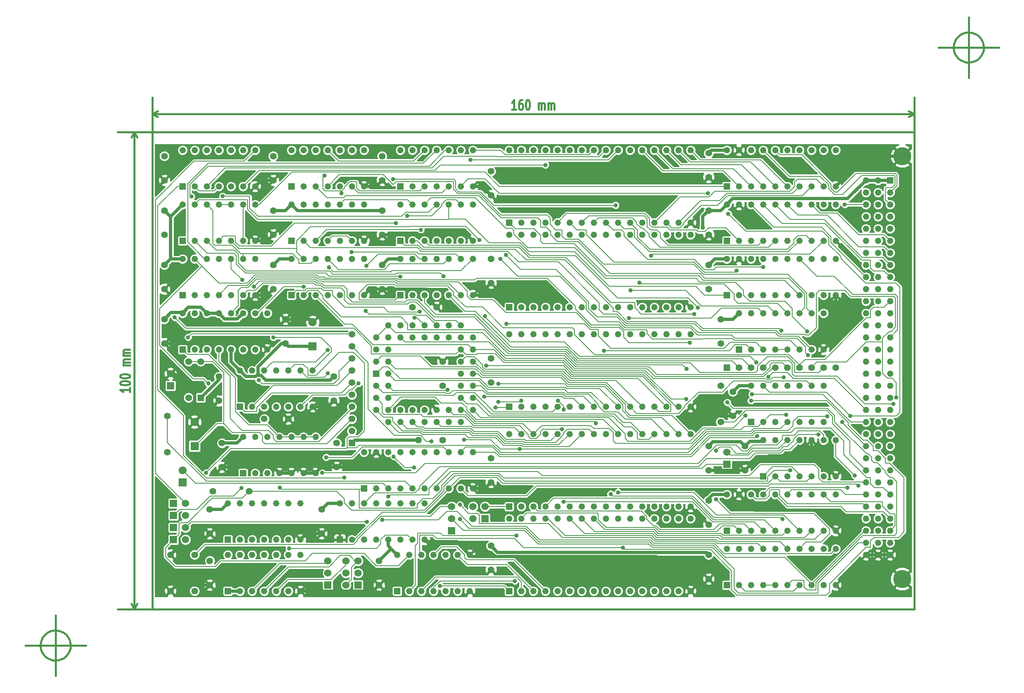
<source format=gtl>
G04 (created by PCBNEW-RS274X (2011-07-12 BZR 3047)-stable) date Mon 09 Sep 2013 07:59:49 PM PDT*
G01*
G70*
G90*
%MOIN*%
G04 Gerber Fmt 3.4, Leading zero omitted, Abs format*
%FSLAX34Y34*%
G04 APERTURE LIST*
%ADD10C,0.006000*%
%ADD11C,0.015000*%
%ADD12C,0.055000*%
%ADD13R,0.070000X0.070000*%
%ADD14C,0.070000*%
%ADD15R,0.052000X0.052000*%
%ADD16C,0.052000*%
%ADD17C,0.150000*%
%ADD18R,0.055000X0.055000*%
%ADD19R,0.066000X0.066000*%
%ADD20C,0.066000*%
%ADD21R,0.060000X0.060000*%
%ADD22C,0.060000*%
%ADD23C,0.035000*%
%ADD24C,0.037000*%
%ADD25C,0.008000*%
%ADD26C,0.027000*%
%ADD27C,0.010000*%
G04 APERTURE END LIST*
G54D10*
G54D11*
X93500Y-60500D02*
X93500Y-21000D01*
X30500Y-60500D02*
X93500Y-60500D01*
X30500Y-21000D02*
X30500Y-60500D01*
X23750Y-63500D02*
X23726Y-63742D01*
X23655Y-63976D01*
X23541Y-64191D01*
X23386Y-64380D01*
X23198Y-64536D01*
X22984Y-64652D01*
X22751Y-64724D01*
X22508Y-64749D01*
X22266Y-64727D01*
X22032Y-64658D01*
X21816Y-64545D01*
X21626Y-64393D01*
X21469Y-64206D01*
X21352Y-63992D01*
X21278Y-63759D01*
X21251Y-63517D01*
X21271Y-63275D01*
X21338Y-63040D01*
X21450Y-62823D01*
X21601Y-62632D01*
X21787Y-62474D01*
X22000Y-62355D01*
X22232Y-62280D01*
X22474Y-62251D01*
X22717Y-62269D01*
X22952Y-62335D01*
X23169Y-62445D01*
X23362Y-62595D01*
X23521Y-62780D01*
X23641Y-62992D01*
X23718Y-63224D01*
X23749Y-63466D01*
X23750Y-63500D01*
X20000Y-63500D02*
X25000Y-63500D01*
X22500Y-61000D02*
X22500Y-66000D01*
X99250Y-14000D02*
X99226Y-14242D01*
X99155Y-14476D01*
X99041Y-14691D01*
X98886Y-14880D01*
X98698Y-15036D01*
X98484Y-15152D01*
X98251Y-15224D01*
X98008Y-15249D01*
X97766Y-15227D01*
X97532Y-15158D01*
X97316Y-15045D01*
X97126Y-14893D01*
X96969Y-14706D01*
X96852Y-14492D01*
X96778Y-14259D01*
X96751Y-14017D01*
X96771Y-13775D01*
X96838Y-13540D01*
X96950Y-13323D01*
X97101Y-13132D01*
X97287Y-12974D01*
X97500Y-12855D01*
X97732Y-12780D01*
X97974Y-12751D01*
X98217Y-12769D01*
X98452Y-12835D01*
X98669Y-12945D01*
X98862Y-13095D01*
X99021Y-13280D01*
X99141Y-13492D01*
X99218Y-13724D01*
X99249Y-13966D01*
X99250Y-14000D01*
X95500Y-14000D02*
X100500Y-14000D01*
X98000Y-11500D02*
X98000Y-16500D01*
X28639Y-42178D02*
X28639Y-42521D01*
X28639Y-42349D02*
X27839Y-42349D01*
X27953Y-42406D01*
X28029Y-42464D01*
X28067Y-42521D01*
X27839Y-41807D02*
X27839Y-41750D01*
X27877Y-41693D01*
X27915Y-41664D01*
X27991Y-41635D01*
X28144Y-41607D01*
X28334Y-41607D01*
X28486Y-41635D01*
X28563Y-41664D01*
X28601Y-41693D01*
X28639Y-41750D01*
X28639Y-41807D01*
X28601Y-41864D01*
X28563Y-41893D01*
X28486Y-41921D01*
X28334Y-41950D01*
X28144Y-41950D01*
X27991Y-41921D01*
X27915Y-41893D01*
X27877Y-41864D01*
X27839Y-41807D01*
X27839Y-41236D02*
X27839Y-41179D01*
X27877Y-41122D01*
X27915Y-41093D01*
X27991Y-41064D01*
X28144Y-41036D01*
X28334Y-41036D01*
X28486Y-41064D01*
X28563Y-41093D01*
X28601Y-41122D01*
X28639Y-41179D01*
X28639Y-41236D01*
X28601Y-41293D01*
X28563Y-41322D01*
X28486Y-41350D01*
X28334Y-41379D01*
X28144Y-41379D01*
X27991Y-41350D01*
X27915Y-41322D01*
X27877Y-41293D01*
X27839Y-41236D01*
X28639Y-40322D02*
X28105Y-40322D01*
X28182Y-40322D02*
X28144Y-40294D01*
X28105Y-40236D01*
X28105Y-40151D01*
X28144Y-40094D01*
X28220Y-40065D01*
X28639Y-40065D01*
X28220Y-40065D02*
X28144Y-40036D01*
X28105Y-39979D01*
X28105Y-39894D01*
X28144Y-39836D01*
X28220Y-39808D01*
X28639Y-39808D01*
X28639Y-39522D02*
X28105Y-39522D01*
X28182Y-39522D02*
X28144Y-39494D01*
X28105Y-39436D01*
X28105Y-39351D01*
X28144Y-39294D01*
X28220Y-39265D01*
X28639Y-39265D01*
X28220Y-39265D02*
X28144Y-39236D01*
X28105Y-39179D01*
X28105Y-39094D01*
X28144Y-39036D01*
X28220Y-39008D01*
X28639Y-39008D01*
X29000Y-60500D02*
X29000Y-21000D01*
X30500Y-60500D02*
X27630Y-60500D01*
X30500Y-21000D02*
X27630Y-21000D01*
X29000Y-21000D02*
X29230Y-21443D01*
X29000Y-21000D02*
X28770Y-21443D01*
X29000Y-60500D02*
X29230Y-60057D01*
X29000Y-60500D02*
X28770Y-60057D01*
X30500Y-21000D02*
X93500Y-21000D01*
X60572Y-19140D02*
X60229Y-19140D01*
X60401Y-19140D02*
X60401Y-18340D01*
X60344Y-18454D01*
X60286Y-18530D01*
X60229Y-18568D01*
X61086Y-18340D02*
X60972Y-18340D01*
X60915Y-18378D01*
X60886Y-18416D01*
X60829Y-18530D01*
X60800Y-18683D01*
X60800Y-18987D01*
X60829Y-19064D01*
X60857Y-19102D01*
X60915Y-19140D01*
X61029Y-19140D01*
X61086Y-19102D01*
X61115Y-19064D01*
X61143Y-18987D01*
X61143Y-18797D01*
X61115Y-18721D01*
X61086Y-18683D01*
X61029Y-18645D01*
X60915Y-18645D01*
X60857Y-18683D01*
X60829Y-18721D01*
X60800Y-18797D01*
X61514Y-18340D02*
X61571Y-18340D01*
X61628Y-18378D01*
X61657Y-18416D01*
X61686Y-18492D01*
X61714Y-18645D01*
X61714Y-18835D01*
X61686Y-18987D01*
X61657Y-19064D01*
X61628Y-19102D01*
X61571Y-19140D01*
X61514Y-19140D01*
X61457Y-19102D01*
X61428Y-19064D01*
X61400Y-18987D01*
X61371Y-18835D01*
X61371Y-18645D01*
X61400Y-18492D01*
X61428Y-18416D01*
X61457Y-18378D01*
X61514Y-18340D01*
X62428Y-19140D02*
X62428Y-18606D01*
X62428Y-18683D02*
X62456Y-18645D01*
X62514Y-18606D01*
X62599Y-18606D01*
X62656Y-18645D01*
X62685Y-18721D01*
X62685Y-19140D01*
X62685Y-18721D02*
X62714Y-18645D01*
X62771Y-18606D01*
X62856Y-18606D01*
X62914Y-18645D01*
X62942Y-18721D01*
X62942Y-19140D01*
X63228Y-19140D02*
X63228Y-18606D01*
X63228Y-18683D02*
X63256Y-18645D01*
X63314Y-18606D01*
X63399Y-18606D01*
X63456Y-18645D01*
X63485Y-18721D01*
X63485Y-19140D01*
X63485Y-18721D02*
X63514Y-18645D01*
X63571Y-18606D01*
X63656Y-18606D01*
X63714Y-18645D01*
X63742Y-18721D01*
X63742Y-19140D01*
X30500Y-19501D02*
X93500Y-19501D01*
X30500Y-21000D02*
X30500Y-18131D01*
X93500Y-21000D02*
X93500Y-18131D01*
X93500Y-19501D02*
X93057Y-19731D01*
X93500Y-19501D02*
X93057Y-19271D01*
X30500Y-19501D02*
X30943Y-19731D01*
X30500Y-19501D02*
X30943Y-19271D01*
G54D12*
X54500Y-42000D03*
X54500Y-40000D03*
X77500Y-36500D03*
X77500Y-38500D03*
X49500Y-32000D03*
X49500Y-34000D03*
X31500Y-32000D03*
X31500Y-34000D03*
X49500Y-27500D03*
X49500Y-29500D03*
X45750Y-46750D03*
X45750Y-48750D03*
X79500Y-47000D03*
X79500Y-49000D03*
X35250Y-52250D03*
X35250Y-54250D03*
X76500Y-32000D03*
X76500Y-34000D03*
X58500Y-48000D03*
X58500Y-50000D03*
X58500Y-31500D03*
X58500Y-33500D03*
X76500Y-27500D03*
X76500Y-29500D03*
X76500Y-22750D03*
X76500Y-24750D03*
X41500Y-38500D03*
X41500Y-36500D03*
X58500Y-24250D03*
X58500Y-26250D03*
X58500Y-55250D03*
X58500Y-57250D03*
X49250Y-56500D03*
X49250Y-58500D03*
X36250Y-46750D03*
X36250Y-48750D03*
X31500Y-27500D03*
X31500Y-29500D03*
X31500Y-23000D03*
X31500Y-25000D03*
X44500Y-52250D03*
X44500Y-54250D03*
X35250Y-56500D03*
X35250Y-58500D03*
X36000Y-41250D03*
X36000Y-43250D03*
X45500Y-41250D03*
X45500Y-43250D03*
X40500Y-32000D03*
X40500Y-34000D03*
X40500Y-27500D03*
X40500Y-29500D03*
X40500Y-23000D03*
X40500Y-25000D03*
X49500Y-23000D03*
X49500Y-25000D03*
X76500Y-56000D03*
X76500Y-58000D03*
X76500Y-51500D03*
X76500Y-53500D03*
X76500Y-47000D03*
X76500Y-49000D03*
X78500Y-42500D03*
X78500Y-44500D03*
X52500Y-46500D03*
X54500Y-46500D03*
X31500Y-36500D03*
X31500Y-38500D03*
X52000Y-35500D03*
X54000Y-35500D03*
X58500Y-39750D03*
X58500Y-41750D03*
X39750Y-44750D03*
X41750Y-44750D03*
G54D13*
X34000Y-47000D03*
G54D14*
X34000Y-45000D03*
G54D13*
X43750Y-38750D03*
G54D14*
X43750Y-36750D03*
G54D15*
X91500Y-25000D03*
G54D16*
X91500Y-26000D03*
X91500Y-27000D03*
X91500Y-28000D03*
X91500Y-29000D03*
X91500Y-30000D03*
X91500Y-31000D03*
X91500Y-32000D03*
X91500Y-33000D03*
X91500Y-34000D03*
X91500Y-35000D03*
X91500Y-36000D03*
X91500Y-37000D03*
X91500Y-38000D03*
X91500Y-39000D03*
X91500Y-40000D03*
X91500Y-41000D03*
X91500Y-42000D03*
X91500Y-43000D03*
X91500Y-44000D03*
X91500Y-45000D03*
X91500Y-46000D03*
X91500Y-47000D03*
X91500Y-48000D03*
X91500Y-49000D03*
X91500Y-50000D03*
X91500Y-51000D03*
X91500Y-52000D03*
X91500Y-53000D03*
X91500Y-54000D03*
X91500Y-55000D03*
X91500Y-56000D03*
X90500Y-25000D03*
X90500Y-26000D03*
X90500Y-27000D03*
X90500Y-28000D03*
X90500Y-29000D03*
X90500Y-30000D03*
X90500Y-31000D03*
X90500Y-32000D03*
X90500Y-33000D03*
X90500Y-34000D03*
X90500Y-35000D03*
X90500Y-36000D03*
X90500Y-37000D03*
X90500Y-38000D03*
X90500Y-39000D03*
X90500Y-40000D03*
X90500Y-41000D03*
X90500Y-42000D03*
X90500Y-43000D03*
X90500Y-44000D03*
X90500Y-45000D03*
X90500Y-46000D03*
X90500Y-47000D03*
X90500Y-48000D03*
X90500Y-49000D03*
X90500Y-50000D03*
X90500Y-51000D03*
X90500Y-52000D03*
X90500Y-53000D03*
X90500Y-54000D03*
X90500Y-55000D03*
X90500Y-56000D03*
X89500Y-25000D03*
X89500Y-26000D03*
X89500Y-27000D03*
X89500Y-28000D03*
X89500Y-29000D03*
X89500Y-30000D03*
X89500Y-31000D03*
X89500Y-32000D03*
X89500Y-33000D03*
X89500Y-34000D03*
X89500Y-35000D03*
X89500Y-36000D03*
X89500Y-37000D03*
X89500Y-38000D03*
X89500Y-39000D03*
X89500Y-40000D03*
X89500Y-41000D03*
X89500Y-42000D03*
X89500Y-43000D03*
X89500Y-44000D03*
X89500Y-45000D03*
X89500Y-46000D03*
X89500Y-47000D03*
X89500Y-48000D03*
X89500Y-49000D03*
X89500Y-50000D03*
X89500Y-51000D03*
X89500Y-52000D03*
X89500Y-53000D03*
X89500Y-54000D03*
X89500Y-55000D03*
X89500Y-56000D03*
G54D17*
X92500Y-58000D03*
X92500Y-23000D03*
G54D18*
X34500Y-43000D03*
G54D12*
X34500Y-40000D03*
G54D15*
X38000Y-49250D03*
G54D16*
X39000Y-49250D03*
X40000Y-49250D03*
X41000Y-49250D03*
X42000Y-49250D03*
X43000Y-49250D03*
X44000Y-49250D03*
X44000Y-46250D03*
X43000Y-46250D03*
X42000Y-46250D03*
X41000Y-46250D03*
X40000Y-46250D03*
X39000Y-46250D03*
X38000Y-46250D03*
G54D15*
X36750Y-54750D03*
G54D16*
X37750Y-54750D03*
X38750Y-54750D03*
X39750Y-54750D03*
X40750Y-54750D03*
X41750Y-54750D03*
X42750Y-54750D03*
X42750Y-51750D03*
X41750Y-51750D03*
X40750Y-51750D03*
X39750Y-51750D03*
X38750Y-51750D03*
X37750Y-51750D03*
X36750Y-51750D03*
G54D15*
X42000Y-25500D03*
G54D16*
X43000Y-25500D03*
X44000Y-25500D03*
X45000Y-25500D03*
X46000Y-25500D03*
X47000Y-25500D03*
X48000Y-25500D03*
X48000Y-22500D03*
X47000Y-22500D03*
X46000Y-22500D03*
X45000Y-22500D03*
X44000Y-22500D03*
X43000Y-22500D03*
X42000Y-22500D03*
G54D15*
X36750Y-59000D03*
G54D16*
X37750Y-59000D03*
X38750Y-59000D03*
X39750Y-59000D03*
X40750Y-59000D03*
X41750Y-59000D03*
X42750Y-59000D03*
X42750Y-56000D03*
X41750Y-56000D03*
X40750Y-56000D03*
X39750Y-56000D03*
X38750Y-56000D03*
X37750Y-56000D03*
X36750Y-56000D03*
G54D15*
X33000Y-34500D03*
G54D16*
X34000Y-34500D03*
X35000Y-34500D03*
X36000Y-34500D03*
X37000Y-34500D03*
X38000Y-34500D03*
X39000Y-34500D03*
X39000Y-31500D03*
X38000Y-31500D03*
X37000Y-31500D03*
X36000Y-31500D03*
X35000Y-31500D03*
X34000Y-31500D03*
X33000Y-31500D03*
G54D15*
X33000Y-25500D03*
G54D16*
X34000Y-25500D03*
X35000Y-25500D03*
X36000Y-25500D03*
X37000Y-25500D03*
X38000Y-25500D03*
X39000Y-25500D03*
X39000Y-22500D03*
X38000Y-22500D03*
X37000Y-22500D03*
X36000Y-22500D03*
X35000Y-22500D03*
X34000Y-22500D03*
X33000Y-22500D03*
G54D15*
X42000Y-34500D03*
G54D16*
X43000Y-34500D03*
X44000Y-34500D03*
X45000Y-34500D03*
X46000Y-34500D03*
X47000Y-34500D03*
X48000Y-34500D03*
X48000Y-31500D03*
X47000Y-31500D03*
X46000Y-31500D03*
X45000Y-31500D03*
X44000Y-31500D03*
X43000Y-31500D03*
X42000Y-31500D03*
G54D15*
X51000Y-30000D03*
G54D16*
X52000Y-30000D03*
X53000Y-30000D03*
X54000Y-30000D03*
X55000Y-30000D03*
X56000Y-30000D03*
X57000Y-30000D03*
X57000Y-27000D03*
X56000Y-27000D03*
X55000Y-27000D03*
X54000Y-27000D03*
X53000Y-27000D03*
X52000Y-27000D03*
X51000Y-27000D03*
G54D15*
X81000Y-49500D03*
G54D16*
X82000Y-49500D03*
X83000Y-49500D03*
X84000Y-49500D03*
X85000Y-49500D03*
X86000Y-49500D03*
X87000Y-49500D03*
X87000Y-46500D03*
X86000Y-46500D03*
X85000Y-46500D03*
X84000Y-46500D03*
X83000Y-46500D03*
X82000Y-46500D03*
X81000Y-46500D03*
G54D15*
X37750Y-43750D03*
G54D16*
X38750Y-43750D03*
X39750Y-43750D03*
X40750Y-43750D03*
X41750Y-43750D03*
X42750Y-43750D03*
X43750Y-43750D03*
X43750Y-40750D03*
X42750Y-40750D03*
X41750Y-40750D03*
X40750Y-40750D03*
X39750Y-40750D03*
X38750Y-40750D03*
X37750Y-40750D03*
G54D15*
X42000Y-30000D03*
G54D16*
X43000Y-30000D03*
X44000Y-30000D03*
X45000Y-30000D03*
X46000Y-30000D03*
X47000Y-30000D03*
X48000Y-30000D03*
X48000Y-27000D03*
X47000Y-27000D03*
X46000Y-27000D03*
X45000Y-27000D03*
X44000Y-27000D03*
X43000Y-27000D03*
X42000Y-27000D03*
G54D15*
X33000Y-30000D03*
G54D16*
X34000Y-30000D03*
X35000Y-30000D03*
X36000Y-30000D03*
X37000Y-30000D03*
X38000Y-30000D03*
X39000Y-30000D03*
X39000Y-27000D03*
X38000Y-27000D03*
X37000Y-27000D03*
X36000Y-27000D03*
X35000Y-27000D03*
X34000Y-27000D03*
X33000Y-27000D03*
G54D15*
X51000Y-34500D03*
G54D16*
X52000Y-34500D03*
X53000Y-34500D03*
X54000Y-34500D03*
X55000Y-34500D03*
X56000Y-34500D03*
X57000Y-34500D03*
X57000Y-31500D03*
X56000Y-31500D03*
X55000Y-31500D03*
X54000Y-31500D03*
X53000Y-31500D03*
X52000Y-31500D03*
X51000Y-31500D03*
G54D15*
X51000Y-25500D03*
G54D16*
X52000Y-25500D03*
X53000Y-25500D03*
X54000Y-25500D03*
X55000Y-25500D03*
X56000Y-25500D03*
X57000Y-25500D03*
X57000Y-22500D03*
X56000Y-22500D03*
X55000Y-22500D03*
X54000Y-22500D03*
X53000Y-22500D03*
X52000Y-22500D03*
X51000Y-22500D03*
G54D15*
X79000Y-39000D03*
G54D16*
X80000Y-39000D03*
X81000Y-39000D03*
X82000Y-39000D03*
X83000Y-39000D03*
X84000Y-39000D03*
X85000Y-39000D03*
X86000Y-39000D03*
X86000Y-36000D03*
X85000Y-36000D03*
X84000Y-36000D03*
X83000Y-36000D03*
X82000Y-36000D03*
X81000Y-36000D03*
X80000Y-36000D03*
X79000Y-36000D03*
G54D15*
X46000Y-54750D03*
G54D16*
X47000Y-54750D03*
X48000Y-54750D03*
X49000Y-54750D03*
X50000Y-54750D03*
X51000Y-54750D03*
X52000Y-54750D03*
X53000Y-54750D03*
X53000Y-51750D03*
X52000Y-51750D03*
X51000Y-51750D03*
X50000Y-51750D03*
X49000Y-51750D03*
X48000Y-51750D03*
X47000Y-51750D03*
X46000Y-51750D03*
G54D15*
X33000Y-39000D03*
G54D16*
X34000Y-39000D03*
X35000Y-39000D03*
X36000Y-39000D03*
X37000Y-39000D03*
X38000Y-39000D03*
X39000Y-39000D03*
X40000Y-39000D03*
X40000Y-36000D03*
X39000Y-36000D03*
X38000Y-36000D03*
X37000Y-36000D03*
X36000Y-36000D03*
X35000Y-36000D03*
X34000Y-36000D03*
X33000Y-36000D03*
G54D15*
X48000Y-50500D03*
G54D16*
X49000Y-50500D03*
X50000Y-50500D03*
X51000Y-50500D03*
X52000Y-50500D03*
X53000Y-50500D03*
X54000Y-50500D03*
X55000Y-50500D03*
X56000Y-50500D03*
X57000Y-50500D03*
X57000Y-47500D03*
X56000Y-47500D03*
X55000Y-47500D03*
X54000Y-47500D03*
X53000Y-47500D03*
X52000Y-47500D03*
X51000Y-47500D03*
X50000Y-47500D03*
X49000Y-47500D03*
X48000Y-47500D03*
G54D15*
X78000Y-25500D03*
G54D16*
X79000Y-25500D03*
X80000Y-25500D03*
X81000Y-25500D03*
X82000Y-25500D03*
X83000Y-25500D03*
X84000Y-25500D03*
X85000Y-25500D03*
X86000Y-25500D03*
X87000Y-25500D03*
X87000Y-22500D03*
X86000Y-22500D03*
X85000Y-22500D03*
X84000Y-22500D03*
X83000Y-22500D03*
X82000Y-22500D03*
X81000Y-22500D03*
X80000Y-22500D03*
X79000Y-22500D03*
X78000Y-22500D03*
G54D15*
X78000Y-58500D03*
G54D16*
X79000Y-58500D03*
X80000Y-58500D03*
X81000Y-58500D03*
X82000Y-58500D03*
X83000Y-58500D03*
X84000Y-58500D03*
X85000Y-58500D03*
X86000Y-58500D03*
X87000Y-58500D03*
X87000Y-55500D03*
X86000Y-55500D03*
X85000Y-55500D03*
X84000Y-55500D03*
X83000Y-55500D03*
X82000Y-55500D03*
X81000Y-55500D03*
X80000Y-55500D03*
X79000Y-55500D03*
X78000Y-55500D03*
G54D15*
X78000Y-30000D03*
G54D16*
X79000Y-30000D03*
X80000Y-30000D03*
X81000Y-30000D03*
X82000Y-30000D03*
X83000Y-30000D03*
X84000Y-30000D03*
X85000Y-30000D03*
X86000Y-30000D03*
X87000Y-30000D03*
X87000Y-27000D03*
X86000Y-27000D03*
X85000Y-27000D03*
X84000Y-27000D03*
X83000Y-27000D03*
X82000Y-27000D03*
X81000Y-27000D03*
X80000Y-27000D03*
X79000Y-27000D03*
X78000Y-27000D03*
G54D15*
X78000Y-54000D03*
G54D16*
X79000Y-54000D03*
X80000Y-54000D03*
X81000Y-54000D03*
X82000Y-54000D03*
X83000Y-54000D03*
X84000Y-54000D03*
X85000Y-54000D03*
X86000Y-54000D03*
X87000Y-54000D03*
X87000Y-51000D03*
X86000Y-51000D03*
X85000Y-51000D03*
X84000Y-51000D03*
X83000Y-51000D03*
X82000Y-51000D03*
X81000Y-51000D03*
X80000Y-51000D03*
X79000Y-51000D03*
X78000Y-51000D03*
G54D15*
X78000Y-34500D03*
G54D16*
X79000Y-34500D03*
X80000Y-34500D03*
X81000Y-34500D03*
X82000Y-34500D03*
X83000Y-34500D03*
X84000Y-34500D03*
X85000Y-34500D03*
X86000Y-34500D03*
X87000Y-34500D03*
X87000Y-31500D03*
X86000Y-31500D03*
X85000Y-31500D03*
X84000Y-31500D03*
X83000Y-31500D03*
X82000Y-31500D03*
X81000Y-31500D03*
X80000Y-31500D03*
X79000Y-31500D03*
X78000Y-31500D03*
G54D15*
X60000Y-28500D03*
G54D16*
X61000Y-28500D03*
X62000Y-28500D03*
X63000Y-28500D03*
X64000Y-28500D03*
X65000Y-28500D03*
X66000Y-28500D03*
X67000Y-28500D03*
X68000Y-28500D03*
X69000Y-28500D03*
X70000Y-28500D03*
X71000Y-28500D03*
X72000Y-28500D03*
X73000Y-28500D03*
X74000Y-28500D03*
X75000Y-28500D03*
X75000Y-22500D03*
X74000Y-22500D03*
X73000Y-22500D03*
X72000Y-22500D03*
X71000Y-22500D03*
X70000Y-22500D03*
X69000Y-22500D03*
X68000Y-22500D03*
X67000Y-22500D03*
X66000Y-22500D03*
X65000Y-22500D03*
X64000Y-22500D03*
X63000Y-22500D03*
X62000Y-22500D03*
X61000Y-22500D03*
X60000Y-22500D03*
G54D15*
X60000Y-35500D03*
G54D16*
X61000Y-35500D03*
X62000Y-35500D03*
X63000Y-35500D03*
X64000Y-35500D03*
X65000Y-35500D03*
X66000Y-35500D03*
X67000Y-35500D03*
X68000Y-35500D03*
X69000Y-35500D03*
X70000Y-35500D03*
X71000Y-35500D03*
X72000Y-35500D03*
X73000Y-35500D03*
X74000Y-35500D03*
X75000Y-35500D03*
X75000Y-29500D03*
X74000Y-29500D03*
X73000Y-29500D03*
X72000Y-29500D03*
X71000Y-29500D03*
X70000Y-29500D03*
X69000Y-29500D03*
X68000Y-29500D03*
X67000Y-29500D03*
X66000Y-29500D03*
X65000Y-29500D03*
X64000Y-29500D03*
X63000Y-29500D03*
X62000Y-29500D03*
X61000Y-29500D03*
X60000Y-29500D03*
G54D15*
X60000Y-52000D03*
G54D16*
X61000Y-52000D03*
X62000Y-52000D03*
X63000Y-52000D03*
X64000Y-52000D03*
X65000Y-52000D03*
X66000Y-52000D03*
X67000Y-52000D03*
X68000Y-52000D03*
X69000Y-52000D03*
X70000Y-52000D03*
X71000Y-52000D03*
X72000Y-52000D03*
X73000Y-52000D03*
X74000Y-52000D03*
X75000Y-52000D03*
X75000Y-46000D03*
X74000Y-46000D03*
X73000Y-46000D03*
X72000Y-46000D03*
X71000Y-46000D03*
X70000Y-46000D03*
X69000Y-46000D03*
X68000Y-46000D03*
X67000Y-46000D03*
X66000Y-46000D03*
X65000Y-46000D03*
X64000Y-46000D03*
X63000Y-46000D03*
X62000Y-46000D03*
X61000Y-46000D03*
X60000Y-46000D03*
G54D15*
X60000Y-59000D03*
G54D16*
X61000Y-59000D03*
X62000Y-59000D03*
X63000Y-59000D03*
X64000Y-59000D03*
X65000Y-59000D03*
X66000Y-59000D03*
X67000Y-59000D03*
X68000Y-59000D03*
X69000Y-59000D03*
X70000Y-59000D03*
X71000Y-59000D03*
X72000Y-59000D03*
X73000Y-59000D03*
X74000Y-59000D03*
X75000Y-59000D03*
X75000Y-53000D03*
X74000Y-53000D03*
X73000Y-53000D03*
X72000Y-53000D03*
X71000Y-53000D03*
X70000Y-53000D03*
X69000Y-53000D03*
X68000Y-53000D03*
X67000Y-53000D03*
X66000Y-53000D03*
X65000Y-53000D03*
X64000Y-53000D03*
X63000Y-53000D03*
X62000Y-53000D03*
X61000Y-53000D03*
X60000Y-53000D03*
G54D15*
X60000Y-43750D03*
G54D16*
X61000Y-43750D03*
X62000Y-43750D03*
X63000Y-43750D03*
X64000Y-43750D03*
X65000Y-43750D03*
X66000Y-43750D03*
X67000Y-43750D03*
X68000Y-43750D03*
X69000Y-43750D03*
X70000Y-43750D03*
X71000Y-43750D03*
X72000Y-43750D03*
X73000Y-43750D03*
X74000Y-43750D03*
X75000Y-43750D03*
X75000Y-37750D03*
X74000Y-37750D03*
X73000Y-37750D03*
X72000Y-37750D03*
X71000Y-37750D03*
X70000Y-37750D03*
X69000Y-37750D03*
X68000Y-37750D03*
X67000Y-37750D03*
X66000Y-37750D03*
X65000Y-37750D03*
X64000Y-37750D03*
X63000Y-37750D03*
X62000Y-37750D03*
X61000Y-37750D03*
X60000Y-37750D03*
G54D19*
X33000Y-50000D03*
G54D20*
X33000Y-49000D03*
G54D21*
X32000Y-42000D03*
G54D22*
X32000Y-41000D03*
G54D21*
X78000Y-48500D03*
G54D22*
X78000Y-47500D03*
G54D21*
X58000Y-53000D03*
G54D22*
X57000Y-53000D03*
X58000Y-52000D03*
X57000Y-52000D03*
G54D21*
X45000Y-58500D03*
G54D22*
X45000Y-57500D03*
X45000Y-56500D03*
G54D21*
X47500Y-58500D03*
G54D22*
X46500Y-58500D03*
X47500Y-57500D03*
X46500Y-57500D03*
X47500Y-56500D03*
X46500Y-56500D03*
G54D15*
X49000Y-41000D03*
G54D16*
X50000Y-41000D03*
X49000Y-42000D03*
X50000Y-42000D03*
X49000Y-43000D03*
X50000Y-43000D03*
X49000Y-44000D03*
X50000Y-45000D03*
X50000Y-44000D03*
X51000Y-45000D03*
X51000Y-44000D03*
X52000Y-45000D03*
X52000Y-44000D03*
X53000Y-45000D03*
X53000Y-44000D03*
X54000Y-45000D03*
X54000Y-44000D03*
X55000Y-45000D03*
X55000Y-44000D03*
X56000Y-45000D03*
X57000Y-44000D03*
X56000Y-44000D03*
X57000Y-43000D03*
X56000Y-43000D03*
X57000Y-42000D03*
X56000Y-42000D03*
X57000Y-41000D03*
X56000Y-41000D03*
X57000Y-40000D03*
X56000Y-40000D03*
X57000Y-39000D03*
X56000Y-39000D03*
X57000Y-38000D03*
X56000Y-37000D03*
X56000Y-38000D03*
X55000Y-37000D03*
X55000Y-38000D03*
X54000Y-37000D03*
X54000Y-38000D03*
X53000Y-37000D03*
X53000Y-38000D03*
X52000Y-37000D03*
X52000Y-38000D03*
X51000Y-37000D03*
X51000Y-38000D03*
X50000Y-37000D03*
X49000Y-38000D03*
X50000Y-38000D03*
X49000Y-39000D03*
X50000Y-39000D03*
X49000Y-40000D03*
X50000Y-40000D03*
G54D12*
X31750Y-44500D03*
X31750Y-47500D03*
X33500Y-40000D03*
X33500Y-43000D03*
G54D18*
X47000Y-46750D03*
G54D12*
X47000Y-45750D03*
X47000Y-44750D03*
X47000Y-43750D03*
X47000Y-42750D03*
X47000Y-41750D03*
X47000Y-40750D03*
X47000Y-39750D03*
X47000Y-38750D03*
X47000Y-37750D03*
G54D18*
X78000Y-40500D03*
G54D12*
X79000Y-40500D03*
X80000Y-40500D03*
X81000Y-40500D03*
X82000Y-40500D03*
X83000Y-40500D03*
X84000Y-40500D03*
X85000Y-40500D03*
X86000Y-40500D03*
X87000Y-40500D03*
X32000Y-56000D03*
X34000Y-56000D03*
X32000Y-59000D03*
X34000Y-59000D03*
G54D21*
X55250Y-54000D03*
G54D22*
X55250Y-53000D03*
X55250Y-52000D03*
G54D21*
X32250Y-52750D03*
G54D22*
X33250Y-52750D03*
G54D21*
X32250Y-53750D03*
G54D22*
X33250Y-53750D03*
G54D21*
X32250Y-54750D03*
G54D22*
X33250Y-54750D03*
G54D21*
X32250Y-51750D03*
G54D22*
X33250Y-51750D03*
G54D12*
X35500Y-50750D03*
X38500Y-50750D03*
G54D15*
X50750Y-59000D03*
G54D16*
X51750Y-59000D03*
X52750Y-59000D03*
X53750Y-59000D03*
X54750Y-59000D03*
X55750Y-59000D03*
X56750Y-59000D03*
X56750Y-56000D03*
X55750Y-56000D03*
X54750Y-56000D03*
X53750Y-56000D03*
X52750Y-56000D03*
X51750Y-56000D03*
X50750Y-56000D03*
G54D15*
X80000Y-45000D03*
G54D16*
X81000Y-45000D03*
X82000Y-45000D03*
X83000Y-45000D03*
X84000Y-45000D03*
X85000Y-45000D03*
X86000Y-45000D03*
X86000Y-42000D03*
X85000Y-42000D03*
X84000Y-42000D03*
X83000Y-42000D03*
X82000Y-42000D03*
X81000Y-42000D03*
X80000Y-42000D03*
G54D12*
X77500Y-42000D03*
X77500Y-45000D03*
G54D23*
X82698Y-41317D03*
X33456Y-37995D03*
X54571Y-32935D03*
X69396Y-55397D03*
X80001Y-43241D03*
X69913Y-36411D03*
X70034Y-34117D03*
X70770Y-33487D03*
X74657Y-43114D03*
X77105Y-51396D03*
X32356Y-36348D03*
X52164Y-36381D03*
X40505Y-38006D03*
X37926Y-33251D03*
X68395Y-50962D03*
X82595Y-53031D03*
X68800Y-27067D03*
X50420Y-24920D03*
X84706Y-39466D03*
X59272Y-31501D03*
X35130Y-41810D03*
X50021Y-51187D03*
X50647Y-28551D03*
X47535Y-41811D03*
X74946Y-38432D03*
X63000Y-23726D03*
X41808Y-55464D03*
X71750Y-31234D03*
X56798Y-23298D03*
X69000Y-50844D03*
X50456Y-47859D03*
X52126Y-48773D03*
X64500Y-43991D03*
X64033Y-43225D03*
X64500Y-51615D03*
X60471Y-58161D03*
X60884Y-47244D03*
X56263Y-46460D03*
X82925Y-44416D03*
X60617Y-54396D03*
X54289Y-58591D03*
X79558Y-44487D03*
X67167Y-45122D03*
X67843Y-39106D03*
X59764Y-36882D03*
X81001Y-32172D03*
X54924Y-42333D03*
X57942Y-42919D03*
X64378Y-45610D03*
X78809Y-32470D03*
X44729Y-24623D03*
X46149Y-26066D03*
X41044Y-50452D03*
X92020Y-42962D03*
X88590Y-49454D03*
X80081Y-42703D03*
X88889Y-50291D03*
X55933Y-53055D03*
X81457Y-41260D03*
X91767Y-43500D03*
X53584Y-46592D03*
X55942Y-51857D03*
X87965Y-50450D03*
X87540Y-44996D03*
X87757Y-27000D03*
X44555Y-49217D03*
X48138Y-35818D03*
X58119Y-40357D03*
X59123Y-41854D03*
X51589Y-27942D03*
X39302Y-41548D03*
G54D24*
X51506Y-43279D03*
G54D23*
X88193Y-44500D03*
X78121Y-27762D03*
X76431Y-26072D03*
X80508Y-46178D03*
X80441Y-40075D03*
X58019Y-36229D03*
X59747Y-31165D03*
X85565Y-46053D03*
X58885Y-43799D03*
X48256Y-53279D03*
X59118Y-43355D03*
X61000Y-43225D03*
X45020Y-40975D03*
X33732Y-26348D03*
X82494Y-37442D03*
X75324Y-36069D03*
X52608Y-35885D03*
X78035Y-43385D03*
X75595Y-35530D03*
X77114Y-47384D03*
X74686Y-40618D03*
X84652Y-37519D03*
X42994Y-33798D03*
X36317Y-26314D03*
X52699Y-29107D03*
X45109Y-32216D03*
X46981Y-30953D03*
X45012Y-39037D03*
X50998Y-32959D03*
X38900Y-33812D03*
X37876Y-50466D03*
X86302Y-44543D03*
X34958Y-49207D03*
X57529Y-29929D03*
X44869Y-47927D03*
X48218Y-32059D03*
X83257Y-49016D03*
G54D24*
X76024Y-28914D03*
G54D23*
X49522Y-53120D03*
X46391Y-49605D03*
G54D25*
X83000Y-39000D02*
X82000Y-39000D01*
X46397Y-36897D02*
X44000Y-34500D01*
X47036Y-36897D02*
X46397Y-36897D01*
X48755Y-38616D02*
X47036Y-36897D01*
X56616Y-38616D02*
X48755Y-38616D01*
X57000Y-39000D02*
X56616Y-38616D01*
X58738Y-39000D02*
X57000Y-39000D01*
X59636Y-39898D02*
X58738Y-39000D01*
X64495Y-39898D02*
X59636Y-39898D01*
X65365Y-40768D02*
X64495Y-39898D01*
X71291Y-40768D02*
X65365Y-40768D01*
X71927Y-41404D02*
X71291Y-40768D01*
X81180Y-41404D02*
X71927Y-41404D01*
X81334Y-41558D02*
X81180Y-41404D01*
X81581Y-41558D02*
X81334Y-41558D01*
X81822Y-41317D02*
X81581Y-41558D01*
X82698Y-41317D02*
X81822Y-41317D01*
X33743Y-37708D02*
X33456Y-37995D01*
X46958Y-37708D02*
X33743Y-37708D01*
X47000Y-37750D02*
X46958Y-37708D01*
X55000Y-27000D02*
X55000Y-28202D01*
X54962Y-28240D02*
X55000Y-28202D01*
X39212Y-28240D02*
X54962Y-28240D01*
X38386Y-27414D02*
X39212Y-28240D01*
X38386Y-26638D02*
X38386Y-27414D01*
X38364Y-26616D02*
X38386Y-26638D01*
X34384Y-26616D02*
X38364Y-26616D01*
X34000Y-27000D02*
X34384Y-26616D01*
X76154Y-34500D02*
X78000Y-34500D01*
X75440Y-33786D02*
X76154Y-34500D01*
X68267Y-33786D02*
X75440Y-33786D01*
X65398Y-30917D02*
X68267Y-33786D01*
X61645Y-30917D02*
X65398Y-30917D01*
X60904Y-30176D02*
X61645Y-30917D01*
X58333Y-30176D02*
X60904Y-30176D01*
X56359Y-28202D02*
X58333Y-30176D01*
X55000Y-28202D02*
X56359Y-28202D01*
X54296Y-32660D02*
X54571Y-32935D01*
X50707Y-32660D02*
X54296Y-32660D01*
X50600Y-32767D02*
X50707Y-32660D01*
X45414Y-32767D02*
X50600Y-32767D01*
X45167Y-32520D02*
X45414Y-32767D01*
X38291Y-32520D02*
X45167Y-32520D01*
X37616Y-31845D02*
X38291Y-32520D01*
X37616Y-31114D02*
X37616Y-31845D01*
X37267Y-30765D02*
X37616Y-31114D01*
X35765Y-30765D02*
X37267Y-30765D01*
X35000Y-30000D02*
X35765Y-30765D01*
X43000Y-46250D02*
X44000Y-46250D01*
X36000Y-40000D02*
X36000Y-39000D01*
X37365Y-41365D02*
X36000Y-40000D01*
X37365Y-44144D02*
X37365Y-41365D01*
X38473Y-45252D02*
X37365Y-44144D01*
X40002Y-45252D02*
X38473Y-45252D01*
X41000Y-46250D02*
X40002Y-45252D01*
X43000Y-46250D02*
X42000Y-46250D01*
X42000Y-46250D02*
X41000Y-46250D01*
X69539Y-55540D02*
X69396Y-55397D01*
X76627Y-55540D02*
X69539Y-55540D01*
X78384Y-57297D02*
X76627Y-55540D01*
X78384Y-58890D02*
X78384Y-57297D01*
X78848Y-59354D02*
X78384Y-58890D01*
X86218Y-59354D02*
X78848Y-59354D01*
X86500Y-59072D02*
X86218Y-59354D01*
X86500Y-58398D02*
X86500Y-59072D01*
X89514Y-55384D02*
X86500Y-58398D01*
X89868Y-55384D02*
X89514Y-55384D01*
X89890Y-55362D02*
X89868Y-55384D01*
X89890Y-54858D02*
X89890Y-55362D01*
X90187Y-54561D02*
X89890Y-54858D01*
X92199Y-54561D02*
X90187Y-54561D01*
X92655Y-54105D02*
X92199Y-54561D01*
X92655Y-49611D02*
X92655Y-54105D01*
X91437Y-48393D02*
X92655Y-49611D01*
X91138Y-48393D02*
X91437Y-48393D01*
X91116Y-48371D02*
X91138Y-48393D01*
X91116Y-48014D02*
X91116Y-48371D01*
X90492Y-47390D02*
X91116Y-48014D01*
X90138Y-47390D02*
X90492Y-47390D01*
X90116Y-47368D02*
X90138Y-47390D01*
X90116Y-47014D02*
X90116Y-47368D01*
X89602Y-46500D02*
X90116Y-47014D01*
X89262Y-46500D02*
X89602Y-46500D01*
X88044Y-45282D02*
X89262Y-46500D01*
X88044Y-45025D02*
X88044Y-45282D01*
X86260Y-43241D02*
X88044Y-45025D01*
X80001Y-43241D02*
X86260Y-43241D01*
X61197Y-55397D02*
X69396Y-55397D01*
X60453Y-54653D02*
X61197Y-55397D01*
X54007Y-54653D02*
X60453Y-54653D01*
X53719Y-54365D02*
X54007Y-54653D01*
X52638Y-54365D02*
X53719Y-54365D01*
X52616Y-54387D02*
X52638Y-54365D01*
X52616Y-55866D02*
X52616Y-54387D01*
X52750Y-56000D02*
X52616Y-55866D01*
X76707Y-36411D02*
X69913Y-36411D01*
X77548Y-35570D02*
X76707Y-36411D01*
X80570Y-35570D02*
X77548Y-35570D01*
X81000Y-36000D02*
X80570Y-35570D01*
X74604Y-34117D02*
X70034Y-34117D01*
X75893Y-35406D02*
X74604Y-34117D01*
X81406Y-35406D02*
X75893Y-35406D01*
X82000Y-36000D02*
X81406Y-35406D01*
X82167Y-35167D02*
X83000Y-36000D01*
X78924Y-35167D02*
X82167Y-35167D01*
X78608Y-34851D02*
X78924Y-35167D01*
X78608Y-34414D02*
X78608Y-34851D01*
X77783Y-33589D02*
X78608Y-34414D01*
X70872Y-33589D02*
X77783Y-33589D01*
X70770Y-33487D02*
X70872Y-33589D01*
X34390Y-25890D02*
X34000Y-25500D01*
X35610Y-25890D02*
X34390Y-25890D01*
X36000Y-25500D02*
X35610Y-25890D01*
X33261Y-37253D02*
X32356Y-36348D01*
X47160Y-37253D02*
X33261Y-37253D01*
X48610Y-38703D02*
X47160Y-37253D01*
X48610Y-39362D02*
X48610Y-38703D01*
X48632Y-39384D02*
X48610Y-39362D01*
X55616Y-39384D02*
X48632Y-39384D01*
X56000Y-39000D02*
X55616Y-39384D01*
X56398Y-39398D02*
X56000Y-39000D01*
X57337Y-39398D02*
X56398Y-39398D01*
X57395Y-39340D02*
X57337Y-39398D01*
X58847Y-39340D02*
X57395Y-39340D01*
X59568Y-40061D02*
X58847Y-39340D01*
X64427Y-40061D02*
X59568Y-40061D01*
X65297Y-40931D02*
X64427Y-40061D01*
X71223Y-40931D02*
X65297Y-40931D01*
X73406Y-43114D02*
X71223Y-40931D01*
X74657Y-43114D02*
X73406Y-43114D01*
X84549Y-54951D02*
X84000Y-55500D01*
X85798Y-54951D02*
X84549Y-54951D01*
X86500Y-54249D02*
X85798Y-54951D01*
X86500Y-53866D02*
X86500Y-54249D01*
X85194Y-52560D02*
X86500Y-53866D01*
X78269Y-52560D02*
X85194Y-52560D01*
X77105Y-51396D02*
X78269Y-52560D01*
X55616Y-36616D02*
X56000Y-37000D01*
X53857Y-36616D02*
X55616Y-36616D01*
X52318Y-35077D02*
X53857Y-36616D01*
X51767Y-35077D02*
X52318Y-35077D01*
X51601Y-35243D02*
X51767Y-35077D01*
X46727Y-35243D02*
X51601Y-35243D01*
X46391Y-34907D02*
X46727Y-35243D01*
X46391Y-34184D02*
X46391Y-34907D01*
X46099Y-33892D02*
X46391Y-34184D01*
X44666Y-33892D02*
X46099Y-33892D01*
X44436Y-33662D02*
X44666Y-33892D01*
X44002Y-33662D02*
X44436Y-33662D01*
X43840Y-33500D02*
X44002Y-33662D01*
X39634Y-33500D02*
X43840Y-33500D01*
X39024Y-34110D02*
X39634Y-33500D01*
X38390Y-34110D02*
X39024Y-34110D01*
X38000Y-34500D02*
X38390Y-34110D01*
X52381Y-36381D02*
X52164Y-36381D01*
X53000Y-37000D02*
X52381Y-36381D01*
X49000Y-38000D02*
X50000Y-37000D01*
X50616Y-37616D02*
X50000Y-37000D01*
X57816Y-37616D02*
X50616Y-37616D01*
X59715Y-39515D02*
X57816Y-37616D01*
X64574Y-39515D02*
X59715Y-39515D01*
X65492Y-40433D02*
X64574Y-39515D01*
X71573Y-40433D02*
X65492Y-40433D01*
X72216Y-41076D02*
X71573Y-40433D01*
X80988Y-41076D02*
X72216Y-41076D01*
X81559Y-40505D02*
X80988Y-41076D01*
X81559Y-40271D02*
X81559Y-40505D01*
X81729Y-40101D02*
X81559Y-40271D01*
X82601Y-40101D02*
X81729Y-40101D01*
X83000Y-40500D02*
X82601Y-40101D01*
X45383Y-29617D02*
X45000Y-30000D01*
X46617Y-29617D02*
X45383Y-29617D01*
X47000Y-30000D02*
X46617Y-29617D01*
X51384Y-38384D02*
X51000Y-38000D01*
X58353Y-38384D02*
X51384Y-38384D01*
X59704Y-39735D02*
X58353Y-38384D01*
X64563Y-39735D02*
X59704Y-39735D01*
X65432Y-40604D02*
X64563Y-39735D01*
X71430Y-40604D02*
X65432Y-40604D01*
X72066Y-41240D02*
X71430Y-40604D01*
X81056Y-41240D02*
X72066Y-41240D01*
X81796Y-40500D02*
X81056Y-41240D01*
X82000Y-40500D02*
X81796Y-40500D01*
X44443Y-38006D02*
X40505Y-38006D01*
X45311Y-38874D02*
X44443Y-38006D01*
X45311Y-39189D02*
X45311Y-38874D01*
X43750Y-40750D02*
X45311Y-39189D01*
X37000Y-32325D02*
X37000Y-31500D01*
X37926Y-33251D02*
X37000Y-32325D01*
X67452Y-23048D02*
X68000Y-22500D01*
X59016Y-23048D02*
X67452Y-23048D01*
X58968Y-23000D02*
X59016Y-23048D01*
X54622Y-23000D02*
X58968Y-23000D01*
X53631Y-23991D02*
X54622Y-23000D01*
X36509Y-23991D02*
X53631Y-23991D01*
X35000Y-25500D02*
X36509Y-23991D01*
X82458Y-52894D02*
X82595Y-53031D01*
X76922Y-52894D02*
X82458Y-52894D01*
X75171Y-51143D02*
X76922Y-52894D01*
X68576Y-51143D02*
X75171Y-51143D01*
X68395Y-50962D02*
X68576Y-51143D01*
X51615Y-26615D02*
X52000Y-27000D01*
X46385Y-26615D02*
X51615Y-26615D01*
X46000Y-27000D02*
X46385Y-26615D01*
X33413Y-39413D02*
X33000Y-39000D01*
X35137Y-39413D02*
X33413Y-39413D01*
X36944Y-41220D02*
X35137Y-39413D01*
X36944Y-44724D02*
X36944Y-41220D01*
X37922Y-45702D02*
X36944Y-44724D01*
X40108Y-45702D02*
X37922Y-45702D01*
X40500Y-46094D02*
X40108Y-45702D01*
X40500Y-46364D02*
X40500Y-46094D01*
X40780Y-46644D02*
X40500Y-46364D01*
X44238Y-46644D02*
X40780Y-46644D01*
X47000Y-43882D02*
X44238Y-46644D01*
X47000Y-43750D02*
X47000Y-43882D01*
X55414Y-24920D02*
X50420Y-24920D01*
X55564Y-25070D02*
X55414Y-24920D01*
X55564Y-25667D02*
X55564Y-25070D01*
X55856Y-25959D02*
X55564Y-25667D01*
X57645Y-25959D02*
X55856Y-25959D01*
X58753Y-27067D02*
X57645Y-25959D01*
X68800Y-27067D02*
X58753Y-27067D01*
X54314Y-52000D02*
X55250Y-52000D01*
X53522Y-52792D02*
X54314Y-52000D01*
X49397Y-52792D02*
X53522Y-52792D01*
X47441Y-54748D02*
X49397Y-52792D01*
X47441Y-54852D02*
X47441Y-54748D01*
X47155Y-55138D02*
X47441Y-54852D01*
X34862Y-55138D02*
X47155Y-55138D01*
X34000Y-56000D02*
X34862Y-55138D01*
X45898Y-23398D02*
X45000Y-22500D01*
X52102Y-23398D02*
X45898Y-23398D01*
X53000Y-22500D02*
X52102Y-23398D01*
X84500Y-39260D02*
X84706Y-39466D01*
X84500Y-38760D02*
X84500Y-39260D01*
X83806Y-38066D02*
X84500Y-38760D01*
X78667Y-38066D02*
X83806Y-38066D01*
X78395Y-37794D02*
X78667Y-38066D01*
X75586Y-37794D02*
X78395Y-37794D01*
X74995Y-37203D02*
X75586Y-37794D01*
X69591Y-37203D02*
X74995Y-37203D01*
X69084Y-36696D02*
X69591Y-37203D01*
X67386Y-36696D02*
X69084Y-36696D01*
X66383Y-35693D02*
X67386Y-36696D01*
X66383Y-35116D02*
X66383Y-35693D01*
X64196Y-32929D02*
X66383Y-35116D01*
X60700Y-32929D02*
X64196Y-32929D01*
X59272Y-31501D02*
X60700Y-32929D01*
X34599Y-32098D02*
X34000Y-31500D01*
X35112Y-41810D02*
X35130Y-41810D01*
X34734Y-41432D02*
X35112Y-41810D01*
X33868Y-41432D02*
X34734Y-41432D01*
X31101Y-38665D02*
X33868Y-41432D01*
X31101Y-35596D02*
X31101Y-38665D01*
X34599Y-32098D02*
X31101Y-35596D01*
X83229Y-38229D02*
X84000Y-39000D01*
X78599Y-38229D02*
X83229Y-38229D01*
X78469Y-38099D02*
X78599Y-38229D01*
X76011Y-38099D02*
X78469Y-38099D01*
X75977Y-38133D02*
X76011Y-38099D01*
X71842Y-38133D02*
X75977Y-38133D01*
X71395Y-37686D02*
X71842Y-38133D01*
X71395Y-37389D02*
X71395Y-37686D01*
X71373Y-37367D02*
X71395Y-37389D01*
X69515Y-37367D02*
X71373Y-37367D01*
X69121Y-36973D02*
X69515Y-37367D01*
X66804Y-36973D02*
X69121Y-36973D01*
X65467Y-35636D02*
X66804Y-36973D01*
X65467Y-35403D02*
X65467Y-35636D01*
X63157Y-33093D02*
X65467Y-35403D01*
X57310Y-33093D02*
X63157Y-33093D01*
X57146Y-33257D02*
X57310Y-33093D01*
X50875Y-33257D02*
X57146Y-33257D01*
X50712Y-33094D02*
X50875Y-33257D01*
X44792Y-33094D02*
X50712Y-33094D01*
X44708Y-33010D02*
X44792Y-33094D01*
X44274Y-33010D02*
X44708Y-33010D01*
X44111Y-32847D02*
X44274Y-33010D01*
X38980Y-32847D02*
X44111Y-32847D01*
X38332Y-33495D02*
X38980Y-32847D01*
X38104Y-33495D02*
X38332Y-33495D01*
X38050Y-33549D02*
X38104Y-33495D01*
X37803Y-33549D02*
X38050Y-33549D01*
X37749Y-33495D02*
X37803Y-33549D01*
X35995Y-33495D02*
X37749Y-33495D01*
X34599Y-32098D02*
X35995Y-33495D01*
X76338Y-48500D02*
X78000Y-48500D01*
X75980Y-48858D02*
X76338Y-48500D01*
X55027Y-48858D02*
X75980Y-48858D01*
X53384Y-50501D02*
X55027Y-48858D01*
X53384Y-51026D02*
X53384Y-50501D01*
X53362Y-51048D02*
X53384Y-51026D01*
X50160Y-51048D02*
X53362Y-51048D01*
X50021Y-51187D02*
X50160Y-51048D01*
X42026Y-24324D02*
X39350Y-27000D01*
X58001Y-24324D02*
X42026Y-24324D01*
X59177Y-25500D02*
X58001Y-24324D01*
X78000Y-25500D02*
X59177Y-25500D01*
X39350Y-27000D02*
X39000Y-27000D01*
X36384Y-29616D02*
X36000Y-30000D01*
X37368Y-29616D02*
X36384Y-29616D01*
X37390Y-29638D02*
X37368Y-29616D01*
X37390Y-30128D02*
X37390Y-29638D01*
X37704Y-30442D02*
X37390Y-30128D01*
X40354Y-30442D02*
X37704Y-30442D01*
X42245Y-28551D02*
X40354Y-30442D01*
X50647Y-28551D02*
X42245Y-28551D01*
X47042Y-42304D02*
X47535Y-41811D01*
X46883Y-42304D02*
X47042Y-42304D01*
X46415Y-42772D02*
X46883Y-42304D01*
X43728Y-42772D02*
X46415Y-42772D01*
X42750Y-43750D02*
X43728Y-42772D01*
X69917Y-38432D02*
X74946Y-38432D01*
X69472Y-37987D02*
X69917Y-38432D01*
X69472Y-37555D02*
X69472Y-37987D01*
X69103Y-37186D02*
X69472Y-37555D01*
X66786Y-37186D02*
X69103Y-37186D01*
X65548Y-35948D02*
X66786Y-37186D01*
X59732Y-35948D02*
X65548Y-35948D01*
X58669Y-34885D02*
X59732Y-35948D01*
X56843Y-34885D02*
X58669Y-34885D01*
X56546Y-34588D02*
X56843Y-34885D01*
X56546Y-34162D02*
X56546Y-34588D01*
X55804Y-33420D02*
X56546Y-34162D01*
X50807Y-33420D02*
X55804Y-33420D01*
X50644Y-33257D02*
X50807Y-33420D01*
X44724Y-33257D02*
X50644Y-33257D01*
X44640Y-33173D02*
X44724Y-33257D01*
X44206Y-33173D02*
X44640Y-33173D01*
X44043Y-33010D02*
X44206Y-33173D01*
X39048Y-33010D02*
X44043Y-33010D01*
X38346Y-33712D02*
X39048Y-33010D01*
X36788Y-33712D02*
X38346Y-33712D01*
X36000Y-34500D02*
X36788Y-33712D01*
X54299Y-23726D02*
X63000Y-23726D01*
X53865Y-24160D02*
X54299Y-23726D01*
X39340Y-24160D02*
X53865Y-24160D01*
X38000Y-25500D02*
X39340Y-24160D01*
X63222Y-53000D02*
X63000Y-53000D01*
X64630Y-54408D02*
X63222Y-53000D01*
X71810Y-54408D02*
X64630Y-54408D01*
X72127Y-54725D02*
X71810Y-54408D01*
X77107Y-54725D02*
X72127Y-54725D01*
X77293Y-54911D02*
X77107Y-54725D01*
X82411Y-54911D02*
X77293Y-54911D01*
X83000Y-55500D02*
X82411Y-54911D01*
X41053Y-56697D02*
X38750Y-59000D01*
X44803Y-56697D02*
X41053Y-56697D01*
X45000Y-56500D02*
X44803Y-56697D01*
X47500Y-56500D02*
X47371Y-56629D01*
X46969Y-58031D02*
X46500Y-58500D01*
X46969Y-57031D02*
X46969Y-58031D01*
X47371Y-56629D02*
X46969Y-57031D01*
X41750Y-57000D02*
X39750Y-59000D01*
X45100Y-57000D02*
X41750Y-57000D01*
X46047Y-56053D02*
X45100Y-57000D01*
X46795Y-56053D02*
X46047Y-56053D01*
X47371Y-56629D02*
X46795Y-56053D01*
X45287Y-58058D02*
X41692Y-58058D01*
X46500Y-56845D02*
X45287Y-58058D01*
X46500Y-56500D02*
X46500Y-56845D01*
X41692Y-58058D02*
X40750Y-59000D01*
X49038Y-55464D02*
X41808Y-55464D01*
X49390Y-55112D02*
X49038Y-55464D01*
X49390Y-54758D02*
X49390Y-55112D01*
X49782Y-54366D02*
X49390Y-54758D01*
X51616Y-54366D02*
X49782Y-54366D01*
X52000Y-54750D02*
X51616Y-54366D01*
X84884Y-31116D02*
X86000Y-30000D01*
X71868Y-31116D02*
X84884Y-31116D01*
X71750Y-31234D02*
X71868Y-31116D01*
X49452Y-39548D02*
X49000Y-40000D01*
X52681Y-39548D02*
X49452Y-39548D01*
X53567Y-40434D02*
X52681Y-39548D01*
X57313Y-40434D02*
X53567Y-40434D01*
X57860Y-40981D02*
X57313Y-40434D01*
X64423Y-40981D02*
X57860Y-40981D01*
X65025Y-41583D02*
X64423Y-40981D01*
X68833Y-41583D02*
X65025Y-41583D01*
X71000Y-43750D02*
X68833Y-41583D01*
X84562Y-29562D02*
X85000Y-30000D01*
X83874Y-29562D02*
X84562Y-29562D01*
X83526Y-29910D02*
X83874Y-29562D01*
X83526Y-30212D02*
X83526Y-29910D01*
X83018Y-30720D02*
X83526Y-30212D01*
X71632Y-30720D02*
X83018Y-30720D01*
X70610Y-29698D02*
X71632Y-30720D01*
X70610Y-29110D02*
X70610Y-29698D01*
X70000Y-28500D02*
X70610Y-29110D01*
X84616Y-41616D02*
X85000Y-42000D01*
X81754Y-41616D02*
X84616Y-41616D01*
X81649Y-41721D02*
X81754Y-41616D01*
X81266Y-41721D02*
X81649Y-41721D01*
X81161Y-41616D02*
X81266Y-41721D01*
X78557Y-41616D02*
X81161Y-41616D01*
X77635Y-42538D02*
X78557Y-41616D01*
X75663Y-42538D02*
X77635Y-42538D01*
X74524Y-43677D02*
X75663Y-42538D01*
X74524Y-43772D02*
X74524Y-43677D01*
X73997Y-44299D02*
X74524Y-43772D01*
X70549Y-44299D02*
X73997Y-44299D01*
X70000Y-43750D02*
X70549Y-44299D01*
X50598Y-40598D02*
X50000Y-40000D01*
X57246Y-40598D02*
X50598Y-40598D01*
X57792Y-41144D02*
X57246Y-40598D01*
X64355Y-41144D02*
X57792Y-41144D01*
X64957Y-41746D02*
X64355Y-41144D01*
X68038Y-41746D02*
X64957Y-41746D01*
X70000Y-43708D02*
X68038Y-41746D01*
X70000Y-43750D02*
X70000Y-43708D01*
X68202Y-23298D02*
X56798Y-23298D01*
X69000Y-22500D02*
X68202Y-23298D01*
X51051Y-42949D02*
X50000Y-44000D01*
X53887Y-42949D02*
X51051Y-42949D01*
X54379Y-43441D02*
X53887Y-42949D01*
X56118Y-43441D02*
X54379Y-43441D01*
X56500Y-43823D02*
X56118Y-43441D01*
X56500Y-44041D02*
X56500Y-43823D01*
X57279Y-44820D02*
X56500Y-44041D01*
X67820Y-44820D02*
X57279Y-44820D01*
X69000Y-46000D02*
X67820Y-44820D01*
X82723Y-52723D02*
X84000Y-54000D01*
X77147Y-52723D02*
X82723Y-52723D01*
X75268Y-50844D02*
X77147Y-52723D01*
X69000Y-50844D02*
X75268Y-50844D01*
X59280Y-22500D02*
X57000Y-22500D01*
X59664Y-22884D02*
X59280Y-22500D01*
X66616Y-22884D02*
X59664Y-22884D01*
X67000Y-22500D02*
X66616Y-22884D01*
X66603Y-45603D02*
X67000Y-46000D01*
X64807Y-45603D02*
X66603Y-45603D01*
X64482Y-45928D02*
X64807Y-45603D01*
X64482Y-46064D02*
X64482Y-45928D01*
X63833Y-46713D02*
X64482Y-46064D01*
X61284Y-46713D02*
X63833Y-46713D01*
X61191Y-46620D02*
X61284Y-46713D01*
X59678Y-46620D02*
X61191Y-46620D01*
X59029Y-45971D02*
X59678Y-46620D01*
X57044Y-45971D02*
X59029Y-45971D01*
X56783Y-45710D02*
X57044Y-45971D01*
X52967Y-45710D02*
X56783Y-45710D01*
X52822Y-45565D02*
X52967Y-45710D01*
X51565Y-45565D02*
X52822Y-45565D01*
X51000Y-45000D02*
X51565Y-45565D01*
X67919Y-53919D02*
X67000Y-53000D01*
X72014Y-53919D02*
X67919Y-53919D01*
X72331Y-54236D02*
X72014Y-53919D01*
X77542Y-54236D02*
X72331Y-54236D01*
X77689Y-54383D02*
X77542Y-54236D01*
X82617Y-54383D02*
X77689Y-54383D01*
X83000Y-54000D02*
X82617Y-54383D01*
X51370Y-48773D02*
X50456Y-47859D01*
X52126Y-48773D02*
X51370Y-48773D01*
X60410Y-56410D02*
X63000Y-59000D01*
X56510Y-56410D02*
X60410Y-56410D01*
X56308Y-56208D02*
X56510Y-56410D01*
X56308Y-55984D02*
X56308Y-56208D01*
X55659Y-55335D02*
X56308Y-55984D01*
X54415Y-55335D02*
X55659Y-55335D01*
X53750Y-56000D02*
X54415Y-55335D01*
X63683Y-51317D02*
X63000Y-52000D01*
X75113Y-51317D02*
X63683Y-51317D01*
X76906Y-53110D02*
X75113Y-51317D01*
X81110Y-53110D02*
X76906Y-53110D01*
X82000Y-54000D02*
X81110Y-53110D01*
X63450Y-46550D02*
X64000Y-46000D01*
X61384Y-46550D02*
X63450Y-46550D01*
X61291Y-46457D02*
X61384Y-46550D01*
X59746Y-46457D02*
X61291Y-46457D01*
X59097Y-45808D02*
X59746Y-46457D01*
X57112Y-45808D02*
X59097Y-45808D01*
X56851Y-45547D02*
X57112Y-45808D01*
X53035Y-45547D02*
X56851Y-45547D01*
X52890Y-45402D02*
X53035Y-45547D01*
X52402Y-45402D02*
X52890Y-45402D01*
X52000Y-45000D02*
X52402Y-45402D01*
X64500Y-43692D02*
X64033Y-43225D01*
X64500Y-43991D02*
X64500Y-43692D01*
X80276Y-53276D02*
X81000Y-54000D01*
X76840Y-53276D02*
X80276Y-53276D01*
X75179Y-51615D02*
X76840Y-53276D01*
X64500Y-51615D02*
X75179Y-51615D01*
X62384Y-52384D02*
X62000Y-52000D01*
X62384Y-52385D02*
X62384Y-52384D01*
X70927Y-52385D02*
X62384Y-52385D01*
X71383Y-52841D02*
X70927Y-52385D01*
X71383Y-53032D02*
X71383Y-52841D01*
X71944Y-53593D02*
X71383Y-53032D01*
X72150Y-53593D02*
X71944Y-53593D01*
X72466Y-53909D02*
X72150Y-53593D01*
X76956Y-53909D02*
X72466Y-53909D01*
X77411Y-53454D02*
X76956Y-53909D01*
X79454Y-53454D02*
X77411Y-53454D01*
X80000Y-54000D02*
X79454Y-53454D01*
X59813Y-56813D02*
X62000Y-59000D01*
X56563Y-56813D02*
X59813Y-56813D01*
X55750Y-56000D02*
X56563Y-56813D01*
X60491Y-45491D02*
X61000Y-46000D01*
X57026Y-45491D02*
X60491Y-45491D01*
X56918Y-45383D02*
X57026Y-45491D01*
X54383Y-45383D02*
X56918Y-45383D01*
X54000Y-45000D02*
X54383Y-45383D01*
X61451Y-52549D02*
X61000Y-53000D01*
X67301Y-52549D02*
X61451Y-52549D01*
X67390Y-52638D02*
X67301Y-52549D01*
X67390Y-53112D02*
X67390Y-52638D01*
X68034Y-53756D02*
X67390Y-53112D01*
X72082Y-53756D02*
X68034Y-53756D01*
X72399Y-54073D02*
X72082Y-53756D01*
X77182Y-54073D02*
X72399Y-54073D01*
X77638Y-53617D02*
X77182Y-54073D01*
X78617Y-53617D02*
X77638Y-53617D01*
X79000Y-54000D02*
X78617Y-53617D01*
X60471Y-58162D02*
X60471Y-58161D01*
X54295Y-58162D02*
X60471Y-58162D01*
X53750Y-58707D02*
X54295Y-58162D01*
X53750Y-59000D02*
X53750Y-58707D01*
X74877Y-47244D02*
X60884Y-47244D01*
X76300Y-45821D02*
X74877Y-47244D01*
X79982Y-45821D02*
X76300Y-45821D01*
X80249Y-45554D02*
X79982Y-45821D01*
X82446Y-45554D02*
X80249Y-45554D01*
X83000Y-45000D02*
X82446Y-45554D01*
X58478Y-46460D02*
X56263Y-46460D01*
X59262Y-47244D02*
X58478Y-46460D01*
X60884Y-47244D02*
X59262Y-47244D01*
X53894Y-57856D02*
X52750Y-59000D01*
X60624Y-57856D02*
X53894Y-57856D01*
X61000Y-58232D02*
X60624Y-57856D01*
X61000Y-59000D02*
X61000Y-58232D01*
X81584Y-44416D02*
X82925Y-44416D01*
X81000Y-45000D02*
X81584Y-44416D01*
X80616Y-45384D02*
X81000Y-45000D01*
X79449Y-45384D02*
X80616Y-45384D01*
X79175Y-45658D02*
X79449Y-45384D01*
X76231Y-45658D02*
X79175Y-45658D01*
X75124Y-46765D02*
X76231Y-45658D01*
X68801Y-46765D02*
X75124Y-46765D01*
X68616Y-46580D02*
X68801Y-46765D01*
X68616Y-45877D02*
X68616Y-46580D01*
X68286Y-45547D02*
X68616Y-45877D01*
X66992Y-45547D02*
X68286Y-45547D01*
X66739Y-45294D02*
X66992Y-45547D01*
X62706Y-45294D02*
X66739Y-45294D01*
X62000Y-46000D02*
X62706Y-45294D01*
X61153Y-45153D02*
X62000Y-46000D01*
X57150Y-45153D02*
X61153Y-45153D01*
X56394Y-44397D02*
X57150Y-45153D01*
X55397Y-44397D02*
X56394Y-44397D01*
X55000Y-44000D02*
X55397Y-44397D01*
X52250Y-58500D02*
X51750Y-59000D01*
X52250Y-55250D02*
X52250Y-58500D01*
X52452Y-55048D02*
X52250Y-55250D01*
X52452Y-54217D02*
X52452Y-55048D01*
X52474Y-54195D02*
X52452Y-54217D01*
X54325Y-54195D02*
X52474Y-54195D01*
X54554Y-54424D02*
X54325Y-54195D01*
X60589Y-54424D02*
X54554Y-54424D01*
X60617Y-54396D02*
X60589Y-54424D01*
X58000Y-52000D02*
X60000Y-52000D01*
X59591Y-58591D02*
X54289Y-58591D01*
X60000Y-59000D02*
X59591Y-58591D01*
X82763Y-33263D02*
X84000Y-34500D01*
X76050Y-33263D02*
X82763Y-33263D01*
X75692Y-32905D02*
X76050Y-33263D01*
X68047Y-32905D02*
X75692Y-32905D01*
X65375Y-30233D02*
X68047Y-32905D01*
X62823Y-30233D02*
X65375Y-30233D01*
X62616Y-30026D02*
X62823Y-30233D01*
X62616Y-29541D02*
X62616Y-30026D01*
X62083Y-29008D02*
X62616Y-29541D01*
X60508Y-29008D02*
X62083Y-29008D01*
X60000Y-28500D02*
X60508Y-29008D01*
X78551Y-45494D02*
X79558Y-44487D01*
X76050Y-45494D02*
X78551Y-45494D01*
X74943Y-46601D02*
X76050Y-45494D01*
X69849Y-46601D02*
X74943Y-46601D01*
X69610Y-46362D02*
X69849Y-46601D01*
X69610Y-46008D02*
X69610Y-46362D01*
X68258Y-44656D02*
X69610Y-46008D01*
X57656Y-44656D02*
X68258Y-44656D01*
X57000Y-44000D02*
X57656Y-44656D01*
X83086Y-30914D02*
X84000Y-30000D01*
X71594Y-30914D02*
X83086Y-30914D01*
X70384Y-29704D02*
X71594Y-30914D01*
X70384Y-29145D02*
X70384Y-29704D01*
X70239Y-29000D02*
X70384Y-29145D01*
X69500Y-29000D02*
X70239Y-29000D01*
X69000Y-28500D02*
X69500Y-29000D01*
X49559Y-40441D02*
X49000Y-41000D01*
X49985Y-40441D02*
X49559Y-40441D01*
X50959Y-41415D02*
X49985Y-40441D01*
X57560Y-41415D02*
X50959Y-41415D01*
X58298Y-42153D02*
X57560Y-41415D01*
X64671Y-42153D02*
X58298Y-42153D01*
X64753Y-42235D02*
X64671Y-42153D01*
X67485Y-42235D02*
X64753Y-42235D01*
X69000Y-43750D02*
X67485Y-42235D01*
X56228Y-44000D02*
X56000Y-44000D01*
X57217Y-44989D02*
X56228Y-44000D01*
X67034Y-44989D02*
X57217Y-44989D01*
X67167Y-45122D02*
X67034Y-44989D01*
X78200Y-39106D02*
X67843Y-39106D01*
X78689Y-38617D02*
X78200Y-39106D01*
X79617Y-38617D02*
X78689Y-38617D01*
X80000Y-39000D02*
X79617Y-38617D01*
X80424Y-38424D02*
X81000Y-39000D01*
X78265Y-38424D02*
X80424Y-38424D01*
X77789Y-38900D02*
X78265Y-38424D01*
X68398Y-38900D02*
X77789Y-38900D01*
X67384Y-37886D02*
X68398Y-38900D01*
X67384Y-37372D02*
X67384Y-37886D01*
X67362Y-37350D02*
X67384Y-37372D01*
X66712Y-37350D02*
X67362Y-37350D01*
X66244Y-36882D02*
X66712Y-37350D01*
X59764Y-36882D02*
X66244Y-36882D01*
X66811Y-42561D02*
X68000Y-43750D01*
X64848Y-42561D02*
X66811Y-42561D01*
X64603Y-42316D02*
X64848Y-42561D01*
X58230Y-42316D02*
X64603Y-42316D01*
X57493Y-41579D02*
X58230Y-42316D01*
X50579Y-41579D02*
X57493Y-41579D01*
X50000Y-41000D02*
X50579Y-41579D01*
X77126Y-32172D02*
X81001Y-32172D01*
X76899Y-32399D02*
X77126Y-32172D01*
X76172Y-32399D02*
X76899Y-32399D01*
X75306Y-31533D02*
X76172Y-32399D01*
X71441Y-31533D02*
X75306Y-31533D01*
X69500Y-29592D02*
X71441Y-31533D01*
X69500Y-29323D02*
X69500Y-29592D01*
X69276Y-29099D02*
X69500Y-29323D01*
X68599Y-29099D02*
X69276Y-29099D01*
X68000Y-28500D02*
X68599Y-29099D01*
X81445Y-30555D02*
X82000Y-30000D01*
X72479Y-30555D02*
X81445Y-30555D01*
X71560Y-29636D02*
X72479Y-30555D01*
X71560Y-29445D02*
X71560Y-29636D01*
X71056Y-28941D02*
X71560Y-29445D01*
X70899Y-28941D02*
X71056Y-28941D01*
X70555Y-28597D02*
X70899Y-28941D01*
X70555Y-28488D02*
X70555Y-28597D01*
X70178Y-28111D02*
X70555Y-28488D01*
X67389Y-28111D02*
X70178Y-28111D01*
X67000Y-28500D02*
X67389Y-28111D01*
X66137Y-42887D02*
X67000Y-43750D01*
X64631Y-42887D02*
X66137Y-42887D01*
X64468Y-42724D02*
X64631Y-42887D01*
X58176Y-42724D02*
X64468Y-42724D01*
X57850Y-42398D02*
X58176Y-42724D01*
X55338Y-42398D02*
X57850Y-42398D01*
X55105Y-42631D02*
X55338Y-42398D01*
X54801Y-42631D02*
X55105Y-42631D01*
X54736Y-42566D02*
X54801Y-42631D01*
X49566Y-42566D02*
X54736Y-42566D01*
X49000Y-42000D02*
X49566Y-42566D01*
X54857Y-42400D02*
X54924Y-42333D01*
X50400Y-42400D02*
X54857Y-42400D01*
X50000Y-42000D02*
X50400Y-42400D01*
X80609Y-30391D02*
X81000Y-30000D01*
X73155Y-30391D02*
X80609Y-30391D01*
X72501Y-29737D02*
X73155Y-30391D01*
X72501Y-29385D02*
X72501Y-29737D01*
X72220Y-29104D02*
X72501Y-29385D01*
X71700Y-29104D02*
X72220Y-29104D01*
X71422Y-28826D02*
X71700Y-29104D01*
X71422Y-28191D02*
X71422Y-28826D01*
X71163Y-27932D02*
X71422Y-28191D01*
X66568Y-27932D02*
X71163Y-27932D01*
X66000Y-28500D02*
X66568Y-27932D01*
X65300Y-43050D02*
X66000Y-43750D01*
X64563Y-43050D02*
X65300Y-43050D01*
X64432Y-42919D02*
X64563Y-43050D01*
X57942Y-42919D02*
X64432Y-42919D01*
X49500Y-43500D02*
X49000Y-43000D01*
X49500Y-44238D02*
X49500Y-43500D01*
X49646Y-44384D02*
X49500Y-44238D01*
X52724Y-44384D02*
X49646Y-44384D01*
X52901Y-44561D02*
X52724Y-44384D01*
X56327Y-44561D02*
X52901Y-44561D01*
X57085Y-45319D02*
X56327Y-44561D01*
X60877Y-45319D02*
X57085Y-45319D01*
X61583Y-46025D02*
X60877Y-45319D01*
X61583Y-46185D02*
X61583Y-46025D01*
X61784Y-46386D02*
X61583Y-46185D01*
X62238Y-46386D02*
X61784Y-46386D01*
X62600Y-46024D02*
X62238Y-46386D01*
X62600Y-45798D02*
X62600Y-46024D01*
X62788Y-45610D02*
X62600Y-45798D01*
X64378Y-45610D02*
X62788Y-45610D01*
X78673Y-32606D02*
X78809Y-32470D01*
X76147Y-32606D02*
X78673Y-32606D01*
X75306Y-31765D02*
X76147Y-32606D01*
X68664Y-31765D02*
X75306Y-31765D01*
X66384Y-29485D02*
X68664Y-31765D01*
X66384Y-29132D02*
X66384Y-29485D01*
X66362Y-29110D02*
X66384Y-29132D01*
X65610Y-29110D02*
X66362Y-29110D01*
X65000Y-28500D02*
X65610Y-29110D01*
X63585Y-44165D02*
X64000Y-43750D01*
X58743Y-44165D02*
X63585Y-44165D01*
X57149Y-42571D02*
X58743Y-44165D01*
X55628Y-42571D02*
X57149Y-42571D01*
X55405Y-42794D02*
X55628Y-42571D01*
X54733Y-42794D02*
X55405Y-42794D01*
X54725Y-42786D02*
X54733Y-42794D01*
X50214Y-42786D02*
X54725Y-42786D01*
X50000Y-43000D02*
X50214Y-42786D01*
X77935Y-28935D02*
X79000Y-30000D01*
X76499Y-28935D02*
X77935Y-28935D01*
X76185Y-29249D02*
X76499Y-28935D01*
X75633Y-29249D02*
X76185Y-29249D01*
X75500Y-29116D02*
X75633Y-29249D01*
X73320Y-29116D02*
X75500Y-29116D01*
X73088Y-28884D02*
X73320Y-29116D01*
X71826Y-28884D02*
X73088Y-28884D01*
X71611Y-28669D02*
X71826Y-28884D01*
X71611Y-28147D02*
X71611Y-28669D01*
X71210Y-27746D02*
X71611Y-28147D01*
X64754Y-27746D02*
X71210Y-27746D01*
X64000Y-28500D02*
X64754Y-27746D01*
X64124Y-46876D02*
X65000Y-46000D01*
X61216Y-46876D02*
X64124Y-46876D01*
X61123Y-46783D02*
X61216Y-46876D01*
X59610Y-46783D02*
X61123Y-46783D01*
X58961Y-46134D02*
X59610Y-46783D01*
X56976Y-46134D02*
X58961Y-46134D01*
X56715Y-45873D02*
X56976Y-46134D01*
X52899Y-45873D02*
X56715Y-45873D01*
X52754Y-45728D02*
X52899Y-45873D01*
X51182Y-45728D02*
X52754Y-45728D01*
X50390Y-44936D02*
X51182Y-45728D01*
X50390Y-44638D02*
X50390Y-44936D01*
X50368Y-44616D02*
X50390Y-44638D01*
X49616Y-44616D02*
X50368Y-44616D01*
X49000Y-44000D02*
X49616Y-44616D01*
X66245Y-54245D02*
X65000Y-53000D01*
X71878Y-54245D02*
X66245Y-54245D01*
X72195Y-54562D02*
X71878Y-54245D01*
X77292Y-54562D02*
X72195Y-54562D01*
X77452Y-54722D02*
X77292Y-54562D01*
X85278Y-54722D02*
X77452Y-54722D01*
X86000Y-54000D02*
X85278Y-54722D01*
X64961Y-47039D02*
X66000Y-46000D01*
X61148Y-47039D02*
X64961Y-47039D01*
X61055Y-46946D02*
X61148Y-47039D01*
X59542Y-46946D02*
X61055Y-46946D01*
X58893Y-46297D02*
X59542Y-46946D01*
X56632Y-46297D02*
X58893Y-46297D01*
X56371Y-46036D02*
X56632Y-46297D01*
X52831Y-46036D02*
X56371Y-46036D01*
X52686Y-45891D02*
X52831Y-46036D01*
X50891Y-45891D02*
X52686Y-45891D01*
X50000Y-45000D02*
X50891Y-45891D01*
X67082Y-54082D02*
X66000Y-53000D01*
X71946Y-54082D02*
X67082Y-54082D01*
X72263Y-54399D02*
X71946Y-54082D01*
X77474Y-54399D02*
X72263Y-54399D01*
X77634Y-54559D02*
X77474Y-54399D01*
X84441Y-54559D02*
X77634Y-54559D01*
X85000Y-54000D02*
X84441Y-54559D01*
X46149Y-25884D02*
X46149Y-26066D01*
X44782Y-25884D02*
X46149Y-25884D01*
X44616Y-25718D02*
X44782Y-25884D01*
X44616Y-24736D02*
X44616Y-25718D01*
X44729Y-24623D02*
X44616Y-24736D01*
X52616Y-25884D02*
X53000Y-25500D01*
X47638Y-25884D02*
X52616Y-25884D01*
X47396Y-25642D02*
X47638Y-25884D01*
X47396Y-25138D02*
X47396Y-25642D01*
X47374Y-25116D02*
X47396Y-25138D01*
X46843Y-25116D02*
X47374Y-25116D01*
X46384Y-25575D02*
X46843Y-25116D01*
X46384Y-25660D02*
X46384Y-25575D01*
X46160Y-25884D02*
X46384Y-25660D01*
X46149Y-25884D02*
X46160Y-25884D01*
X81782Y-48718D02*
X81000Y-49500D01*
X83381Y-48718D02*
X81782Y-48718D01*
X84000Y-49337D02*
X83381Y-48718D01*
X84000Y-49500D02*
X84000Y-49337D01*
X47916Y-50584D02*
X47602Y-50584D01*
X48000Y-50500D02*
X47916Y-50584D01*
X41176Y-50584D02*
X41044Y-50452D01*
X47602Y-50584D02*
X41176Y-50584D01*
X80875Y-49625D02*
X81000Y-49500D01*
X59543Y-49625D02*
X80875Y-49625D01*
X59185Y-49267D02*
X59543Y-49625D01*
X55416Y-49267D02*
X59185Y-49267D01*
X54452Y-50231D02*
X55416Y-49267D01*
X54452Y-50607D02*
X54452Y-50231D01*
X53717Y-51342D02*
X54452Y-50607D01*
X52866Y-51342D02*
X53717Y-51342D01*
X52396Y-51812D02*
X52866Y-51342D01*
X52396Y-52111D02*
X52396Y-51812D01*
X52374Y-52133D02*
X52396Y-52111D01*
X47624Y-52133D02*
X52374Y-52133D01*
X47602Y-52111D02*
X47624Y-52133D01*
X47602Y-50584D02*
X47602Y-52111D01*
X90884Y-38045D02*
X90884Y-38386D01*
X91404Y-37525D02*
X90884Y-38045D01*
X91565Y-37525D02*
X91404Y-37525D01*
X91953Y-37137D02*
X91565Y-37525D01*
X91953Y-34790D02*
X91953Y-37137D01*
X91773Y-34610D02*
X91953Y-34790D01*
X88256Y-34610D02*
X91773Y-34610D01*
X87763Y-34117D02*
X88256Y-34610D01*
X85638Y-34117D02*
X87763Y-34117D01*
X85392Y-34363D02*
X85638Y-34117D01*
X85392Y-37214D02*
X85392Y-34363D01*
X84789Y-37817D02*
X85392Y-37214D01*
X84529Y-37817D02*
X84789Y-37817D01*
X84452Y-37740D02*
X84529Y-37817D01*
X82371Y-37740D02*
X84452Y-37740D01*
X82077Y-37446D02*
X82371Y-37740D01*
X75931Y-37446D02*
X82077Y-37446D01*
X75357Y-36872D02*
X75931Y-37446D01*
X69722Y-36872D02*
X75357Y-36872D01*
X68910Y-36060D02*
X69722Y-36872D01*
X67820Y-36060D02*
X68910Y-36060D01*
X67452Y-35692D02*
X67820Y-36060D01*
X67452Y-35151D02*
X67452Y-35692D01*
X64059Y-31758D02*
X67452Y-35151D01*
X60762Y-31758D02*
X64059Y-31758D01*
X59871Y-30867D02*
X60762Y-31758D01*
X59624Y-30867D02*
X59871Y-30867D01*
X59618Y-30873D02*
X59624Y-30867D01*
X52724Y-30873D02*
X59618Y-30873D01*
X52428Y-30577D02*
X52724Y-30873D01*
X43577Y-30577D02*
X52428Y-30577D01*
X43000Y-30000D02*
X43577Y-30577D01*
X85454Y-40046D02*
X85000Y-40500D01*
X87880Y-40046D02*
X85454Y-40046D01*
X89540Y-38386D02*
X87880Y-40046D01*
X90884Y-38386D02*
X89540Y-38386D01*
X92020Y-41736D02*
X92020Y-42962D01*
X91668Y-41384D02*
X92020Y-41736D01*
X91282Y-41384D02*
X91668Y-41384D01*
X90884Y-40986D02*
X91282Y-41384D01*
X90884Y-38386D02*
X90884Y-40986D01*
X84000Y-40500D02*
X84000Y-40289D01*
X91000Y-35500D02*
X91500Y-35000D01*
X90138Y-35500D02*
X91000Y-35500D01*
X89890Y-35748D02*
X90138Y-35500D01*
X89890Y-36362D02*
X89890Y-35748D01*
X89868Y-36384D02*
X89890Y-36362D01*
X89542Y-36384D02*
X89868Y-36384D01*
X86100Y-39826D02*
X89542Y-36384D01*
X84463Y-39826D02*
X86100Y-39826D01*
X84000Y-40289D02*
X84463Y-39826D01*
X83137Y-39426D02*
X84000Y-40289D01*
X67066Y-39426D02*
X83137Y-39426D01*
X65400Y-37760D02*
X67066Y-39426D01*
X65400Y-37376D02*
X65400Y-37760D01*
X65228Y-37204D02*
X65400Y-37376D01*
X59518Y-37204D02*
X65228Y-37204D01*
X57796Y-35482D02*
X59518Y-37204D01*
X56400Y-35482D02*
X57796Y-35482D01*
X55418Y-34500D02*
X56400Y-35482D01*
X55418Y-34239D02*
X55418Y-34500D01*
X54925Y-33746D02*
X55418Y-34239D01*
X50671Y-33746D02*
X54925Y-33746D01*
X50524Y-33599D02*
X50671Y-33746D01*
X48310Y-33599D02*
X50524Y-33599D01*
X47610Y-34299D02*
X48310Y-33599D01*
X47610Y-34867D02*
X47610Y-34299D01*
X47658Y-34915D02*
X47610Y-34867D01*
X50585Y-34915D02*
X47658Y-34915D01*
X51000Y-34500D02*
X50585Y-34915D01*
X87000Y-47864D02*
X88590Y-49454D01*
X87000Y-46500D02*
X87000Y-47864D01*
X88184Y-47684D02*
X89500Y-49000D01*
X88184Y-46566D02*
X88184Y-47684D01*
X86754Y-45136D02*
X88184Y-46566D01*
X86754Y-44539D02*
X86754Y-45136D01*
X86269Y-44054D02*
X86754Y-44539D01*
X79570Y-44054D02*
X86269Y-44054D01*
X78624Y-45000D02*
X79570Y-44054D01*
X77500Y-45000D02*
X78624Y-45000D01*
X88250Y-45000D02*
X89500Y-45000D01*
X85953Y-42703D02*
X88250Y-45000D01*
X80081Y-42703D02*
X85953Y-42703D01*
X53000Y-35149D02*
X53000Y-34500D01*
X53950Y-36099D02*
X53000Y-35149D01*
X57191Y-36099D02*
X53950Y-36099D01*
X60116Y-39024D02*
X57191Y-36099D01*
X64776Y-39024D02*
X60116Y-39024D01*
X65690Y-39938D02*
X64776Y-39024D01*
X78438Y-39938D02*
X65690Y-39938D01*
X79000Y-40500D02*
X78438Y-39938D01*
X56411Y-47089D02*
X56000Y-47500D01*
X58644Y-47089D02*
X56411Y-47089D01*
X59261Y-47706D02*
X58644Y-47089D01*
X74993Y-47706D02*
X59261Y-47706D01*
X76552Y-46147D02*
X74993Y-47706D01*
X80118Y-46147D02*
X76552Y-46147D01*
X80385Y-45880D02*
X80118Y-46147D01*
X83319Y-45880D02*
X80385Y-45880D01*
X83677Y-45522D02*
X83319Y-45880D01*
X86600Y-45522D02*
X83677Y-45522D01*
X87669Y-46591D02*
X86600Y-45522D01*
X87669Y-47710D02*
X87669Y-46591D01*
X89570Y-49611D02*
X87669Y-47710D01*
X89863Y-49611D02*
X89570Y-49611D01*
X89885Y-49633D02*
X89863Y-49611D01*
X89885Y-50105D02*
X89885Y-49633D01*
X90208Y-50428D02*
X89885Y-50105D01*
X90928Y-50428D02*
X90208Y-50428D01*
X91500Y-51000D02*
X90928Y-50428D01*
X88750Y-50152D02*
X88889Y-50291D01*
X81575Y-50152D02*
X88750Y-50152D01*
X81427Y-50300D02*
X81575Y-50152D01*
X62251Y-50300D02*
X81427Y-50300D01*
X61442Y-51109D02*
X62251Y-50300D01*
X56609Y-51109D02*
X61442Y-51109D01*
X56000Y-50500D02*
X56609Y-51109D01*
X89415Y-54000D02*
X85000Y-58415D01*
X89500Y-54000D02*
X89415Y-54000D01*
X85000Y-58415D02*
X85000Y-58500D01*
X56683Y-53805D02*
X55933Y-53055D01*
X61343Y-53805D02*
X56683Y-53805D01*
X62473Y-54935D02*
X61343Y-53805D01*
X71644Y-54935D02*
X62473Y-54935D01*
X71923Y-55214D02*
X71644Y-54935D01*
X76878Y-55214D02*
X71923Y-55214D01*
X77873Y-56209D02*
X76878Y-55214D01*
X82794Y-56209D02*
X77873Y-56209D01*
X85000Y-58415D02*
X82794Y-56209D01*
X86924Y-41424D02*
X89500Y-44000D01*
X83521Y-41424D02*
X86924Y-41424D01*
X82997Y-40900D02*
X83521Y-41424D01*
X81817Y-40900D02*
X82997Y-40900D01*
X81457Y-41260D02*
X81817Y-40900D01*
X56349Y-35849D02*
X55000Y-34500D01*
X57217Y-35849D02*
X56349Y-35849D01*
X60176Y-38808D02*
X57217Y-35849D01*
X64791Y-38808D02*
X60176Y-38808D01*
X65749Y-39766D02*
X64791Y-38808D01*
X79266Y-39766D02*
X65749Y-39766D01*
X80000Y-40500D02*
X79266Y-39766D01*
X79502Y-59002D02*
X79000Y-58500D01*
X83498Y-59002D02*
X79502Y-59002D01*
X84000Y-58500D02*
X83498Y-59002D01*
X56218Y-53968D02*
X55250Y-53000D01*
X61275Y-53968D02*
X56218Y-53968D01*
X62406Y-55099D02*
X61275Y-53968D01*
X71577Y-55099D02*
X62406Y-55099D01*
X71855Y-55377D02*
X71577Y-55099D01*
X76810Y-55377D02*
X71855Y-55377D01*
X78592Y-57159D02*
X76810Y-55377D01*
X78592Y-58798D02*
X78592Y-57159D01*
X78962Y-59168D02*
X78592Y-58798D01*
X85526Y-59168D02*
X78962Y-59168D01*
X85548Y-59146D02*
X85526Y-59168D01*
X85548Y-58331D02*
X85548Y-59146D01*
X88879Y-55000D02*
X85548Y-58331D01*
X89500Y-55000D02*
X88879Y-55000D01*
X54000Y-50269D02*
X54000Y-50500D01*
X55165Y-49104D02*
X54000Y-50269D01*
X62388Y-49104D02*
X55165Y-49104D01*
X62736Y-49452D02*
X62388Y-49104D01*
X79864Y-49452D02*
X62736Y-49452D01*
X80761Y-48555D02*
X79864Y-49452D01*
X85227Y-48555D02*
X80761Y-48555D01*
X85610Y-48938D02*
X85227Y-48555D01*
X85610Y-49661D02*
X85610Y-48938D01*
X85938Y-49989D02*
X85610Y-49661D01*
X89489Y-49989D02*
X85938Y-49989D01*
X89500Y-50000D02*
X89489Y-49989D01*
X89398Y-43500D02*
X91767Y-43500D01*
X87121Y-41223D02*
X89398Y-43500D01*
X83596Y-41223D02*
X87121Y-41223D01*
X83421Y-41048D02*
X83596Y-41223D01*
X83421Y-40186D02*
X83421Y-41048D01*
X83172Y-39937D02*
X83421Y-40186D01*
X81563Y-39937D02*
X83172Y-39937D01*
X81000Y-40500D02*
X81563Y-39937D01*
X53156Y-46592D02*
X53584Y-46592D01*
X52665Y-46101D02*
X53156Y-46592D01*
X50499Y-46101D02*
X52665Y-46101D01*
X48353Y-43955D02*
X50499Y-46101D01*
X48353Y-40103D02*
X48353Y-43955D01*
X47000Y-38750D02*
X48353Y-40103D01*
X56651Y-52566D02*
X55942Y-51857D01*
X57402Y-52566D02*
X56651Y-52566D01*
X57558Y-52722D02*
X57402Y-52566D01*
X57558Y-53402D02*
X57558Y-52722D01*
X57580Y-53424D02*
X57558Y-53402D01*
X63248Y-53424D02*
X57580Y-53424D01*
X64396Y-54572D02*
X63248Y-53424D01*
X71743Y-54572D02*
X64396Y-54572D01*
X72059Y-54888D02*
X71743Y-54572D01*
X77018Y-54888D02*
X72059Y-54888D01*
X77205Y-55075D02*
X77018Y-54888D01*
X80575Y-55075D02*
X77205Y-55075D01*
X81000Y-55500D02*
X80575Y-55075D01*
X82000Y-58500D02*
X81000Y-58500D01*
X87796Y-51000D02*
X89500Y-51000D01*
X87410Y-50614D02*
X87796Y-51000D01*
X83386Y-50614D02*
X87410Y-50614D01*
X83000Y-51000D02*
X83386Y-50614D01*
X87886Y-52441D02*
X90941Y-52441D01*
X87445Y-52000D02*
X87886Y-52441D01*
X83000Y-52000D02*
X87445Y-52000D01*
X82000Y-51000D02*
X83000Y-52000D01*
X90941Y-52441D02*
X91500Y-53000D01*
X81550Y-50450D02*
X81000Y-51000D01*
X87965Y-50450D02*
X81550Y-50450D01*
X89280Y-51780D02*
X89500Y-52000D01*
X83042Y-51780D02*
X89280Y-51780D01*
X82384Y-51122D02*
X83042Y-51780D01*
X82384Y-50636D02*
X82384Y-51122D01*
X82362Y-50614D02*
X82384Y-50636D01*
X81648Y-50614D02*
X82362Y-50614D01*
X81500Y-50762D02*
X81648Y-50614D01*
X81500Y-51102D02*
X81500Y-50762D01*
X81218Y-51384D02*
X81500Y-51102D01*
X80384Y-51384D02*
X81218Y-51384D01*
X80000Y-51000D02*
X80384Y-51384D01*
X92116Y-37384D02*
X91500Y-38000D01*
X92116Y-34633D02*
X92116Y-37384D01*
X91930Y-34447D02*
X92116Y-34633D01*
X88392Y-34447D02*
X91930Y-34447D01*
X86886Y-32941D02*
X88392Y-34447D01*
X85441Y-32941D02*
X86886Y-32941D01*
X84000Y-31500D02*
X85441Y-32941D01*
X88898Y-29500D02*
X91000Y-29500D01*
X87109Y-27711D02*
X88898Y-29500D01*
X85711Y-27711D02*
X87109Y-27711D01*
X85000Y-27000D02*
X85711Y-27711D01*
X91000Y-29500D02*
X91500Y-30000D01*
X87540Y-45040D02*
X89500Y-47000D01*
X87540Y-44996D02*
X87540Y-45040D01*
X91000Y-30500D02*
X91500Y-31000D01*
X88917Y-30500D02*
X91000Y-30500D01*
X86292Y-27875D02*
X88917Y-30500D01*
X83875Y-27875D02*
X86292Y-27875D01*
X83000Y-27000D02*
X83875Y-27875D01*
X89172Y-31384D02*
X90884Y-31384D01*
X86038Y-28250D02*
X89172Y-31384D01*
X83250Y-28250D02*
X86038Y-28250D01*
X82000Y-27000D02*
X83250Y-28250D01*
X90884Y-31384D02*
X91500Y-32000D01*
X91000Y-32500D02*
X91500Y-33000D01*
X90138Y-32500D02*
X91000Y-32500D01*
X89884Y-32246D02*
X90138Y-32500D01*
X89884Y-31636D02*
X89884Y-32246D01*
X89862Y-31614D02*
X89884Y-31636D01*
X89161Y-31614D02*
X89862Y-31614D01*
X86123Y-28576D02*
X89161Y-31614D01*
X82576Y-28576D02*
X86123Y-28576D01*
X81000Y-27000D02*
X82576Y-28576D01*
X86617Y-30158D02*
X89459Y-33000D01*
X86617Y-29664D02*
X86617Y-30158D01*
X85834Y-28881D02*
X86617Y-29664D01*
X81881Y-28881D02*
X85834Y-28881D01*
X80000Y-27000D02*
X81881Y-28881D01*
X89459Y-33000D02*
X89500Y-33000D01*
X91893Y-53607D02*
X91500Y-54000D01*
X91893Y-52629D02*
X91893Y-53607D01*
X91862Y-52598D02*
X91893Y-52629D01*
X91524Y-52598D02*
X91862Y-52598D01*
X90890Y-51964D02*
X91524Y-52598D01*
X90890Y-51638D02*
X90890Y-51964D01*
X90868Y-51616D02*
X90890Y-51638D01*
X86616Y-51616D02*
X90868Y-51616D01*
X86000Y-51000D02*
X86616Y-51616D01*
X92075Y-25425D02*
X91500Y-26000D01*
X92075Y-24575D02*
X92075Y-25425D01*
X91937Y-24437D02*
X92075Y-24575D01*
X88672Y-24437D02*
X91937Y-24437D01*
X87130Y-25979D02*
X88672Y-24437D01*
X86938Y-25979D02*
X87130Y-25979D01*
X86617Y-25658D02*
X86938Y-25979D01*
X86617Y-25294D02*
X86617Y-25658D01*
X84207Y-22884D02*
X86617Y-25294D01*
X82384Y-22884D02*
X84207Y-22884D01*
X82000Y-22500D02*
X82384Y-22884D01*
X91116Y-26616D02*
X91500Y-27000D01*
X91116Y-25636D02*
X91116Y-26616D01*
X91138Y-25614D02*
X91116Y-25636D01*
X91654Y-25614D02*
X91138Y-25614D01*
X91896Y-25372D02*
X91654Y-25614D01*
X91896Y-24629D02*
X91896Y-25372D01*
X91874Y-24607D02*
X91896Y-24629D01*
X89143Y-24607D02*
X91874Y-24607D01*
X87560Y-26190D02*
X89143Y-24607D01*
X86917Y-26190D02*
X87560Y-26190D01*
X86441Y-25714D02*
X86917Y-26190D01*
X86441Y-25387D02*
X86441Y-25714D01*
X85719Y-24665D02*
X86441Y-25387D01*
X83165Y-24665D02*
X85719Y-24665D01*
X81000Y-22500D02*
X83165Y-24665D01*
X89500Y-27000D02*
X87757Y-27000D01*
X53183Y-36183D02*
X54000Y-37000D01*
X52388Y-36183D02*
X53183Y-36183D01*
X52288Y-36083D02*
X52388Y-36183D01*
X48403Y-36083D02*
X52288Y-36083D01*
X48138Y-35818D02*
X48403Y-36083D01*
X52270Y-49217D02*
X44555Y-49217D01*
X53036Y-48451D02*
X52270Y-49217D01*
X75626Y-48451D02*
X53036Y-48451D01*
X77171Y-46906D02*
X75626Y-48451D01*
X78787Y-46906D02*
X77171Y-46906D01*
X79285Y-47404D02*
X78787Y-46906D01*
X79679Y-47404D02*
X79285Y-47404D01*
X80180Y-46903D02*
X79679Y-47404D01*
X82147Y-46903D02*
X80180Y-46903D01*
X82616Y-46434D02*
X82147Y-46903D01*
X82616Y-46118D02*
X82616Y-46434D01*
X82638Y-46096D02*
X82616Y-46118D01*
X83565Y-46096D02*
X82638Y-46096D01*
X83906Y-45755D02*
X83565Y-46096D01*
X85689Y-45755D02*
X83906Y-45755D01*
X86000Y-46066D02*
X85689Y-45755D01*
X86000Y-46500D02*
X86000Y-46066D01*
X85399Y-24899D02*
X86000Y-25500D01*
X83849Y-24899D02*
X85399Y-24899D01*
X83610Y-25138D02*
X83849Y-24899D01*
X83610Y-25518D02*
X83610Y-25138D01*
X83220Y-25908D02*
X83610Y-25518D01*
X77017Y-25908D02*
X83220Y-25908D01*
X76555Y-26370D02*
X77017Y-25908D01*
X74130Y-26370D02*
X76555Y-26370D01*
X72000Y-28500D02*
X74130Y-26370D01*
X56398Y-39602D02*
X56000Y-40000D01*
X57144Y-39602D02*
X56398Y-39602D01*
X57821Y-40279D02*
X57144Y-39602D01*
X57821Y-40480D02*
X57821Y-40279D01*
X57996Y-40655D02*
X57821Y-40480D01*
X64559Y-40655D02*
X57996Y-40655D01*
X65161Y-41257D02*
X64559Y-40655D01*
X71067Y-41257D02*
X65161Y-41257D01*
X73390Y-43580D02*
X71067Y-41257D01*
X73390Y-44101D02*
X73390Y-43580D01*
X73356Y-44135D02*
X73390Y-44101D01*
X72385Y-44135D02*
X73356Y-44135D01*
X72000Y-43750D02*
X72385Y-44135D01*
X57110Y-40000D02*
X57000Y-40000D01*
X57928Y-40818D02*
X57110Y-40000D01*
X64491Y-40818D02*
X57928Y-40818D01*
X65093Y-41420D02*
X64491Y-40818D01*
X70670Y-41420D02*
X65093Y-41420D01*
X73000Y-43750D02*
X70670Y-41420D01*
X84238Y-26262D02*
X85000Y-25500D01*
X78055Y-26262D02*
X84238Y-26262D01*
X77228Y-27089D02*
X78055Y-26262D01*
X75870Y-27089D02*
X77228Y-27089D01*
X74441Y-28518D02*
X75870Y-27089D01*
X74441Y-28602D02*
X74441Y-28518D01*
X74115Y-28928D02*
X74441Y-28602D01*
X73428Y-28928D02*
X74115Y-28928D01*
X73000Y-28500D02*
X73428Y-28928D01*
X64492Y-40357D02*
X58119Y-40357D01*
X65229Y-41094D02*
X64492Y-40357D01*
X71136Y-41094D02*
X65229Y-41094D01*
X73792Y-43750D02*
X71136Y-41094D01*
X74000Y-43750D02*
X73792Y-43750D01*
X75830Y-26670D02*
X74000Y-28500D01*
X77415Y-26670D02*
X75830Y-26670D01*
X78013Y-26072D02*
X77415Y-26670D01*
X83428Y-26072D02*
X78013Y-26072D01*
X84000Y-25500D02*
X83428Y-26072D01*
X75811Y-23311D02*
X75000Y-22500D01*
X80811Y-23311D02*
X75811Y-23311D01*
X83000Y-25500D02*
X80811Y-23311D01*
X57417Y-41000D02*
X57000Y-41000D01*
X57724Y-41307D02*
X57417Y-41000D01*
X64287Y-41307D02*
X57724Y-41307D01*
X64889Y-41909D02*
X64287Y-41307D01*
X67970Y-41909D02*
X64889Y-41909D01*
X69613Y-43552D02*
X67970Y-41909D01*
X69613Y-44078D02*
X69613Y-43552D01*
X69998Y-44463D02*
X69613Y-44078D01*
X73463Y-44463D02*
X69998Y-44463D01*
X75000Y-46000D02*
X73463Y-44463D01*
X79975Y-23475D02*
X82000Y-25500D01*
X74975Y-23475D02*
X79975Y-23475D01*
X74000Y-22500D02*
X74975Y-23475D01*
X64603Y-41854D02*
X59123Y-41854D01*
X64821Y-42072D02*
X64603Y-41854D01*
X67901Y-42072D02*
X64821Y-42072D01*
X69394Y-43565D02*
X67901Y-42072D01*
X69394Y-44090D02*
X69394Y-43565D01*
X69931Y-44627D02*
X69394Y-44090D01*
X72627Y-44627D02*
X69931Y-44627D01*
X74000Y-46000D02*
X72627Y-44627D01*
X71790Y-44790D02*
X73000Y-46000D01*
X69618Y-44790D02*
X71790Y-44790D01*
X68993Y-44165D02*
X69618Y-44790D01*
X67859Y-44165D02*
X68993Y-44165D01*
X67384Y-43690D02*
X67859Y-44165D01*
X67384Y-43527D02*
X67384Y-43690D01*
X66581Y-42724D02*
X67384Y-43527D01*
X64721Y-42724D02*
X66581Y-42724D01*
X64558Y-42561D02*
X64721Y-42724D01*
X58244Y-42561D02*
X64558Y-42561D01*
X57683Y-42000D02*
X58244Y-42561D01*
X57000Y-42000D02*
X57683Y-42000D01*
X74221Y-23721D02*
X73000Y-22500D01*
X79221Y-23721D02*
X74221Y-23721D01*
X81000Y-25500D02*
X79221Y-23721D01*
X56500Y-43500D02*
X56000Y-43000D01*
X57342Y-43500D02*
X56500Y-43500D01*
X58334Y-44492D02*
X57342Y-43500D01*
X68590Y-44492D02*
X58334Y-44492D01*
X69496Y-45398D02*
X68590Y-44492D01*
X70137Y-45398D02*
X69496Y-45398D01*
X70610Y-45871D02*
X70137Y-45398D01*
X70610Y-46378D02*
X70610Y-45871D01*
X70665Y-46433D02*
X70610Y-46378D01*
X71567Y-46433D02*
X70665Y-46433D01*
X72000Y-46000D02*
X71567Y-46433D01*
X73547Y-24047D02*
X72000Y-22500D01*
X78547Y-24047D02*
X73547Y-24047D01*
X80000Y-25500D02*
X78547Y-24047D01*
X70035Y-45035D02*
X71000Y-46000D01*
X69415Y-45035D02*
X70035Y-45035D01*
X68709Y-44329D02*
X69415Y-45035D01*
X58539Y-44329D02*
X68709Y-44329D01*
X57210Y-43000D02*
X58539Y-44329D01*
X57000Y-43000D02*
X57210Y-43000D01*
X77711Y-24211D02*
X79000Y-25500D01*
X72711Y-24211D02*
X77711Y-24211D01*
X71000Y-22500D02*
X72711Y-24211D01*
X46142Y-42608D02*
X47000Y-41750D01*
X40342Y-42608D02*
X46142Y-42608D01*
X39141Y-43809D02*
X40342Y-42608D01*
X39141Y-44112D02*
X39141Y-43809D01*
X39119Y-44134D02*
X39141Y-44112D01*
X38134Y-44134D02*
X39119Y-44134D01*
X37750Y-43750D02*
X38134Y-44134D01*
X40511Y-41989D02*
X38750Y-43750D01*
X45761Y-41989D02*
X40511Y-41989D01*
X47000Y-40750D02*
X45761Y-41989D01*
X55616Y-26616D02*
X56000Y-27000D01*
X54810Y-26616D02*
X55616Y-26616D01*
X54442Y-26984D02*
X54810Y-26616D01*
X54442Y-27101D02*
X54442Y-26984D01*
X53601Y-27942D02*
X54442Y-27101D01*
X51589Y-27942D02*
X53601Y-27942D01*
X39579Y-41825D02*
X39302Y-41548D01*
X45509Y-41825D02*
X39579Y-41825D01*
X45931Y-41403D02*
X45509Y-41825D01*
X45931Y-40819D02*
X45931Y-41403D01*
X47000Y-39750D02*
X45931Y-40819D01*
G54D26*
X57750Y-25500D02*
X58500Y-26250D01*
X57000Y-25500D02*
X57750Y-25500D01*
X43000Y-49250D02*
X44000Y-49250D01*
X89500Y-56000D02*
X90500Y-56000D01*
X34177Y-55323D02*
X35250Y-54250D01*
X32677Y-55323D02*
X34177Y-55323D01*
X32000Y-56000D02*
X32677Y-55323D01*
X43500Y-36500D02*
X41500Y-36500D01*
X43750Y-36750D02*
X43500Y-36500D01*
X39500Y-25000D02*
X39000Y-25500D01*
X40500Y-25000D02*
X39500Y-25000D01*
X75750Y-44500D02*
X78500Y-44500D01*
X75000Y-43750D02*
X75750Y-44500D01*
X84912Y-47411D02*
X87000Y-49500D01*
X85000Y-47323D02*
X84912Y-47411D01*
X85000Y-46500D02*
X85000Y-47323D01*
X79481Y-49019D02*
X79500Y-49000D01*
X76519Y-49019D02*
X79481Y-49019D01*
X76500Y-49000D02*
X76519Y-49019D01*
X57500Y-34500D02*
X58500Y-33500D01*
X57000Y-34500D02*
X57500Y-34500D01*
X40000Y-30000D02*
X40500Y-29500D01*
X39000Y-30000D02*
X40000Y-30000D01*
X45000Y-43750D02*
X45500Y-43250D01*
X43750Y-43750D02*
X45000Y-43750D01*
X34445Y-44555D02*
X34000Y-45000D01*
X34445Y-43939D02*
X34445Y-44555D01*
X34000Y-43494D02*
X34445Y-43939D01*
X34000Y-42690D02*
X34000Y-43494D01*
X32310Y-41000D02*
X34000Y-42690D01*
X32000Y-41000D02*
X32310Y-41000D01*
X35311Y-43939D02*
X36000Y-43250D01*
X34445Y-43939D02*
X35311Y-43939D01*
X49000Y-25500D02*
X49500Y-25000D01*
X48000Y-25500D02*
X49000Y-25500D01*
X48500Y-34000D02*
X48000Y-34500D01*
X49500Y-34000D02*
X48500Y-34000D01*
X42000Y-49250D02*
X41000Y-49250D01*
X44467Y-48750D02*
X45750Y-48750D01*
X44000Y-49217D02*
X44467Y-48750D01*
X44000Y-49250D02*
X44000Y-49217D01*
X47750Y-48750D02*
X49000Y-47500D01*
X45750Y-48750D02*
X47750Y-48750D01*
X53279Y-43279D02*
X51506Y-43279D01*
X54000Y-44000D02*
X53279Y-43279D01*
X55662Y-54912D02*
X56750Y-56000D01*
X53162Y-54912D02*
X55662Y-54912D01*
X53000Y-54750D02*
X53162Y-54912D01*
X48731Y-59019D02*
X49250Y-58500D01*
X42769Y-59019D02*
X48731Y-59019D01*
X42750Y-59000D02*
X42769Y-59019D01*
X32500Y-58500D02*
X35250Y-58500D01*
X32000Y-59000D02*
X32500Y-58500D01*
X72151Y-56151D02*
X75000Y-59000D01*
X56901Y-56151D02*
X72151Y-56151D01*
X56750Y-56000D02*
X56901Y-56151D01*
X53500Y-35000D02*
X54000Y-35500D01*
X53500Y-34291D02*
X53500Y-35000D01*
X53213Y-34004D02*
X53500Y-34291D01*
X49504Y-34004D02*
X53213Y-34004D01*
X49500Y-34000D02*
X49504Y-34004D01*
X40500Y-48750D02*
X41000Y-49250D01*
X36250Y-48750D02*
X40500Y-48750D01*
X58000Y-50500D02*
X58500Y-50000D01*
X57000Y-50500D02*
X58000Y-50500D01*
X89500Y-23000D02*
X92500Y-23000D01*
X87000Y-25500D02*
X89500Y-23000D01*
X39500Y-38500D02*
X40000Y-39000D01*
X31500Y-38500D02*
X39500Y-38500D01*
X40000Y-34500D02*
X40500Y-34000D01*
X39000Y-34500D02*
X40000Y-34500D01*
X43250Y-54250D02*
X42750Y-54750D01*
X44500Y-54250D02*
X43250Y-54250D01*
X56500Y-29500D02*
X57000Y-30000D01*
X49500Y-29500D02*
X56500Y-29500D01*
X87000Y-38000D02*
X87000Y-34500D01*
X86000Y-39000D02*
X87000Y-38000D01*
X90500Y-56000D02*
X91500Y-56000D01*
X84665Y-47658D02*
X84912Y-47411D01*
X82940Y-47658D02*
X84665Y-47658D01*
X82777Y-47821D02*
X82940Y-47658D01*
X81523Y-47821D02*
X82777Y-47821D01*
X81368Y-47976D02*
X81523Y-47821D01*
X80749Y-47976D02*
X81368Y-47976D01*
X80742Y-47983D02*
X80749Y-47976D01*
X80730Y-47983D02*
X80742Y-47983D01*
X80619Y-48094D02*
X80730Y-47983D01*
X80555Y-48094D02*
X80619Y-48094D01*
X80492Y-48157D02*
X80555Y-48094D01*
X80343Y-48157D02*
X80492Y-48157D01*
X79500Y-49000D02*
X80343Y-48157D01*
X85302Y-52302D02*
X87000Y-54000D01*
X80302Y-52302D02*
X85302Y-52302D01*
X79000Y-51000D02*
X80302Y-52302D01*
G54D25*
X56610Y-24890D02*
X56000Y-25500D01*
X57994Y-24890D02*
X56610Y-24890D01*
X59176Y-26072D02*
X57994Y-24890D01*
X76431Y-26072D02*
X59176Y-26072D01*
X86232Y-42539D02*
X88193Y-44500D01*
X81539Y-42539D02*
X86232Y-42539D01*
X81000Y-42000D02*
X81539Y-42539D01*
X55000Y-50544D02*
X55000Y-50500D01*
X53079Y-52465D02*
X55000Y-50544D01*
X49492Y-52465D02*
X53079Y-52465D01*
X47207Y-54750D02*
X49492Y-52465D01*
X47000Y-54750D02*
X47207Y-54750D01*
X82392Y-49892D02*
X82000Y-49500D01*
X84608Y-49892D02*
X82392Y-49892D01*
X85000Y-49500D02*
X84608Y-49892D01*
X55907Y-49593D02*
X55000Y-50500D01*
X58968Y-49593D02*
X55907Y-49593D01*
X59455Y-50080D02*
X58968Y-49593D01*
X81416Y-50080D02*
X59455Y-50080D01*
X81996Y-49500D02*
X81416Y-50080D01*
X82000Y-49500D02*
X81996Y-49500D01*
X79567Y-29208D02*
X78121Y-27762D01*
X85923Y-29208D02*
X79567Y-29208D01*
X86453Y-29738D02*
X85923Y-29208D01*
X86453Y-30333D02*
X86453Y-29738D01*
X87432Y-31312D02*
X86453Y-30333D01*
X87432Y-31473D02*
X87432Y-31312D01*
X89459Y-33500D02*
X87432Y-31473D01*
X91978Y-33500D02*
X89459Y-33500D01*
X92318Y-33840D02*
X91978Y-33500D01*
X92318Y-44203D02*
X92318Y-33840D01*
X92021Y-44500D02*
X92318Y-44203D01*
X88193Y-44500D02*
X92021Y-44500D01*
X80376Y-46310D02*
X80508Y-46178D01*
X76620Y-46310D02*
X80376Y-46310D01*
X75061Y-47869D02*
X76620Y-46310D01*
X59193Y-47869D02*
X75061Y-47869D01*
X58824Y-47500D02*
X59193Y-47869D01*
X57000Y-47500D02*
X58824Y-47500D01*
X58019Y-36317D02*
X58019Y-36229D01*
X60075Y-38373D02*
X58019Y-36317D01*
X64587Y-38373D02*
X60075Y-38373D01*
X65803Y-39589D02*
X64587Y-38373D01*
X79955Y-39589D02*
X65803Y-39589D01*
X80441Y-40075D02*
X79955Y-39589D01*
X47548Y-26048D02*
X47000Y-25500D01*
X54452Y-26048D02*
X47548Y-26048D01*
X55000Y-25500D02*
X54452Y-26048D01*
X34814Y-31500D02*
X35000Y-31500D01*
X33433Y-30119D02*
X34814Y-31500D01*
X33433Y-25285D02*
X33433Y-30119D01*
X35134Y-23584D02*
X33433Y-25285D01*
X52916Y-23584D02*
X35134Y-23584D01*
X54000Y-22500D02*
X52916Y-23584D01*
X83903Y-37903D02*
X85000Y-39000D01*
X82303Y-37903D02*
X83903Y-37903D01*
X82009Y-37609D02*
X82303Y-37903D01*
X75632Y-37609D02*
X82009Y-37609D01*
X75058Y-37035D02*
X75632Y-37609D01*
X69654Y-37035D02*
X75058Y-37035D01*
X68933Y-36314D02*
X69654Y-37035D01*
X67272Y-36314D02*
X68933Y-36314D01*
X66572Y-35614D02*
X67272Y-36314D01*
X66572Y-35073D02*
X66572Y-35614D01*
X63870Y-32371D02*
X66572Y-35073D01*
X60953Y-32371D02*
X63870Y-32371D01*
X59747Y-31165D02*
X60953Y-32371D01*
X83898Y-46053D02*
X85565Y-46053D01*
X83545Y-46406D02*
X83898Y-46053D01*
X83545Y-46528D02*
X83545Y-46406D01*
X83015Y-47058D02*
X83545Y-46528D01*
X82674Y-47058D02*
X83015Y-47058D01*
X82334Y-47398D02*
X82674Y-47058D01*
X80148Y-47398D02*
X82334Y-47398D01*
X79788Y-47758D02*
X80148Y-47398D01*
X78258Y-47758D02*
X79788Y-47758D01*
X78000Y-47500D02*
X78258Y-47758D01*
X45985Y-24515D02*
X45000Y-25500D01*
X49578Y-24515D02*
X45985Y-24515D01*
X50397Y-25334D02*
X49578Y-24515D01*
X50438Y-25334D02*
X50397Y-25334D01*
X50659Y-25113D02*
X50438Y-25334D01*
X55376Y-25113D02*
X50659Y-25113D01*
X55401Y-25138D02*
X55376Y-25113D01*
X55401Y-25735D02*
X55401Y-25138D01*
X55788Y-26122D02*
X55401Y-25735D01*
X57577Y-26122D02*
X55788Y-26122D01*
X59321Y-27866D02*
X57577Y-26122D01*
X63143Y-27866D02*
X59321Y-27866D01*
X63396Y-28119D02*
X63143Y-27866D01*
X63396Y-28642D02*
X63396Y-28119D01*
X63858Y-29104D02*
X63396Y-28642D01*
X64368Y-29104D02*
X63858Y-29104D01*
X64390Y-29126D02*
X64368Y-29104D01*
X64390Y-29638D02*
X64390Y-29126D01*
X64636Y-29884D02*
X64390Y-29638D01*
X65740Y-29884D02*
X64636Y-29884D01*
X67812Y-31956D02*
X65740Y-29884D01*
X75265Y-31956D02*
X67812Y-31956D01*
X76078Y-32769D02*
X75265Y-31956D01*
X83049Y-32769D02*
X76078Y-32769D01*
X84616Y-34336D02*
X83049Y-32769D01*
X84616Y-35616D02*
X84616Y-34336D01*
X85000Y-36000D02*
X84616Y-35616D01*
X44927Y-26427D02*
X44000Y-25500D01*
X46341Y-26427D02*
X44927Y-26427D01*
X46480Y-26288D02*
X46341Y-26427D01*
X57512Y-26288D02*
X46480Y-26288D01*
X59340Y-28116D02*
X57512Y-26288D01*
X62368Y-28116D02*
X59340Y-28116D01*
X62610Y-28358D02*
X62368Y-28116D01*
X62610Y-28862D02*
X62610Y-28358D01*
X62632Y-28884D02*
X62610Y-28862D01*
X63090Y-28884D02*
X62632Y-28884D01*
X63449Y-29243D02*
X63090Y-28884D01*
X63449Y-29509D02*
X63449Y-29243D01*
X64009Y-30069D02*
X63449Y-29509D01*
X65694Y-30069D02*
X64009Y-30069D01*
X68348Y-32723D02*
X65694Y-30069D01*
X75801Y-32723D02*
X68348Y-32723D01*
X76177Y-33099D02*
X75801Y-32723D01*
X83147Y-33099D02*
X76177Y-33099D01*
X84452Y-34404D02*
X83147Y-33099D01*
X84452Y-35548D02*
X84452Y-34404D01*
X84000Y-36000D02*
X84452Y-35548D01*
X34960Y-49903D02*
X51403Y-49903D01*
X31750Y-46693D02*
X34960Y-49903D01*
X31750Y-44500D02*
X31750Y-46693D01*
X51403Y-49903D02*
X52000Y-50500D01*
X49567Y-50067D02*
X50000Y-50500D01*
X34067Y-50067D02*
X49567Y-50067D01*
X33000Y-49000D02*
X34067Y-50067D01*
X45898Y-32398D02*
X45000Y-31500D01*
X49665Y-32398D02*
X45898Y-32398D01*
X50142Y-31921D02*
X49665Y-32398D01*
X54579Y-31921D02*
X50142Y-31921D01*
X55000Y-31500D02*
X54579Y-31921D01*
X59951Y-43799D02*
X58885Y-43799D01*
X60000Y-43750D02*
X59951Y-43799D01*
X33721Y-53279D02*
X48256Y-53279D01*
X33250Y-53750D02*
X33721Y-53279D01*
X60870Y-43355D02*
X59118Y-43355D01*
X61000Y-43225D02*
X60870Y-43355D01*
X44698Y-41297D02*
X45020Y-40975D01*
X43297Y-41297D02*
X44698Y-41297D01*
X42750Y-40750D02*
X43297Y-41297D01*
X54720Y-22500D02*
X55000Y-22500D01*
X53393Y-23827D02*
X54720Y-22500D01*
X35122Y-23827D02*
X53393Y-23827D01*
X33596Y-25353D02*
X35122Y-23827D01*
X33596Y-26212D02*
X33596Y-25353D01*
X33732Y-26348D02*
X33596Y-26212D01*
X33947Y-23418D02*
X38082Y-23418D01*
X30773Y-26592D02*
X33947Y-23418D01*
X30773Y-49273D02*
X30773Y-26592D01*
X33250Y-51750D02*
X30773Y-49273D01*
X38082Y-23418D02*
X39000Y-22500D01*
X82335Y-37283D02*
X82494Y-37442D01*
X75999Y-37283D02*
X82335Y-37283D01*
X75425Y-36709D02*
X75999Y-37283D01*
X69790Y-36709D02*
X75425Y-36709D01*
X68969Y-35888D02*
X69790Y-36709D01*
X68639Y-35888D02*
X68969Y-35888D01*
X68617Y-35866D02*
X68639Y-35888D01*
X68617Y-35571D02*
X68617Y-35866D01*
X64620Y-31574D02*
X68617Y-35571D01*
X61394Y-31574D02*
X64620Y-31574D01*
X60524Y-30704D02*
X61394Y-31574D01*
X59556Y-30704D02*
X60524Y-30704D01*
X59550Y-30710D02*
X59556Y-30704D01*
X52792Y-30710D02*
X59550Y-30710D01*
X52466Y-30384D02*
X52792Y-30710D01*
X51384Y-30384D02*
X52466Y-30384D01*
X51000Y-30000D02*
X51384Y-30384D01*
X52592Y-35901D02*
X52608Y-35885D01*
X50009Y-35901D02*
X52592Y-35901D01*
X49627Y-35519D02*
X50009Y-35901D01*
X46404Y-35519D02*
X49627Y-35519D01*
X45395Y-34510D02*
X46404Y-35519D01*
X45395Y-34119D02*
X45395Y-34510D01*
X45373Y-34097D02*
X45395Y-34119D01*
X44640Y-34097D02*
X45373Y-34097D01*
X44477Y-33934D02*
X44640Y-34097D01*
X43280Y-33934D02*
X44477Y-33934D01*
X43118Y-34096D02*
X43280Y-33934D01*
X42404Y-34096D02*
X43118Y-34096D01*
X42000Y-34500D02*
X42404Y-34096D01*
X70913Y-36069D02*
X75324Y-36069D01*
X70393Y-35549D02*
X70913Y-36069D01*
X70393Y-35126D02*
X70393Y-35549D01*
X70371Y-35104D02*
X70393Y-35126D01*
X68392Y-35104D02*
X70371Y-35104D01*
X64692Y-31404D02*
X68392Y-35104D01*
X61670Y-31404D02*
X64692Y-31404D01*
X60807Y-30541D02*
X61670Y-31404D01*
X57817Y-30541D02*
X60807Y-30541D01*
X57811Y-30547D02*
X57817Y-30541D01*
X52943Y-30547D02*
X57811Y-30547D01*
X52396Y-30000D02*
X52943Y-30547D01*
X52000Y-30000D02*
X52396Y-30000D01*
X78521Y-43871D02*
X78035Y-43385D01*
X86319Y-43871D02*
X78521Y-43871D01*
X86917Y-44469D02*
X86319Y-43871D01*
X86917Y-45002D02*
X86917Y-44469D01*
X89531Y-47616D02*
X86917Y-45002D01*
X89659Y-47616D02*
X89531Y-47616D01*
X89966Y-47923D02*
X89659Y-47616D01*
X89966Y-48185D02*
X89966Y-47923D01*
X90172Y-48391D02*
X89966Y-48185D01*
X90435Y-48391D02*
X90172Y-48391D01*
X91116Y-49072D02*
X90435Y-48391D01*
X91116Y-49218D02*
X91116Y-49072D01*
X91514Y-49616D02*
X91116Y-49218D01*
X91718Y-49616D02*
X91514Y-49616D01*
X92057Y-49955D02*
X91718Y-49616D01*
X92057Y-54202D02*
X92057Y-49955D01*
X91862Y-54397D02*
X92057Y-54202D01*
X89250Y-54397D02*
X91862Y-54397D01*
X85384Y-58263D02*
X89250Y-54397D01*
X85384Y-58870D02*
X85384Y-58263D01*
X85362Y-58892D02*
X85384Y-58870D01*
X84640Y-58892D02*
X85362Y-58892D01*
X84384Y-58636D02*
X84640Y-58892D01*
X84384Y-58125D02*
X84384Y-58636D01*
X84362Y-58103D02*
X84384Y-58125D01*
X83397Y-58103D02*
X84362Y-58103D01*
X83000Y-58500D02*
X83397Y-58103D01*
X74802Y-34737D02*
X75595Y-35530D01*
X68984Y-34737D02*
X74802Y-34737D01*
X65487Y-31240D02*
X68984Y-34737D01*
X61737Y-31240D02*
X65487Y-31240D01*
X60873Y-30376D02*
X61737Y-31240D01*
X57751Y-30376D02*
X60873Y-30376D01*
X57744Y-30383D02*
X57751Y-30376D01*
X53383Y-30383D02*
X57744Y-30383D01*
X53000Y-30000D02*
X53383Y-30383D01*
X36000Y-27000D02*
X37000Y-27000D01*
X43402Y-34098D02*
X43000Y-34500D01*
X44173Y-34098D02*
X43402Y-34098D01*
X44616Y-34541D02*
X44173Y-34098D01*
X44616Y-34782D02*
X44616Y-34541D01*
X46147Y-36313D02*
X44616Y-34782D01*
X51065Y-36313D02*
X46147Y-36313D01*
X51616Y-36864D02*
X51065Y-36313D01*
X51616Y-37364D02*
X51616Y-36864D01*
X51638Y-37386D02*
X51616Y-37364D01*
X57933Y-37386D02*
X51638Y-37386D01*
X59898Y-39351D02*
X57933Y-37386D01*
X64641Y-39351D02*
X59898Y-39351D01*
X65560Y-40270D02*
X64641Y-39351D01*
X74338Y-40270D02*
X65560Y-40270D01*
X74686Y-40618D02*
X74338Y-40270D01*
X77422Y-47076D02*
X77114Y-47384D01*
X78259Y-47076D02*
X77422Y-47076D01*
X78777Y-47594D02*
X78259Y-47076D01*
X79720Y-47594D02*
X78777Y-47594D01*
X80124Y-47190D02*
X79720Y-47594D01*
X82310Y-47190D02*
X80124Y-47190D01*
X83000Y-46500D02*
X82310Y-47190D01*
X38000Y-27000D02*
X38000Y-30000D01*
X83421Y-36288D02*
X84652Y-37519D01*
X83421Y-35615D02*
X83421Y-36288D01*
X82809Y-35003D02*
X83421Y-35615D01*
X79901Y-35003D02*
X82809Y-35003D01*
X79390Y-34492D02*
X79901Y-35003D01*
X79390Y-34118D02*
X79390Y-34492D01*
X78698Y-33426D02*
X79390Y-34118D01*
X75783Y-33426D02*
X78698Y-33426D01*
X75461Y-33104D02*
X75783Y-33426D01*
X67967Y-33104D02*
X75461Y-33104D01*
X65454Y-30591D02*
X67967Y-33104D01*
X61550Y-30591D02*
X65454Y-30591D01*
X60384Y-29425D02*
X61550Y-30591D01*
X60384Y-29138D02*
X60384Y-29425D01*
X60209Y-28963D02*
X60384Y-29138D01*
X59730Y-28963D02*
X60209Y-28963D01*
X57219Y-26452D02*
X59730Y-28963D01*
X53548Y-26452D02*
X57219Y-26452D01*
X53000Y-27000D02*
X53548Y-26452D01*
X41375Y-33798D02*
X42994Y-33798D01*
X39173Y-36000D02*
X41375Y-33798D01*
X39000Y-36000D02*
X39173Y-36000D01*
X38528Y-26314D02*
X36317Y-26314D01*
X38550Y-26336D02*
X38528Y-26314D01*
X38550Y-27313D02*
X38550Y-26336D01*
X39226Y-27989D02*
X38550Y-27313D01*
X51121Y-27989D02*
X39226Y-27989D01*
X51466Y-27644D02*
X51121Y-27989D01*
X53356Y-27644D02*
X51466Y-27644D01*
X54000Y-27000D02*
X53356Y-27644D01*
X55083Y-33583D02*
X56000Y-34500D01*
X50739Y-33583D02*
X55083Y-33583D01*
X50576Y-33420D02*
X50739Y-33583D01*
X44656Y-33420D02*
X50576Y-33420D01*
X44572Y-33336D02*
X44656Y-33420D01*
X44138Y-33336D02*
X44572Y-33336D01*
X43975Y-33173D02*
X44138Y-33336D01*
X39116Y-33173D02*
X43975Y-33173D01*
X38414Y-33875D02*
X39116Y-33173D01*
X37854Y-33875D02*
X38414Y-33875D01*
X37610Y-34119D02*
X37854Y-33875D01*
X37610Y-35390D02*
X37610Y-34119D01*
X37000Y-36000D02*
X37610Y-35390D01*
X44925Y-29075D02*
X44000Y-30000D01*
X52667Y-29075D02*
X44925Y-29075D01*
X52699Y-29107D02*
X52667Y-29075D01*
X45455Y-32562D02*
X45109Y-32216D01*
X50236Y-32562D02*
X45455Y-32562D01*
X50319Y-32479D02*
X50236Y-32562D01*
X56021Y-32479D02*
X50319Y-32479D01*
X57000Y-31500D02*
X56021Y-32479D01*
X52371Y-30953D02*
X46981Y-30953D01*
X52534Y-31116D02*
X52371Y-30953D01*
X55617Y-31116D02*
X52534Y-31116D01*
X55617Y-31117D02*
X55617Y-31116D01*
X56000Y-31500D02*
X55617Y-31117D01*
X43997Y-40052D02*
X45012Y-39037D01*
X40448Y-40052D02*
X43997Y-40052D01*
X39750Y-40750D02*
X40448Y-40052D01*
X50970Y-32931D02*
X50998Y-32959D01*
X45100Y-32931D02*
X50970Y-32931D01*
X44853Y-32684D02*
X45100Y-32931D01*
X38201Y-32684D02*
X44853Y-32684D01*
X37447Y-31930D02*
X38201Y-32684D01*
X37447Y-31225D02*
X37447Y-31930D01*
X37251Y-31029D02*
X37447Y-31225D01*
X35029Y-31029D02*
X37251Y-31029D01*
X34000Y-30000D02*
X35029Y-31029D01*
X35851Y-45149D02*
X34000Y-47000D01*
X36406Y-45149D02*
X35851Y-45149D01*
X44943Y-46807D02*
X47000Y-44750D01*
X39801Y-46807D02*
X44943Y-46807D01*
X39616Y-46622D02*
X39801Y-46807D01*
X39616Y-46113D02*
X39616Y-46622D01*
X39369Y-45866D02*
X39616Y-46113D01*
X37123Y-45866D02*
X39369Y-45866D01*
X36406Y-45149D02*
X37123Y-45866D01*
X35492Y-40000D02*
X34500Y-40000D01*
X36406Y-40914D02*
X35492Y-40000D01*
X36406Y-45149D02*
X36406Y-40914D01*
X34500Y-40000D02*
X33500Y-40000D01*
X32772Y-52228D02*
X32250Y-52750D01*
X34188Y-52228D02*
X32772Y-52228D01*
X35267Y-51149D02*
X34188Y-52228D01*
X37193Y-51149D02*
X35267Y-51149D01*
X37876Y-50466D02*
X37193Y-51149D01*
X39376Y-33336D02*
X38900Y-33812D01*
X43907Y-33336D02*
X39376Y-33336D01*
X44070Y-33499D02*
X43907Y-33336D01*
X44504Y-33499D02*
X44070Y-33499D01*
X44734Y-33729D02*
X44504Y-33499D01*
X46344Y-33729D02*
X44734Y-33729D01*
X46616Y-34001D02*
X46344Y-33729D01*
X46616Y-34658D02*
X46616Y-34001D01*
X47037Y-35079D02*
X46616Y-34658D01*
X51425Y-35079D02*
X47037Y-35079D01*
X51591Y-34913D02*
X51425Y-35079D01*
X52415Y-34913D02*
X51591Y-34913D01*
X53817Y-36315D02*
X52415Y-34913D01*
X57093Y-36315D02*
X53817Y-36315D01*
X59966Y-39188D02*
X57093Y-36315D01*
X64709Y-39188D02*
X59966Y-39188D01*
X65628Y-40107D02*
X64709Y-39188D01*
X74986Y-40107D02*
X65628Y-40107D01*
X75778Y-40899D02*
X74986Y-40107D01*
X80390Y-40899D02*
X75778Y-40899D01*
X80558Y-40731D02*
X80390Y-40899D01*
X80558Y-40380D02*
X80558Y-40731D01*
X81330Y-39608D02*
X80558Y-40380D01*
X83075Y-39608D02*
X81330Y-39608D01*
X83599Y-40132D02*
X83075Y-39608D01*
X83599Y-40882D02*
X83599Y-40132D01*
X83623Y-40906D02*
X83599Y-40882D01*
X85594Y-40906D02*
X83623Y-40906D01*
X86000Y-40500D02*
X85594Y-40906D01*
X36965Y-47200D02*
X34958Y-49207D01*
X46548Y-47200D02*
X36965Y-47200D01*
X46601Y-47147D02*
X46548Y-47200D01*
X46601Y-46373D02*
X46601Y-47147D01*
X46733Y-46241D02*
X46601Y-46373D01*
X47534Y-46241D02*
X46733Y-46241D01*
X48042Y-45733D02*
X47534Y-46241D01*
X48042Y-40150D02*
X48042Y-45733D01*
X47142Y-39250D02*
X48042Y-40150D01*
X45934Y-39250D02*
X47142Y-39250D01*
X44051Y-41133D02*
X45934Y-39250D01*
X43388Y-41133D02*
X44051Y-41133D01*
X43366Y-41111D02*
X43388Y-41133D01*
X43366Y-40614D02*
X43366Y-41111D01*
X42984Y-40232D02*
X43366Y-40614D01*
X42268Y-40232D02*
X42984Y-40232D01*
X41750Y-40750D02*
X42268Y-40232D01*
X83914Y-44543D02*
X86302Y-44543D01*
X83470Y-44987D02*
X83914Y-44543D01*
X83470Y-45338D02*
X83470Y-44987D01*
X83091Y-45717D02*
X83470Y-45338D01*
X80317Y-45717D02*
X83091Y-45717D01*
X80050Y-45984D02*
X80317Y-45717D01*
X76368Y-45984D02*
X80050Y-45984D01*
X74809Y-47543D02*
X76368Y-45984D01*
X59329Y-47543D02*
X74809Y-47543D01*
X58711Y-46925D02*
X59329Y-47543D01*
X47603Y-46925D02*
X58711Y-46925D01*
X47379Y-47149D02*
X47603Y-46925D01*
X46603Y-47149D02*
X47379Y-47149D01*
X46601Y-47147D02*
X46603Y-47149D01*
X37638Y-30638D02*
X42429Y-30638D01*
X37000Y-30000D02*
X37638Y-30638D01*
X42429Y-30929D02*
X43000Y-31500D01*
X42429Y-30638D02*
X42429Y-30929D01*
X42429Y-29996D02*
X42429Y-30638D01*
X43575Y-28850D02*
X42429Y-29996D01*
X51747Y-28850D02*
X43575Y-28850D01*
X51796Y-28801D02*
X51747Y-28850D01*
X56401Y-28801D02*
X51796Y-28801D01*
X57529Y-29929D02*
X56401Y-28801D01*
X83219Y-47281D02*
X84000Y-46500D01*
X82734Y-47281D02*
X83219Y-47281D01*
X82453Y-47562D02*
X82734Y-47281D01*
X80355Y-47562D02*
X82453Y-47562D01*
X79859Y-48058D02*
X80355Y-47562D01*
X76317Y-48058D02*
X79859Y-48058D01*
X75681Y-48694D02*
X76317Y-48058D01*
X54243Y-48694D02*
X75681Y-48694D01*
X52610Y-50327D02*
X54243Y-48694D01*
X52610Y-50492D02*
X52610Y-50327D01*
X52218Y-50884D02*
X52610Y-50492D01*
X48866Y-50884D02*
X52218Y-50884D01*
X48000Y-51750D02*
X48866Y-50884D01*
X47031Y-47927D02*
X44869Y-47927D01*
X47869Y-47089D02*
X47031Y-47927D01*
X54589Y-47089D02*
X47869Y-47089D01*
X55000Y-47500D02*
X54589Y-47089D01*
X52604Y-31500D02*
X53000Y-31500D01*
X52220Y-31116D02*
X52604Y-31500D01*
X49161Y-31116D02*
X52220Y-31116D01*
X48218Y-32059D02*
X49161Y-31116D01*
X50852Y-56898D02*
X51750Y-56000D01*
X49016Y-56898D02*
X50852Y-56898D01*
X48007Y-55889D02*
X49016Y-56898D01*
X43757Y-55889D02*
X48007Y-55889D01*
X43134Y-56512D02*
X43757Y-55889D01*
X36158Y-56512D02*
X43134Y-56512D01*
X35707Y-56963D02*
X36158Y-56512D01*
X32395Y-56963D02*
X35707Y-56963D01*
X31598Y-56166D02*
X32395Y-56963D01*
X31598Y-55402D02*
X31598Y-56166D01*
X32250Y-54750D02*
X31598Y-55402D01*
X32692Y-54308D02*
X32250Y-54750D01*
X32692Y-53481D02*
X32692Y-54308D01*
X32848Y-53325D02*
X32692Y-53481D01*
X33442Y-53325D02*
X32848Y-53325D01*
X35454Y-51313D02*
X33442Y-53325D01*
X37937Y-51313D02*
X35454Y-51313D01*
X38500Y-50750D02*
X37937Y-51313D01*
X81923Y-49016D02*
X83257Y-49016D01*
X81386Y-49553D02*
X81923Y-49016D01*
X81386Y-49872D02*
X81386Y-49553D01*
X81341Y-49917D02*
X81386Y-49872D01*
X59604Y-49917D02*
X81341Y-49917D01*
X59117Y-49430D02*
X59604Y-49917D01*
X55527Y-49430D02*
X59117Y-49430D01*
X54616Y-50341D02*
X55527Y-49430D01*
X54616Y-50696D02*
X54616Y-50341D01*
X53011Y-52301D02*
X54616Y-50696D01*
X46988Y-52301D02*
X53011Y-52301D01*
X46390Y-51703D02*
X46988Y-52301D01*
X46390Y-51388D02*
X46390Y-51703D01*
X45752Y-50750D02*
X46390Y-51388D01*
X38500Y-50750D02*
X45752Y-50750D01*
G54D26*
X76750Y-22500D02*
X76500Y-22750D01*
X78000Y-22500D02*
X76750Y-22500D01*
X90500Y-25000D02*
X91500Y-25000D01*
X41750Y-38750D02*
X41500Y-38500D01*
X43750Y-38750D02*
X41750Y-38750D01*
X45000Y-51750D02*
X44500Y-52250D01*
X46000Y-51750D02*
X45000Y-51750D01*
X37000Y-40000D02*
X37000Y-39000D01*
X37750Y-40750D02*
X37000Y-40000D01*
X49250Y-56500D02*
X50250Y-55500D01*
X50000Y-55250D02*
X50250Y-55500D01*
X50000Y-54750D02*
X50000Y-55250D01*
X50250Y-55500D02*
X50750Y-56000D01*
X36250Y-52250D02*
X36750Y-51750D01*
X35250Y-52250D02*
X36250Y-52250D01*
X76500Y-51346D02*
X76500Y-51500D01*
X76846Y-51000D02*
X76500Y-51346D01*
X78000Y-51000D02*
X76846Y-51000D01*
X41000Y-31500D02*
X40500Y-32000D01*
X42000Y-31500D02*
X41000Y-31500D01*
X89500Y-25000D02*
X90500Y-25000D01*
X77000Y-31500D02*
X76500Y-32000D01*
X78000Y-31500D02*
X77000Y-31500D01*
X47250Y-46500D02*
X52500Y-46500D01*
X47000Y-46750D02*
X47250Y-46500D01*
X78500Y-36500D02*
X79000Y-36000D01*
X77500Y-36500D02*
X78500Y-36500D01*
X50000Y-31500D02*
X49500Y-32000D01*
X51000Y-31500D02*
X50000Y-31500D01*
X37500Y-46750D02*
X36250Y-46750D01*
X38000Y-46250D02*
X37500Y-46750D01*
X76298Y-55798D02*
X76500Y-56000D01*
X59048Y-55798D02*
X76298Y-55798D01*
X58500Y-55250D02*
X59048Y-55798D01*
X36750Y-59000D02*
X37750Y-59000D01*
X79000Y-42000D02*
X78500Y-42500D01*
X80000Y-42000D02*
X79000Y-42000D01*
X36000Y-36000D02*
X35000Y-36000D01*
X33479Y-35521D02*
X33000Y-36000D01*
X34521Y-35521D02*
X33479Y-35521D01*
X35000Y-36000D02*
X34521Y-35521D01*
X36479Y-36479D02*
X36000Y-36000D01*
X37521Y-36479D02*
X36479Y-36479D01*
X38000Y-36000D02*
X37521Y-36479D01*
X79148Y-46648D02*
X79500Y-47000D01*
X76852Y-46648D02*
X79148Y-46648D01*
X76500Y-47000D02*
X76852Y-46648D01*
X80892Y-46608D02*
X81000Y-46500D01*
X79892Y-46608D02*
X80892Y-46608D01*
X79500Y-47000D02*
X79892Y-46608D01*
X41178Y-38500D02*
X41500Y-38500D01*
X39250Y-40428D02*
X41178Y-38500D01*
X39250Y-41155D02*
X39250Y-40428D01*
X39465Y-41155D02*
X39250Y-41155D01*
X39865Y-41555D02*
X39465Y-41155D01*
X45195Y-41555D02*
X39865Y-41555D01*
X45500Y-41250D02*
X45195Y-41555D01*
X38242Y-41242D02*
X37750Y-40750D01*
X39053Y-41242D02*
X38242Y-41242D01*
X39140Y-41155D02*
X39053Y-41242D01*
X39250Y-41155D02*
X39140Y-41155D01*
X33000Y-31500D02*
X32000Y-31500D01*
X32000Y-31500D02*
X31500Y-32000D01*
X33000Y-27000D02*
X32000Y-28000D01*
X32000Y-31500D02*
X32000Y-28000D01*
X32000Y-28000D02*
X31500Y-27500D01*
X32045Y-35955D02*
X31500Y-36500D01*
X32955Y-35955D02*
X32045Y-35955D01*
X33000Y-36000D02*
X32955Y-35955D01*
X76024Y-27976D02*
X76500Y-27500D01*
X76024Y-28914D02*
X76024Y-27976D01*
X77500Y-27500D02*
X78000Y-27000D01*
X76500Y-27500D02*
X77500Y-27500D01*
X87979Y-26521D02*
X89500Y-25000D01*
X78479Y-26521D02*
X87979Y-26521D01*
X78000Y-27000D02*
X78479Y-26521D01*
X41500Y-27500D02*
X42000Y-27000D01*
X40500Y-27500D02*
X41500Y-27500D01*
X42500Y-27500D02*
X49500Y-27500D01*
X42000Y-27000D02*
X42500Y-27500D01*
X36000Y-41500D02*
X34500Y-43000D01*
X36000Y-41250D02*
X36000Y-41500D01*
G54D25*
X32560Y-25500D02*
X33000Y-25500D01*
X30937Y-27123D02*
X32560Y-25500D01*
X30937Y-42344D02*
X30937Y-27123D01*
X33073Y-44480D02*
X30937Y-42344D01*
X33073Y-47762D02*
X33073Y-44480D01*
X34964Y-49653D02*
X33073Y-47762D01*
X46343Y-49653D02*
X34964Y-49653D01*
X46391Y-49605D02*
X46343Y-49653D01*
X54130Y-53120D02*
X49522Y-53120D01*
X54826Y-52424D02*
X54130Y-53120D01*
X55725Y-52424D02*
X54826Y-52424D01*
X56943Y-53642D02*
X55725Y-52424D01*
X61411Y-53642D02*
X56943Y-53642D01*
X62541Y-54772D02*
X61411Y-53642D01*
X71712Y-54772D02*
X62541Y-54772D01*
X71991Y-55051D02*
X71712Y-54772D01*
X76946Y-55051D02*
X71991Y-55051D01*
X77787Y-55892D02*
X76946Y-55051D01*
X86608Y-55892D02*
X77787Y-55892D01*
X87000Y-55500D02*
X86608Y-55892D01*
X38000Y-31081D02*
X38000Y-31500D01*
X37815Y-31081D02*
X38000Y-31081D01*
X37118Y-30384D02*
X37815Y-31081D01*
X35646Y-30384D02*
X37118Y-30384D01*
X35500Y-30238D02*
X35646Y-30384D01*
X35500Y-27500D02*
X35500Y-30238D01*
X35000Y-27000D02*
X35500Y-27500D01*
X43617Y-31883D02*
X44000Y-31500D01*
X42636Y-31883D02*
X43617Y-31883D01*
X42614Y-31861D02*
X42636Y-31883D01*
X42614Y-31571D02*
X42614Y-31861D01*
X42124Y-31081D02*
X42614Y-31571D01*
X38000Y-31081D02*
X42124Y-31081D01*
G54D10*
G36*
X31571Y-29500D02*
X31500Y-29571D01*
X31429Y-29500D01*
X31500Y-29429D01*
X31571Y-29500D01*
X31571Y-29500D01*
G37*
G54D27*
X31571Y-29500D02*
X31500Y-29571D01*
X31429Y-29500D01*
X31500Y-29429D01*
X31571Y-29500D01*
G54D10*
G36*
X34301Y-32098D02*
X32019Y-34380D01*
X32019Y-34074D01*
X32008Y-33870D01*
X31952Y-33733D01*
X31861Y-33710D01*
X31790Y-33781D01*
X31571Y-34000D01*
X31861Y-34290D01*
X31952Y-34267D01*
X32019Y-34074D01*
X32019Y-34380D01*
X31790Y-34609D01*
X31147Y-35253D01*
X31147Y-34402D01*
X31193Y-34448D01*
X31224Y-34416D01*
X31233Y-34452D01*
X31426Y-34519D01*
X31630Y-34508D01*
X31767Y-34452D01*
X31790Y-34361D01*
X31535Y-34106D01*
X31500Y-34071D01*
X31429Y-34000D01*
X31500Y-33929D01*
X31535Y-33894D01*
X31790Y-33639D01*
X31767Y-33548D01*
X31574Y-33481D01*
X31370Y-33492D01*
X31233Y-33548D01*
X31224Y-33583D01*
X31193Y-33552D01*
X31147Y-33598D01*
X31147Y-32275D01*
X31248Y-32376D01*
X31411Y-32444D01*
X31588Y-32444D01*
X31751Y-32377D01*
X31876Y-32252D01*
X31944Y-32089D01*
X31944Y-31988D01*
X32127Y-31805D01*
X32697Y-31805D01*
X32756Y-31864D01*
X32914Y-31930D01*
X33085Y-31930D01*
X33243Y-31865D01*
X33364Y-31744D01*
X33430Y-31586D01*
X33430Y-31415D01*
X33365Y-31257D01*
X33244Y-31136D01*
X33086Y-31070D01*
X32915Y-31070D01*
X32757Y-31135D01*
X32697Y-31195D01*
X32305Y-31195D01*
X32305Y-28127D01*
X33002Y-27430D01*
X33085Y-27430D01*
X33223Y-27373D01*
X33223Y-29570D01*
X32706Y-29570D01*
X32644Y-29596D01*
X32596Y-29644D01*
X32570Y-29706D01*
X32570Y-29774D01*
X32570Y-30294D01*
X32596Y-30356D01*
X32644Y-30404D01*
X32706Y-30430D01*
X32774Y-30430D01*
X33294Y-30430D01*
X33356Y-30404D01*
X33388Y-30371D01*
X34088Y-31071D01*
X34086Y-31070D01*
X33915Y-31070D01*
X33757Y-31135D01*
X33636Y-31256D01*
X33570Y-31414D01*
X33570Y-31585D01*
X33635Y-31743D01*
X33756Y-31864D01*
X33914Y-31930D01*
X34085Y-31930D01*
X34119Y-31915D01*
X34301Y-32098D01*
X34301Y-32098D01*
G37*
G54D27*
X34301Y-32098D02*
X32019Y-34380D01*
X32019Y-34074D01*
X32008Y-33870D01*
X31952Y-33733D01*
X31861Y-33710D01*
X31790Y-33781D01*
X31571Y-34000D01*
X31861Y-34290D01*
X31952Y-34267D01*
X32019Y-34074D01*
X32019Y-34380D01*
X31790Y-34609D01*
X31147Y-35253D01*
X31147Y-34402D01*
X31193Y-34448D01*
X31224Y-34416D01*
X31233Y-34452D01*
X31426Y-34519D01*
X31630Y-34508D01*
X31767Y-34452D01*
X31790Y-34361D01*
X31535Y-34106D01*
X31500Y-34071D01*
X31429Y-34000D01*
X31500Y-33929D01*
X31535Y-33894D01*
X31790Y-33639D01*
X31767Y-33548D01*
X31574Y-33481D01*
X31370Y-33492D01*
X31233Y-33548D01*
X31224Y-33583D01*
X31193Y-33552D01*
X31147Y-33598D01*
X31147Y-32275D01*
X31248Y-32376D01*
X31411Y-32444D01*
X31588Y-32444D01*
X31751Y-32377D01*
X31876Y-32252D01*
X31944Y-32089D01*
X31944Y-31988D01*
X32127Y-31805D01*
X32697Y-31805D01*
X32756Y-31864D01*
X32914Y-31930D01*
X33085Y-31930D01*
X33243Y-31865D01*
X33364Y-31744D01*
X33430Y-31586D01*
X33430Y-31415D01*
X33365Y-31257D01*
X33244Y-31136D01*
X33086Y-31070D01*
X32915Y-31070D01*
X32757Y-31135D01*
X32697Y-31195D01*
X32305Y-31195D01*
X32305Y-28127D01*
X33002Y-27430D01*
X33085Y-27430D01*
X33223Y-27373D01*
X33223Y-29570D01*
X32706Y-29570D01*
X32644Y-29596D01*
X32596Y-29644D01*
X32570Y-29706D01*
X32570Y-29774D01*
X32570Y-30294D01*
X32596Y-30356D01*
X32644Y-30404D01*
X32706Y-30430D01*
X32774Y-30430D01*
X33294Y-30430D01*
X33356Y-30404D01*
X33388Y-30371D01*
X34088Y-31071D01*
X34086Y-31070D01*
X33915Y-31070D01*
X33757Y-31135D01*
X33636Y-31256D01*
X33570Y-31414D01*
X33570Y-31585D01*
X33635Y-31743D01*
X33756Y-31864D01*
X33914Y-31930D01*
X34085Y-31930D01*
X34119Y-31915D01*
X34301Y-32098D01*
G54D10*
G36*
X37606Y-46076D02*
X37570Y-46164D01*
X37570Y-46248D01*
X37373Y-46445D01*
X36573Y-46445D01*
X36502Y-46374D01*
X36339Y-46306D01*
X36162Y-46306D01*
X35999Y-46373D01*
X35874Y-46498D01*
X35806Y-46661D01*
X35806Y-46838D01*
X35873Y-47001D01*
X35998Y-47126D01*
X36161Y-47194D01*
X36338Y-47194D01*
X36501Y-47127D01*
X36573Y-47055D01*
X36813Y-47055D01*
X35005Y-48863D01*
X34890Y-48863D01*
X34764Y-48915D01*
X34667Y-49012D01*
X34653Y-49045D01*
X33283Y-47675D01*
X33283Y-44480D01*
X33282Y-44479D01*
X33267Y-44400D01*
X33266Y-44399D01*
X33251Y-44377D01*
X33221Y-44332D01*
X33221Y-44331D01*
X32543Y-43653D01*
X32543Y-41079D01*
X32532Y-40866D01*
X32472Y-40719D01*
X32378Y-40692D01*
X32308Y-40762D01*
X32308Y-40622D01*
X32281Y-40528D01*
X32079Y-40457D01*
X31866Y-40468D01*
X31719Y-40528D01*
X31692Y-40622D01*
X32000Y-40929D01*
X32308Y-40622D01*
X32308Y-40762D01*
X32071Y-41000D01*
X32378Y-41308D01*
X32472Y-41281D01*
X32543Y-41079D01*
X32543Y-43653D01*
X32470Y-43580D01*
X32470Y-42334D01*
X32470Y-42266D01*
X32470Y-41666D01*
X32444Y-41604D01*
X32396Y-41556D01*
X32334Y-41530D01*
X32266Y-41530D01*
X32138Y-41530D01*
X32281Y-41472D01*
X32308Y-41378D01*
X32000Y-41071D01*
X31929Y-41141D01*
X31929Y-41000D01*
X31622Y-40692D01*
X31528Y-40719D01*
X31457Y-40921D01*
X31468Y-41134D01*
X31528Y-41281D01*
X31622Y-41308D01*
X31929Y-41000D01*
X31929Y-41141D01*
X31692Y-41378D01*
X31719Y-41472D01*
X31884Y-41530D01*
X31666Y-41530D01*
X31604Y-41556D01*
X31556Y-41604D01*
X31530Y-41666D01*
X31530Y-41734D01*
X31530Y-42334D01*
X31556Y-42396D01*
X31604Y-42444D01*
X31666Y-42470D01*
X31734Y-42470D01*
X32334Y-42470D01*
X32396Y-42444D01*
X32444Y-42396D01*
X32470Y-42334D01*
X32470Y-43580D01*
X31147Y-42257D01*
X31147Y-39007D01*
X33719Y-41580D01*
X33720Y-41580D01*
X33787Y-41626D01*
X33788Y-41626D01*
X33800Y-41628D01*
X33868Y-41642D01*
X34647Y-41642D01*
X34786Y-41780D01*
X34786Y-41878D01*
X34838Y-42004D01*
X34935Y-42101D01*
X34957Y-42110D01*
X34513Y-42555D01*
X34191Y-42555D01*
X34129Y-42581D01*
X34081Y-42629D01*
X34055Y-42691D01*
X34055Y-42759D01*
X34055Y-43309D01*
X34081Y-43371D01*
X34129Y-43419D01*
X34191Y-43445D01*
X34259Y-43445D01*
X34809Y-43445D01*
X34871Y-43419D01*
X34919Y-43371D01*
X34945Y-43309D01*
X34945Y-43241D01*
X34945Y-42986D01*
X36196Y-41735D01*
X36196Y-42773D01*
X36074Y-42731D01*
X35870Y-42742D01*
X35733Y-42798D01*
X35710Y-42889D01*
X35965Y-43144D01*
X36000Y-43179D01*
X36071Y-43250D01*
X36000Y-43321D01*
X35965Y-43356D01*
X35929Y-43392D01*
X35929Y-43250D01*
X35639Y-42960D01*
X35548Y-42983D01*
X35481Y-43176D01*
X35492Y-43380D01*
X35548Y-43517D01*
X35639Y-43540D01*
X35929Y-43250D01*
X35929Y-43392D01*
X35710Y-43611D01*
X35733Y-43702D01*
X35926Y-43769D01*
X36130Y-43758D01*
X36196Y-43731D01*
X36196Y-44939D01*
X35851Y-44939D01*
X35771Y-44955D01*
X35748Y-44970D01*
X35702Y-45001D01*
X34593Y-46110D01*
X34593Y-45091D01*
X34582Y-44856D01*
X34513Y-44690D01*
X34414Y-44657D01*
X34343Y-44728D01*
X34343Y-44586D01*
X34310Y-44487D01*
X34091Y-44407D01*
X33944Y-44413D01*
X33944Y-43089D01*
X33944Y-42912D01*
X33877Y-42749D01*
X33752Y-42624D01*
X33589Y-42556D01*
X33412Y-42556D01*
X33249Y-42623D01*
X33124Y-42748D01*
X33056Y-42911D01*
X33056Y-43088D01*
X33123Y-43251D01*
X33248Y-43376D01*
X33411Y-43444D01*
X33588Y-43444D01*
X33751Y-43377D01*
X33876Y-43252D01*
X33944Y-43089D01*
X33944Y-44413D01*
X33856Y-44418D01*
X33690Y-44487D01*
X33657Y-44586D01*
X34000Y-44929D01*
X34343Y-44586D01*
X34343Y-44728D01*
X34071Y-45000D01*
X34414Y-45343D01*
X34513Y-45310D01*
X34593Y-45091D01*
X34593Y-46110D01*
X34343Y-46360D01*
X34343Y-45414D01*
X34000Y-45071D01*
X33929Y-45142D01*
X33929Y-45000D01*
X33586Y-44657D01*
X33487Y-44690D01*
X33407Y-44909D01*
X33418Y-45144D01*
X33487Y-45310D01*
X33586Y-45343D01*
X33929Y-45000D01*
X33929Y-45142D01*
X33657Y-45414D01*
X33690Y-45513D01*
X33909Y-45593D01*
X34144Y-45582D01*
X34310Y-45513D01*
X34343Y-45414D01*
X34343Y-46360D01*
X34223Y-46480D01*
X33616Y-46480D01*
X33554Y-46506D01*
X33506Y-46554D01*
X33480Y-46616D01*
X33480Y-46684D01*
X33480Y-47384D01*
X33506Y-47446D01*
X33554Y-47494D01*
X33616Y-47520D01*
X33684Y-47520D01*
X34384Y-47520D01*
X34446Y-47494D01*
X34494Y-47446D01*
X34520Y-47384D01*
X34520Y-47316D01*
X34520Y-46776D01*
X35937Y-45359D01*
X36319Y-45359D01*
X36974Y-46014D01*
X36975Y-46014D01*
X37020Y-46044D01*
X37042Y-46059D01*
X37043Y-46060D01*
X37122Y-46075D01*
X37123Y-46076D01*
X37606Y-46076D01*
X37606Y-46076D01*
G37*
G54D27*
X37606Y-46076D02*
X37570Y-46164D01*
X37570Y-46248D01*
X37373Y-46445D01*
X36573Y-46445D01*
X36502Y-46374D01*
X36339Y-46306D01*
X36162Y-46306D01*
X35999Y-46373D01*
X35874Y-46498D01*
X35806Y-46661D01*
X35806Y-46838D01*
X35873Y-47001D01*
X35998Y-47126D01*
X36161Y-47194D01*
X36338Y-47194D01*
X36501Y-47127D01*
X36573Y-47055D01*
X36813Y-47055D01*
X35005Y-48863D01*
X34890Y-48863D01*
X34764Y-48915D01*
X34667Y-49012D01*
X34653Y-49045D01*
X33283Y-47675D01*
X33283Y-44480D01*
X33282Y-44479D01*
X33267Y-44400D01*
X33266Y-44399D01*
X33251Y-44377D01*
X33221Y-44332D01*
X33221Y-44331D01*
X32543Y-43653D01*
X32543Y-41079D01*
X32532Y-40866D01*
X32472Y-40719D01*
X32378Y-40692D01*
X32308Y-40762D01*
X32308Y-40622D01*
X32281Y-40528D01*
X32079Y-40457D01*
X31866Y-40468D01*
X31719Y-40528D01*
X31692Y-40622D01*
X32000Y-40929D01*
X32308Y-40622D01*
X32308Y-40762D01*
X32071Y-41000D01*
X32378Y-41308D01*
X32472Y-41281D01*
X32543Y-41079D01*
X32543Y-43653D01*
X32470Y-43580D01*
X32470Y-42334D01*
X32470Y-42266D01*
X32470Y-41666D01*
X32444Y-41604D01*
X32396Y-41556D01*
X32334Y-41530D01*
X32266Y-41530D01*
X32138Y-41530D01*
X32281Y-41472D01*
X32308Y-41378D01*
X32000Y-41071D01*
X31929Y-41141D01*
X31929Y-41000D01*
X31622Y-40692D01*
X31528Y-40719D01*
X31457Y-40921D01*
X31468Y-41134D01*
X31528Y-41281D01*
X31622Y-41308D01*
X31929Y-41000D01*
X31929Y-41141D01*
X31692Y-41378D01*
X31719Y-41472D01*
X31884Y-41530D01*
X31666Y-41530D01*
X31604Y-41556D01*
X31556Y-41604D01*
X31530Y-41666D01*
X31530Y-41734D01*
X31530Y-42334D01*
X31556Y-42396D01*
X31604Y-42444D01*
X31666Y-42470D01*
X31734Y-42470D01*
X32334Y-42470D01*
X32396Y-42444D01*
X32444Y-42396D01*
X32470Y-42334D01*
X32470Y-43580D01*
X31147Y-42257D01*
X31147Y-39007D01*
X33719Y-41580D01*
X33720Y-41580D01*
X33787Y-41626D01*
X33788Y-41626D01*
X33800Y-41628D01*
X33868Y-41642D01*
X34647Y-41642D01*
X34786Y-41780D01*
X34786Y-41878D01*
X34838Y-42004D01*
X34935Y-42101D01*
X34957Y-42110D01*
X34513Y-42555D01*
X34191Y-42555D01*
X34129Y-42581D01*
X34081Y-42629D01*
X34055Y-42691D01*
X34055Y-42759D01*
X34055Y-43309D01*
X34081Y-43371D01*
X34129Y-43419D01*
X34191Y-43445D01*
X34259Y-43445D01*
X34809Y-43445D01*
X34871Y-43419D01*
X34919Y-43371D01*
X34945Y-43309D01*
X34945Y-43241D01*
X34945Y-42986D01*
X36196Y-41735D01*
X36196Y-42773D01*
X36074Y-42731D01*
X35870Y-42742D01*
X35733Y-42798D01*
X35710Y-42889D01*
X35965Y-43144D01*
X36000Y-43179D01*
X36071Y-43250D01*
X36000Y-43321D01*
X35965Y-43356D01*
X35929Y-43392D01*
X35929Y-43250D01*
X35639Y-42960D01*
X35548Y-42983D01*
X35481Y-43176D01*
X35492Y-43380D01*
X35548Y-43517D01*
X35639Y-43540D01*
X35929Y-43250D01*
X35929Y-43392D01*
X35710Y-43611D01*
X35733Y-43702D01*
X35926Y-43769D01*
X36130Y-43758D01*
X36196Y-43731D01*
X36196Y-44939D01*
X35851Y-44939D01*
X35771Y-44955D01*
X35748Y-44970D01*
X35702Y-45001D01*
X34593Y-46110D01*
X34593Y-45091D01*
X34582Y-44856D01*
X34513Y-44690D01*
X34414Y-44657D01*
X34343Y-44728D01*
X34343Y-44586D01*
X34310Y-44487D01*
X34091Y-44407D01*
X33944Y-44413D01*
X33944Y-43089D01*
X33944Y-42912D01*
X33877Y-42749D01*
X33752Y-42624D01*
X33589Y-42556D01*
X33412Y-42556D01*
X33249Y-42623D01*
X33124Y-42748D01*
X33056Y-42911D01*
X33056Y-43088D01*
X33123Y-43251D01*
X33248Y-43376D01*
X33411Y-43444D01*
X33588Y-43444D01*
X33751Y-43377D01*
X33876Y-43252D01*
X33944Y-43089D01*
X33944Y-44413D01*
X33856Y-44418D01*
X33690Y-44487D01*
X33657Y-44586D01*
X34000Y-44929D01*
X34343Y-44586D01*
X34343Y-44728D01*
X34071Y-45000D01*
X34414Y-45343D01*
X34513Y-45310D01*
X34593Y-45091D01*
X34593Y-46110D01*
X34343Y-46360D01*
X34343Y-45414D01*
X34000Y-45071D01*
X33929Y-45142D01*
X33929Y-45000D01*
X33586Y-44657D01*
X33487Y-44690D01*
X33407Y-44909D01*
X33418Y-45144D01*
X33487Y-45310D01*
X33586Y-45343D01*
X33929Y-45000D01*
X33929Y-45142D01*
X33657Y-45414D01*
X33690Y-45513D01*
X33909Y-45593D01*
X34144Y-45582D01*
X34310Y-45513D01*
X34343Y-45414D01*
X34343Y-46360D01*
X34223Y-46480D01*
X33616Y-46480D01*
X33554Y-46506D01*
X33506Y-46554D01*
X33480Y-46616D01*
X33480Y-46684D01*
X33480Y-47384D01*
X33506Y-47446D01*
X33554Y-47494D01*
X33616Y-47520D01*
X33684Y-47520D01*
X34384Y-47520D01*
X34446Y-47494D01*
X34494Y-47446D01*
X34520Y-47384D01*
X34520Y-47316D01*
X34520Y-46776D01*
X35937Y-45359D01*
X36319Y-45359D01*
X36974Y-46014D01*
X36975Y-46014D01*
X37020Y-46044D01*
X37042Y-46059D01*
X37043Y-46060D01*
X37122Y-46075D01*
X37123Y-46076D01*
X37606Y-46076D01*
G54D10*
G36*
X41683Y-24370D02*
X41016Y-25036D01*
X41008Y-24870D01*
X40952Y-24733D01*
X40861Y-24710D01*
X40790Y-24781D01*
X40790Y-24639D01*
X40767Y-24548D01*
X40574Y-24481D01*
X40370Y-24492D01*
X40233Y-24548D01*
X40210Y-24639D01*
X40500Y-24929D01*
X40790Y-24639D01*
X40790Y-24781D01*
X40606Y-24965D01*
X40571Y-25000D01*
X40500Y-25071D01*
X40465Y-25106D01*
X40429Y-25142D01*
X40429Y-25000D01*
X40139Y-24710D01*
X40048Y-24733D01*
X39981Y-24926D01*
X39992Y-25130D01*
X40048Y-25267D01*
X40139Y-25290D01*
X40429Y-25000D01*
X40429Y-25142D01*
X40210Y-25361D01*
X40233Y-25452D01*
X40426Y-25519D01*
X40540Y-25512D01*
X39505Y-26547D01*
X39505Y-25569D01*
X39493Y-25371D01*
X39440Y-25243D01*
X39350Y-25221D01*
X39279Y-25292D01*
X39071Y-25500D01*
X39350Y-25779D01*
X39440Y-25757D01*
X39505Y-25569D01*
X39505Y-26547D01*
X39330Y-26722D01*
X39279Y-26671D01*
X39279Y-25850D01*
X39000Y-25571D01*
X38929Y-25642D01*
X38721Y-25850D01*
X38743Y-25940D01*
X38931Y-26005D01*
X39129Y-25993D01*
X39257Y-25940D01*
X39279Y-25850D01*
X39279Y-26671D01*
X39244Y-26636D01*
X39086Y-26570D01*
X38915Y-26570D01*
X38760Y-26633D01*
X38760Y-26336D01*
X38746Y-26268D01*
X38744Y-26256D01*
X38744Y-26255D01*
X38698Y-26188D01*
X38698Y-26187D01*
X38676Y-26166D01*
X38609Y-26120D01*
X38595Y-26117D01*
X38528Y-26104D01*
X37430Y-26104D01*
X37430Y-25586D01*
X37430Y-25415D01*
X37365Y-25257D01*
X37244Y-25136D01*
X37086Y-25070D01*
X36915Y-25070D01*
X36757Y-25135D01*
X36636Y-25256D01*
X36570Y-25414D01*
X36570Y-25585D01*
X36635Y-25743D01*
X36756Y-25864D01*
X36914Y-25930D01*
X37085Y-25930D01*
X37243Y-25865D01*
X37364Y-25744D01*
X37430Y-25586D01*
X37430Y-26104D01*
X36593Y-26104D01*
X36512Y-26023D01*
X36386Y-25970D01*
X36249Y-25970D01*
X36123Y-26022D01*
X36026Y-26119D01*
X35973Y-26245D01*
X35973Y-26382D01*
X35982Y-26406D01*
X34384Y-26406D01*
X34316Y-26419D01*
X34303Y-26422D01*
X34235Y-26468D01*
X34119Y-26583D01*
X34086Y-26570D01*
X33996Y-26570D01*
X34023Y-26543D01*
X34076Y-26417D01*
X34076Y-26280D01*
X34024Y-26154D01*
X33927Y-26057D01*
X33806Y-26006D01*
X33806Y-25884D01*
X33914Y-25930D01*
X34085Y-25930D01*
X34119Y-25915D01*
X34241Y-26038D01*
X34242Y-26038D01*
X34287Y-26068D01*
X34309Y-26083D01*
X34310Y-26084D01*
X34390Y-26100D01*
X35610Y-26100D01*
X35610Y-26099D01*
X35677Y-26086D01*
X35690Y-26084D01*
X35691Y-26084D01*
X35758Y-26038D01*
X35880Y-25915D01*
X35914Y-25930D01*
X36085Y-25930D01*
X36243Y-25865D01*
X36364Y-25744D01*
X36430Y-25586D01*
X36430Y-25415D01*
X36365Y-25257D01*
X36244Y-25136D01*
X36086Y-25070D01*
X35915Y-25070D01*
X35757Y-25135D01*
X35636Y-25256D01*
X35570Y-25414D01*
X35570Y-25585D01*
X35584Y-25619D01*
X35523Y-25680D01*
X35390Y-25680D01*
X35430Y-25586D01*
X35430Y-25415D01*
X35415Y-25380D01*
X36595Y-24201D01*
X39002Y-24201D01*
X38119Y-25084D01*
X38086Y-25070D01*
X37915Y-25070D01*
X37757Y-25135D01*
X37636Y-25256D01*
X37570Y-25414D01*
X37570Y-25585D01*
X37635Y-25743D01*
X37756Y-25864D01*
X37914Y-25930D01*
X38085Y-25930D01*
X38243Y-25865D01*
X38364Y-25744D01*
X38430Y-25586D01*
X38430Y-25415D01*
X38415Y-25380D01*
X38576Y-25218D01*
X38593Y-25234D01*
X38560Y-25243D01*
X38495Y-25431D01*
X38507Y-25629D01*
X38560Y-25757D01*
X38650Y-25779D01*
X38894Y-25535D01*
X38929Y-25500D01*
X39000Y-25429D01*
X39035Y-25394D01*
X39279Y-25150D01*
X39257Y-25060D01*
X39069Y-24995D01*
X38871Y-25007D01*
X38743Y-25060D01*
X38734Y-25093D01*
X38718Y-25076D01*
X39426Y-24370D01*
X41683Y-24370D01*
X41683Y-24370D01*
G37*
G54D27*
X41683Y-24370D02*
X41016Y-25036D01*
X41008Y-24870D01*
X40952Y-24733D01*
X40861Y-24710D01*
X40790Y-24781D01*
X40790Y-24639D01*
X40767Y-24548D01*
X40574Y-24481D01*
X40370Y-24492D01*
X40233Y-24548D01*
X40210Y-24639D01*
X40500Y-24929D01*
X40790Y-24639D01*
X40790Y-24781D01*
X40606Y-24965D01*
X40571Y-25000D01*
X40500Y-25071D01*
X40465Y-25106D01*
X40429Y-25142D01*
X40429Y-25000D01*
X40139Y-24710D01*
X40048Y-24733D01*
X39981Y-24926D01*
X39992Y-25130D01*
X40048Y-25267D01*
X40139Y-25290D01*
X40429Y-25000D01*
X40429Y-25142D01*
X40210Y-25361D01*
X40233Y-25452D01*
X40426Y-25519D01*
X40540Y-25512D01*
X39505Y-26547D01*
X39505Y-25569D01*
X39493Y-25371D01*
X39440Y-25243D01*
X39350Y-25221D01*
X39279Y-25292D01*
X39071Y-25500D01*
X39350Y-25779D01*
X39440Y-25757D01*
X39505Y-25569D01*
X39505Y-26547D01*
X39330Y-26722D01*
X39279Y-26671D01*
X39279Y-25850D01*
X39000Y-25571D01*
X38929Y-25642D01*
X38721Y-25850D01*
X38743Y-25940D01*
X38931Y-26005D01*
X39129Y-25993D01*
X39257Y-25940D01*
X39279Y-25850D01*
X39279Y-26671D01*
X39244Y-26636D01*
X39086Y-26570D01*
X38915Y-26570D01*
X38760Y-26633D01*
X38760Y-26336D01*
X38746Y-26268D01*
X38744Y-26256D01*
X38744Y-26255D01*
X38698Y-26188D01*
X38698Y-26187D01*
X38676Y-26166D01*
X38609Y-26120D01*
X38595Y-26117D01*
X38528Y-26104D01*
X37430Y-26104D01*
X37430Y-25586D01*
X37430Y-25415D01*
X37365Y-25257D01*
X37244Y-25136D01*
X37086Y-25070D01*
X36915Y-25070D01*
X36757Y-25135D01*
X36636Y-25256D01*
X36570Y-25414D01*
X36570Y-25585D01*
X36635Y-25743D01*
X36756Y-25864D01*
X36914Y-25930D01*
X37085Y-25930D01*
X37243Y-25865D01*
X37364Y-25744D01*
X37430Y-25586D01*
X37430Y-26104D01*
X36593Y-26104D01*
X36512Y-26023D01*
X36386Y-25970D01*
X36249Y-25970D01*
X36123Y-26022D01*
X36026Y-26119D01*
X35973Y-26245D01*
X35973Y-26382D01*
X35982Y-26406D01*
X34384Y-26406D01*
X34316Y-26419D01*
X34303Y-26422D01*
X34235Y-26468D01*
X34119Y-26583D01*
X34086Y-26570D01*
X33996Y-26570D01*
X34023Y-26543D01*
X34076Y-26417D01*
X34076Y-26280D01*
X34024Y-26154D01*
X33927Y-26057D01*
X33806Y-26006D01*
X33806Y-25884D01*
X33914Y-25930D01*
X34085Y-25930D01*
X34119Y-25915D01*
X34241Y-26038D01*
X34242Y-26038D01*
X34287Y-26068D01*
X34309Y-26083D01*
X34310Y-26084D01*
X34390Y-26100D01*
X35610Y-26100D01*
X35610Y-26099D01*
X35677Y-26086D01*
X35690Y-26084D01*
X35691Y-26084D01*
X35758Y-26038D01*
X35880Y-25915D01*
X35914Y-25930D01*
X36085Y-25930D01*
X36243Y-25865D01*
X36364Y-25744D01*
X36430Y-25586D01*
X36430Y-25415D01*
X36365Y-25257D01*
X36244Y-25136D01*
X36086Y-25070D01*
X35915Y-25070D01*
X35757Y-25135D01*
X35636Y-25256D01*
X35570Y-25414D01*
X35570Y-25585D01*
X35584Y-25619D01*
X35523Y-25680D01*
X35390Y-25680D01*
X35430Y-25586D01*
X35430Y-25415D01*
X35415Y-25380D01*
X36595Y-24201D01*
X39002Y-24201D01*
X38119Y-25084D01*
X38086Y-25070D01*
X37915Y-25070D01*
X37757Y-25135D01*
X37636Y-25256D01*
X37570Y-25414D01*
X37570Y-25585D01*
X37635Y-25743D01*
X37756Y-25864D01*
X37914Y-25930D01*
X38085Y-25930D01*
X38243Y-25865D01*
X38364Y-25744D01*
X38430Y-25586D01*
X38430Y-25415D01*
X38415Y-25380D01*
X38576Y-25218D01*
X38593Y-25234D01*
X38560Y-25243D01*
X38495Y-25431D01*
X38507Y-25629D01*
X38560Y-25757D01*
X38650Y-25779D01*
X38894Y-25535D01*
X38929Y-25500D01*
X39000Y-25429D01*
X39035Y-25394D01*
X39279Y-25150D01*
X39257Y-25060D01*
X39069Y-24995D01*
X38871Y-25007D01*
X38743Y-25060D01*
X38734Y-25093D01*
X38718Y-25076D01*
X39426Y-24370D01*
X41683Y-24370D01*
G54D10*
G36*
X42049Y-28450D02*
X41014Y-29485D01*
X41008Y-29370D01*
X40952Y-29233D01*
X40861Y-29210D01*
X40790Y-29281D01*
X40790Y-29139D01*
X40767Y-29048D01*
X40574Y-28981D01*
X40370Y-28992D01*
X40233Y-29048D01*
X40210Y-29139D01*
X40500Y-29429D01*
X40790Y-29139D01*
X40790Y-29281D01*
X40606Y-29465D01*
X40571Y-29500D01*
X40500Y-29571D01*
X40465Y-29606D01*
X40429Y-29642D01*
X40429Y-29500D01*
X40139Y-29210D01*
X40048Y-29233D01*
X39981Y-29426D01*
X39992Y-29630D01*
X40048Y-29767D01*
X40139Y-29790D01*
X40429Y-29500D01*
X40429Y-29642D01*
X40210Y-29861D01*
X40233Y-29952D01*
X40426Y-30019D01*
X40483Y-30015D01*
X40267Y-30232D01*
X39448Y-30232D01*
X39505Y-30069D01*
X39493Y-29871D01*
X39440Y-29743D01*
X39350Y-29721D01*
X39279Y-29792D01*
X39279Y-29650D01*
X39257Y-29560D01*
X39069Y-29495D01*
X38871Y-29507D01*
X38743Y-29560D01*
X38721Y-29650D01*
X39000Y-29929D01*
X39279Y-29650D01*
X39279Y-29792D01*
X39106Y-29965D01*
X39071Y-30000D01*
X39000Y-30071D01*
X38929Y-30000D01*
X38894Y-29965D01*
X38650Y-29721D01*
X38560Y-29743D01*
X38495Y-29931D01*
X38507Y-30129D01*
X38549Y-30232D01*
X38369Y-30232D01*
X38430Y-30086D01*
X38430Y-29915D01*
X38365Y-29757D01*
X38244Y-29636D01*
X38210Y-29621D01*
X38210Y-27521D01*
X38238Y-27562D01*
X39063Y-28388D01*
X39064Y-28388D01*
X39131Y-28434D01*
X39132Y-28434D01*
X39144Y-28436D01*
X39212Y-28450D01*
X42049Y-28450D01*
X42049Y-28450D01*
G37*
G54D27*
X42049Y-28450D02*
X41014Y-29485D01*
X41008Y-29370D01*
X40952Y-29233D01*
X40861Y-29210D01*
X40790Y-29281D01*
X40790Y-29139D01*
X40767Y-29048D01*
X40574Y-28981D01*
X40370Y-28992D01*
X40233Y-29048D01*
X40210Y-29139D01*
X40500Y-29429D01*
X40790Y-29139D01*
X40790Y-29281D01*
X40606Y-29465D01*
X40571Y-29500D01*
X40500Y-29571D01*
X40465Y-29606D01*
X40429Y-29642D01*
X40429Y-29500D01*
X40139Y-29210D01*
X40048Y-29233D01*
X39981Y-29426D01*
X39992Y-29630D01*
X40048Y-29767D01*
X40139Y-29790D01*
X40429Y-29500D01*
X40429Y-29642D01*
X40210Y-29861D01*
X40233Y-29952D01*
X40426Y-30019D01*
X40483Y-30015D01*
X40267Y-30232D01*
X39448Y-30232D01*
X39505Y-30069D01*
X39493Y-29871D01*
X39440Y-29743D01*
X39350Y-29721D01*
X39279Y-29792D01*
X39279Y-29650D01*
X39257Y-29560D01*
X39069Y-29495D01*
X38871Y-29507D01*
X38743Y-29560D01*
X38721Y-29650D01*
X39000Y-29929D01*
X39279Y-29650D01*
X39279Y-29792D01*
X39106Y-29965D01*
X39071Y-30000D01*
X39000Y-30071D01*
X38929Y-30000D01*
X38894Y-29965D01*
X38650Y-29721D01*
X38560Y-29743D01*
X38495Y-29931D01*
X38507Y-30129D01*
X38549Y-30232D01*
X38369Y-30232D01*
X38430Y-30086D01*
X38430Y-29915D01*
X38365Y-29757D01*
X38244Y-29636D01*
X38210Y-29621D01*
X38210Y-27521D01*
X38238Y-27562D01*
X39063Y-28388D01*
X39064Y-28388D01*
X39131Y-28434D01*
X39132Y-28434D01*
X39144Y-28436D01*
X39212Y-28450D01*
X42049Y-28450D01*
G54D10*
G36*
X46246Y-37043D02*
X44269Y-37043D01*
X44343Y-36841D01*
X44332Y-36606D01*
X44263Y-36440D01*
X44164Y-36407D01*
X44093Y-36478D01*
X44093Y-36336D01*
X44060Y-36237D01*
X43841Y-36157D01*
X43606Y-36168D01*
X43440Y-36237D01*
X43407Y-36336D01*
X43750Y-36679D01*
X44093Y-36336D01*
X44093Y-36478D01*
X43856Y-36715D01*
X43821Y-36750D01*
X43750Y-36821D01*
X43679Y-36750D01*
X43644Y-36715D01*
X43336Y-36407D01*
X43237Y-36440D01*
X43157Y-36659D01*
X43168Y-36894D01*
X43229Y-37043D01*
X42019Y-37043D01*
X42019Y-36574D01*
X42008Y-36370D01*
X41952Y-36233D01*
X41861Y-36210D01*
X41790Y-36281D01*
X41790Y-36139D01*
X41767Y-36048D01*
X41574Y-35981D01*
X41370Y-35992D01*
X41233Y-36048D01*
X41210Y-36139D01*
X41500Y-36429D01*
X41790Y-36139D01*
X41790Y-36281D01*
X41571Y-36500D01*
X41861Y-36790D01*
X41952Y-36767D01*
X42019Y-36574D01*
X42019Y-37043D01*
X41790Y-37043D01*
X41790Y-36861D01*
X41500Y-36571D01*
X41429Y-36642D01*
X41429Y-36500D01*
X41139Y-36210D01*
X41048Y-36233D01*
X40981Y-36426D01*
X40992Y-36630D01*
X41048Y-36767D01*
X41139Y-36790D01*
X41429Y-36500D01*
X41429Y-36642D01*
X41210Y-36861D01*
X41233Y-36952D01*
X41426Y-37019D01*
X41630Y-37008D01*
X41767Y-36952D01*
X41790Y-36861D01*
X41790Y-37043D01*
X33347Y-37043D01*
X32700Y-36395D01*
X32700Y-36308D01*
X32756Y-36364D01*
X32914Y-36430D01*
X33085Y-36430D01*
X33243Y-36365D01*
X33364Y-36244D01*
X33430Y-36086D01*
X33430Y-36001D01*
X33605Y-35826D01*
X33570Y-35914D01*
X33570Y-36085D01*
X33635Y-36243D01*
X33756Y-36364D01*
X33914Y-36430D01*
X34085Y-36430D01*
X34243Y-36365D01*
X34364Y-36244D01*
X34430Y-36086D01*
X34430Y-35915D01*
X34393Y-35826D01*
X34394Y-35826D01*
X34570Y-36001D01*
X34570Y-36085D01*
X34635Y-36243D01*
X34756Y-36364D01*
X34914Y-36430D01*
X35085Y-36430D01*
X35243Y-36365D01*
X35303Y-36305D01*
X35697Y-36305D01*
X35756Y-36364D01*
X35914Y-36430D01*
X35998Y-36430D01*
X36261Y-36692D01*
X36263Y-36695D01*
X36362Y-36761D01*
X36479Y-36784D01*
X37521Y-36784D01*
X37638Y-36761D01*
X37737Y-36695D01*
X38001Y-36430D01*
X38085Y-36430D01*
X38243Y-36365D01*
X38364Y-36244D01*
X38430Y-36086D01*
X38430Y-35915D01*
X38365Y-35757D01*
X38244Y-35636D01*
X38086Y-35570D01*
X37915Y-35570D01*
X37757Y-35635D01*
X37636Y-35756D01*
X37570Y-35914D01*
X37570Y-35998D01*
X37394Y-36174D01*
X37393Y-36174D01*
X37430Y-36086D01*
X37430Y-35915D01*
X37415Y-35880D01*
X37758Y-35539D01*
X37758Y-35538D01*
X37788Y-35493D01*
X37803Y-35471D01*
X37804Y-35470D01*
X37819Y-35390D01*
X37820Y-35390D01*
X37820Y-34890D01*
X37914Y-34930D01*
X38085Y-34930D01*
X38243Y-34865D01*
X38364Y-34744D01*
X38430Y-34586D01*
X38430Y-34415D01*
X38415Y-34380D01*
X38476Y-34320D01*
X38533Y-34320D01*
X38495Y-34431D01*
X38507Y-34629D01*
X38560Y-34757D01*
X38650Y-34779D01*
X38894Y-34535D01*
X38929Y-34500D01*
X39000Y-34429D01*
X39035Y-34394D01*
X39034Y-34393D01*
X39168Y-34260D01*
X39172Y-34258D01*
X39279Y-34150D01*
X39720Y-33710D01*
X40069Y-33710D01*
X40083Y-33724D01*
X40048Y-33733D01*
X39981Y-33926D01*
X39992Y-34130D01*
X40048Y-34267D01*
X40139Y-34290D01*
X40394Y-34035D01*
X40429Y-34000D01*
X40500Y-33929D01*
X40571Y-34000D01*
X40500Y-34071D01*
X40465Y-34106D01*
X40210Y-34361D01*
X40233Y-34452D01*
X40375Y-34501D01*
X39505Y-35371D01*
X39505Y-34569D01*
X39493Y-34371D01*
X39440Y-34243D01*
X39350Y-34221D01*
X39071Y-34500D01*
X39350Y-34779D01*
X39440Y-34757D01*
X39505Y-34569D01*
X39505Y-35371D01*
X39279Y-35597D01*
X39279Y-34850D01*
X39000Y-34571D01*
X38721Y-34850D01*
X38743Y-34940D01*
X38931Y-35005D01*
X39129Y-34993D01*
X39257Y-34940D01*
X39279Y-34850D01*
X39279Y-35597D01*
X39241Y-35635D01*
X39086Y-35570D01*
X38915Y-35570D01*
X38757Y-35635D01*
X38636Y-35756D01*
X38570Y-35914D01*
X38570Y-36085D01*
X38635Y-36243D01*
X38756Y-36364D01*
X38914Y-36430D01*
X39085Y-36430D01*
X39243Y-36365D01*
X39364Y-36244D01*
X39430Y-36086D01*
X39430Y-36039D01*
X39580Y-35888D01*
X39570Y-35914D01*
X39570Y-36085D01*
X39635Y-36243D01*
X39756Y-36364D01*
X39914Y-36430D01*
X40085Y-36430D01*
X40243Y-36365D01*
X40364Y-36244D01*
X40430Y-36086D01*
X40430Y-35915D01*
X40365Y-35757D01*
X40244Y-35636D01*
X40086Y-35570D01*
X39915Y-35570D01*
X39888Y-35581D01*
X41461Y-34008D01*
X42195Y-34008D01*
X42133Y-34070D01*
X41706Y-34070D01*
X41644Y-34096D01*
X41596Y-34144D01*
X41570Y-34206D01*
X41570Y-34274D01*
X41570Y-34794D01*
X41596Y-34856D01*
X41644Y-34904D01*
X41706Y-34930D01*
X41774Y-34930D01*
X42294Y-34930D01*
X42356Y-34904D01*
X42404Y-34856D01*
X42430Y-34794D01*
X42430Y-34726D01*
X42430Y-34366D01*
X42490Y-34306D01*
X42615Y-34306D01*
X42570Y-34414D01*
X42570Y-34585D01*
X42635Y-34743D01*
X42756Y-34864D01*
X42914Y-34930D01*
X43085Y-34930D01*
X43243Y-34865D01*
X43364Y-34744D01*
X43430Y-34586D01*
X43430Y-34415D01*
X43415Y-34380D01*
X43488Y-34308D01*
X43614Y-34308D01*
X43570Y-34414D01*
X43570Y-34585D01*
X43635Y-34743D01*
X43756Y-34864D01*
X43914Y-34930D01*
X44085Y-34930D01*
X44119Y-34915D01*
X46246Y-37043D01*
X46246Y-37043D01*
G37*
G54D27*
X46246Y-37043D02*
X44269Y-37043D01*
X44343Y-36841D01*
X44332Y-36606D01*
X44263Y-36440D01*
X44164Y-36407D01*
X44093Y-36478D01*
X44093Y-36336D01*
X44060Y-36237D01*
X43841Y-36157D01*
X43606Y-36168D01*
X43440Y-36237D01*
X43407Y-36336D01*
X43750Y-36679D01*
X44093Y-36336D01*
X44093Y-36478D01*
X43856Y-36715D01*
X43821Y-36750D01*
X43750Y-36821D01*
X43679Y-36750D01*
X43644Y-36715D01*
X43336Y-36407D01*
X43237Y-36440D01*
X43157Y-36659D01*
X43168Y-36894D01*
X43229Y-37043D01*
X42019Y-37043D01*
X42019Y-36574D01*
X42008Y-36370D01*
X41952Y-36233D01*
X41861Y-36210D01*
X41790Y-36281D01*
X41790Y-36139D01*
X41767Y-36048D01*
X41574Y-35981D01*
X41370Y-35992D01*
X41233Y-36048D01*
X41210Y-36139D01*
X41500Y-36429D01*
X41790Y-36139D01*
X41790Y-36281D01*
X41571Y-36500D01*
X41861Y-36790D01*
X41952Y-36767D01*
X42019Y-36574D01*
X42019Y-37043D01*
X41790Y-37043D01*
X41790Y-36861D01*
X41500Y-36571D01*
X41429Y-36642D01*
X41429Y-36500D01*
X41139Y-36210D01*
X41048Y-36233D01*
X40981Y-36426D01*
X40992Y-36630D01*
X41048Y-36767D01*
X41139Y-36790D01*
X41429Y-36500D01*
X41429Y-36642D01*
X41210Y-36861D01*
X41233Y-36952D01*
X41426Y-37019D01*
X41630Y-37008D01*
X41767Y-36952D01*
X41790Y-36861D01*
X41790Y-37043D01*
X33347Y-37043D01*
X32700Y-36395D01*
X32700Y-36308D01*
X32756Y-36364D01*
X32914Y-36430D01*
X33085Y-36430D01*
X33243Y-36365D01*
X33364Y-36244D01*
X33430Y-36086D01*
X33430Y-36001D01*
X33605Y-35826D01*
X33570Y-35914D01*
X33570Y-36085D01*
X33635Y-36243D01*
X33756Y-36364D01*
X33914Y-36430D01*
X34085Y-36430D01*
X34243Y-36365D01*
X34364Y-36244D01*
X34430Y-36086D01*
X34430Y-35915D01*
X34393Y-35826D01*
X34394Y-35826D01*
X34570Y-36001D01*
X34570Y-36085D01*
X34635Y-36243D01*
X34756Y-36364D01*
X34914Y-36430D01*
X35085Y-36430D01*
X35243Y-36365D01*
X35303Y-36305D01*
X35697Y-36305D01*
X35756Y-36364D01*
X35914Y-36430D01*
X35998Y-36430D01*
X36261Y-36692D01*
X36263Y-36695D01*
X36362Y-36761D01*
X36479Y-36784D01*
X37521Y-36784D01*
X37638Y-36761D01*
X37737Y-36695D01*
X38001Y-36430D01*
X38085Y-36430D01*
X38243Y-36365D01*
X38364Y-36244D01*
X38430Y-36086D01*
X38430Y-35915D01*
X38365Y-35757D01*
X38244Y-35636D01*
X38086Y-35570D01*
X37915Y-35570D01*
X37757Y-35635D01*
X37636Y-35756D01*
X37570Y-35914D01*
X37570Y-35998D01*
X37394Y-36174D01*
X37393Y-36174D01*
X37430Y-36086D01*
X37430Y-35915D01*
X37415Y-35880D01*
X37758Y-35539D01*
X37758Y-35538D01*
X37788Y-35493D01*
X37803Y-35471D01*
X37804Y-35470D01*
X37819Y-35390D01*
X37820Y-35390D01*
X37820Y-34890D01*
X37914Y-34930D01*
X38085Y-34930D01*
X38243Y-34865D01*
X38364Y-34744D01*
X38430Y-34586D01*
X38430Y-34415D01*
X38415Y-34380D01*
X38476Y-34320D01*
X38533Y-34320D01*
X38495Y-34431D01*
X38507Y-34629D01*
X38560Y-34757D01*
X38650Y-34779D01*
X38894Y-34535D01*
X38929Y-34500D01*
X39000Y-34429D01*
X39035Y-34394D01*
X39034Y-34393D01*
X39168Y-34260D01*
X39172Y-34258D01*
X39279Y-34150D01*
X39720Y-33710D01*
X40069Y-33710D01*
X40083Y-33724D01*
X40048Y-33733D01*
X39981Y-33926D01*
X39992Y-34130D01*
X40048Y-34267D01*
X40139Y-34290D01*
X40394Y-34035D01*
X40429Y-34000D01*
X40500Y-33929D01*
X40571Y-34000D01*
X40500Y-34071D01*
X40465Y-34106D01*
X40210Y-34361D01*
X40233Y-34452D01*
X40375Y-34501D01*
X39505Y-35371D01*
X39505Y-34569D01*
X39493Y-34371D01*
X39440Y-34243D01*
X39350Y-34221D01*
X39071Y-34500D01*
X39350Y-34779D01*
X39440Y-34757D01*
X39505Y-34569D01*
X39505Y-35371D01*
X39279Y-35597D01*
X39279Y-34850D01*
X39000Y-34571D01*
X38721Y-34850D01*
X38743Y-34940D01*
X38931Y-35005D01*
X39129Y-34993D01*
X39257Y-34940D01*
X39279Y-34850D01*
X39279Y-35597D01*
X39241Y-35635D01*
X39086Y-35570D01*
X38915Y-35570D01*
X38757Y-35635D01*
X38636Y-35756D01*
X38570Y-35914D01*
X38570Y-36085D01*
X38635Y-36243D01*
X38756Y-36364D01*
X38914Y-36430D01*
X39085Y-36430D01*
X39243Y-36365D01*
X39364Y-36244D01*
X39430Y-36086D01*
X39430Y-36039D01*
X39580Y-35888D01*
X39570Y-35914D01*
X39570Y-36085D01*
X39635Y-36243D01*
X39756Y-36364D01*
X39914Y-36430D01*
X40085Y-36430D01*
X40243Y-36365D01*
X40364Y-36244D01*
X40430Y-36086D01*
X40430Y-35915D01*
X40365Y-35757D01*
X40244Y-35636D01*
X40086Y-35570D01*
X39915Y-35570D01*
X39888Y-35581D01*
X41461Y-34008D01*
X42195Y-34008D01*
X42133Y-34070D01*
X41706Y-34070D01*
X41644Y-34096D01*
X41596Y-34144D01*
X41570Y-34206D01*
X41570Y-34274D01*
X41570Y-34794D01*
X41596Y-34856D01*
X41644Y-34904D01*
X41706Y-34930D01*
X41774Y-34930D01*
X42294Y-34930D01*
X42356Y-34904D01*
X42404Y-34856D01*
X42430Y-34794D01*
X42430Y-34726D01*
X42430Y-34366D01*
X42490Y-34306D01*
X42615Y-34306D01*
X42570Y-34414D01*
X42570Y-34585D01*
X42635Y-34743D01*
X42756Y-34864D01*
X42914Y-34930D01*
X43085Y-34930D01*
X43243Y-34865D01*
X43364Y-34744D01*
X43430Y-34586D01*
X43430Y-34415D01*
X43415Y-34380D01*
X43488Y-34308D01*
X43614Y-34308D01*
X43570Y-34414D01*
X43570Y-34585D01*
X43635Y-34743D01*
X43756Y-34864D01*
X43914Y-34930D01*
X44085Y-34930D01*
X44119Y-34915D01*
X46246Y-37043D01*
G54D10*
G36*
X46659Y-37463D02*
X46624Y-37498D01*
X33743Y-37498D01*
X33663Y-37514D01*
X33640Y-37529D01*
X33594Y-37560D01*
X33503Y-37651D01*
X33388Y-37651D01*
X33262Y-37703D01*
X33165Y-37800D01*
X33112Y-37926D01*
X33112Y-38063D01*
X33164Y-38189D01*
X33261Y-38286D01*
X33387Y-38339D01*
X33524Y-38339D01*
X33650Y-38287D01*
X33747Y-38190D01*
X33800Y-38064D01*
X33800Y-37947D01*
X33829Y-37918D01*
X40168Y-37918D01*
X40161Y-37937D01*
X40161Y-38074D01*
X40213Y-38200D01*
X40310Y-38297D01*
X40436Y-38350D01*
X40573Y-38350D01*
X40699Y-38298D01*
X40781Y-38216D01*
X41071Y-38216D01*
X41061Y-38218D01*
X40962Y-38284D01*
X40960Y-38286D01*
X40458Y-38788D01*
X40440Y-38743D01*
X40350Y-38721D01*
X40279Y-38792D01*
X40279Y-38650D01*
X40257Y-38560D01*
X40069Y-38495D01*
X39871Y-38507D01*
X39743Y-38560D01*
X39721Y-38650D01*
X40000Y-38929D01*
X40279Y-38650D01*
X40279Y-38792D01*
X40106Y-38965D01*
X40071Y-39000D01*
X40000Y-39071D01*
X39965Y-39106D01*
X39929Y-39142D01*
X39929Y-39000D01*
X39650Y-38721D01*
X39560Y-38743D01*
X39495Y-38931D01*
X39507Y-39129D01*
X39560Y-39257D01*
X39650Y-39279D01*
X39929Y-39000D01*
X39929Y-39142D01*
X39721Y-39350D01*
X39743Y-39440D01*
X39790Y-39456D01*
X39430Y-39816D01*
X39430Y-39086D01*
X39430Y-38915D01*
X39365Y-38757D01*
X39244Y-38636D01*
X39086Y-38570D01*
X38915Y-38570D01*
X38757Y-38635D01*
X38636Y-38756D01*
X38570Y-38914D01*
X38570Y-39085D01*
X38635Y-39243D01*
X38756Y-39364D01*
X38914Y-39430D01*
X39085Y-39430D01*
X39243Y-39365D01*
X39364Y-39244D01*
X39430Y-39086D01*
X39430Y-39816D01*
X39034Y-40212D01*
X38968Y-40311D01*
X38956Y-40370D01*
X38836Y-40320D01*
X38665Y-40320D01*
X38507Y-40385D01*
X38430Y-40462D01*
X38430Y-39086D01*
X38430Y-38915D01*
X38365Y-38757D01*
X38244Y-38636D01*
X38086Y-38570D01*
X37915Y-38570D01*
X37757Y-38635D01*
X37636Y-38756D01*
X37570Y-38914D01*
X37570Y-39085D01*
X37635Y-39243D01*
X37756Y-39364D01*
X37914Y-39430D01*
X38085Y-39430D01*
X38243Y-39365D01*
X38364Y-39244D01*
X38430Y-39086D01*
X38430Y-40462D01*
X38386Y-40506D01*
X38320Y-40664D01*
X38320Y-40835D01*
X38357Y-40926D01*
X38180Y-40748D01*
X38180Y-40665D01*
X38115Y-40507D01*
X37994Y-40386D01*
X37836Y-40320D01*
X37751Y-40320D01*
X37305Y-39873D01*
X37305Y-39303D01*
X37364Y-39244D01*
X37430Y-39086D01*
X37430Y-38915D01*
X37365Y-38757D01*
X37244Y-38636D01*
X37086Y-38570D01*
X36915Y-38570D01*
X36757Y-38635D01*
X36636Y-38756D01*
X36570Y-38914D01*
X36570Y-39085D01*
X36635Y-39243D01*
X36695Y-39303D01*
X36695Y-40000D01*
X36718Y-40117D01*
X36784Y-40216D01*
X37320Y-40751D01*
X37320Y-40835D01*
X37385Y-40993D01*
X37506Y-41114D01*
X37664Y-41180D01*
X37748Y-41180D01*
X38024Y-41455D01*
X38026Y-41458D01*
X38125Y-41524D01*
X38241Y-41547D01*
X38241Y-41546D01*
X38242Y-41547D01*
X38958Y-41547D01*
X38958Y-41616D01*
X39010Y-41742D01*
X39107Y-41839D01*
X39233Y-41892D01*
X39349Y-41892D01*
X39430Y-41973D01*
X39431Y-41973D01*
X39476Y-42003D01*
X39498Y-42018D01*
X39499Y-42019D01*
X39578Y-42034D01*
X39579Y-42035D01*
X40168Y-42035D01*
X38869Y-43334D01*
X38836Y-43320D01*
X38665Y-43320D01*
X38507Y-43385D01*
X38386Y-43506D01*
X38320Y-43664D01*
X38320Y-43835D01*
X38356Y-43924D01*
X38220Y-43924D01*
X38180Y-43883D01*
X38180Y-43456D01*
X38154Y-43394D01*
X38106Y-43346D01*
X38044Y-43320D01*
X37976Y-43320D01*
X37575Y-43320D01*
X37575Y-41365D01*
X37559Y-41285D01*
X37558Y-41284D01*
X37543Y-41262D01*
X37513Y-41217D01*
X37513Y-41216D01*
X36210Y-39913D01*
X36210Y-39378D01*
X36243Y-39365D01*
X36364Y-39244D01*
X36430Y-39086D01*
X36430Y-38915D01*
X36365Y-38757D01*
X36244Y-38636D01*
X36086Y-38570D01*
X35915Y-38570D01*
X35757Y-38635D01*
X35636Y-38756D01*
X35570Y-38914D01*
X35570Y-39085D01*
X35635Y-39243D01*
X35756Y-39364D01*
X35790Y-39378D01*
X35790Y-39769D01*
X35314Y-39293D01*
X35364Y-39244D01*
X35430Y-39086D01*
X35430Y-38915D01*
X35365Y-38757D01*
X35244Y-38636D01*
X35086Y-38570D01*
X34915Y-38570D01*
X34757Y-38635D01*
X34636Y-38756D01*
X34570Y-38914D01*
X34570Y-39085D01*
X34618Y-39203D01*
X34381Y-39203D01*
X34430Y-39086D01*
X34430Y-38915D01*
X34365Y-38757D01*
X34244Y-38636D01*
X34086Y-38570D01*
X33915Y-38570D01*
X33757Y-38635D01*
X33636Y-38756D01*
X33570Y-38914D01*
X33570Y-39085D01*
X33618Y-39203D01*
X33499Y-39203D01*
X33430Y-39133D01*
X33430Y-38706D01*
X33404Y-38644D01*
X33356Y-38596D01*
X33294Y-38570D01*
X33226Y-38570D01*
X32706Y-38570D01*
X32644Y-38596D01*
X32596Y-38644D01*
X32570Y-38706D01*
X32570Y-38774D01*
X32570Y-39294D01*
X32596Y-39356D01*
X32644Y-39404D01*
X32706Y-39430D01*
X32774Y-39430D01*
X33133Y-39430D01*
X33264Y-39561D01*
X33265Y-39561D01*
X33315Y-39595D01*
X33249Y-39623D01*
X33124Y-39748D01*
X33056Y-39911D01*
X33056Y-40088D01*
X33123Y-40251D01*
X33248Y-40376D01*
X33411Y-40444D01*
X33588Y-40444D01*
X33751Y-40377D01*
X33876Y-40252D01*
X33893Y-40210D01*
X34106Y-40210D01*
X34123Y-40251D01*
X34248Y-40376D01*
X34411Y-40444D01*
X34588Y-40444D01*
X34751Y-40377D01*
X34876Y-40252D01*
X34893Y-40210D01*
X35405Y-40210D01*
X36001Y-40806D01*
X35912Y-40806D01*
X35749Y-40873D01*
X35624Y-40998D01*
X35556Y-41161D01*
X35556Y-41338D01*
X35606Y-41461D01*
X35430Y-41637D01*
X35422Y-41616D01*
X35325Y-41519D01*
X35199Y-41466D01*
X35064Y-41466D01*
X34882Y-41284D01*
X34815Y-41238D01*
X34801Y-41235D01*
X34734Y-41222D01*
X33954Y-41222D01*
X32019Y-39287D01*
X32019Y-38574D01*
X32008Y-38370D01*
X31952Y-38233D01*
X31861Y-38210D01*
X31571Y-38500D01*
X31861Y-38790D01*
X31952Y-38767D01*
X32019Y-38574D01*
X32019Y-39287D01*
X31708Y-38976D01*
X31767Y-38952D01*
X31790Y-38861D01*
X31535Y-38606D01*
X31500Y-38571D01*
X31429Y-38500D01*
X31500Y-38429D01*
X31535Y-38394D01*
X31790Y-38139D01*
X31767Y-38048D01*
X31574Y-37981D01*
X31370Y-37992D01*
X31311Y-38016D01*
X31311Y-36902D01*
X31411Y-36944D01*
X31588Y-36944D01*
X31751Y-36877D01*
X31876Y-36752D01*
X31944Y-36589D01*
X31944Y-36487D01*
X32013Y-36418D01*
X32064Y-36542D01*
X32161Y-36639D01*
X32287Y-36692D01*
X32403Y-36692D01*
X33112Y-37401D01*
X33113Y-37401D01*
X33158Y-37431D01*
X33180Y-37446D01*
X33181Y-37447D01*
X33260Y-37462D01*
X33261Y-37463D01*
X46659Y-37463D01*
X46659Y-37463D01*
G37*
G54D27*
X46659Y-37463D02*
X46624Y-37498D01*
X33743Y-37498D01*
X33663Y-37514D01*
X33640Y-37529D01*
X33594Y-37560D01*
X33503Y-37651D01*
X33388Y-37651D01*
X33262Y-37703D01*
X33165Y-37800D01*
X33112Y-37926D01*
X33112Y-38063D01*
X33164Y-38189D01*
X33261Y-38286D01*
X33387Y-38339D01*
X33524Y-38339D01*
X33650Y-38287D01*
X33747Y-38190D01*
X33800Y-38064D01*
X33800Y-37947D01*
X33829Y-37918D01*
X40168Y-37918D01*
X40161Y-37937D01*
X40161Y-38074D01*
X40213Y-38200D01*
X40310Y-38297D01*
X40436Y-38350D01*
X40573Y-38350D01*
X40699Y-38298D01*
X40781Y-38216D01*
X41071Y-38216D01*
X41061Y-38218D01*
X40962Y-38284D01*
X40960Y-38286D01*
X40458Y-38788D01*
X40440Y-38743D01*
X40350Y-38721D01*
X40279Y-38792D01*
X40279Y-38650D01*
X40257Y-38560D01*
X40069Y-38495D01*
X39871Y-38507D01*
X39743Y-38560D01*
X39721Y-38650D01*
X40000Y-38929D01*
X40279Y-38650D01*
X40279Y-38792D01*
X40106Y-38965D01*
X40071Y-39000D01*
X40000Y-39071D01*
X39965Y-39106D01*
X39929Y-39142D01*
X39929Y-39000D01*
X39650Y-38721D01*
X39560Y-38743D01*
X39495Y-38931D01*
X39507Y-39129D01*
X39560Y-39257D01*
X39650Y-39279D01*
X39929Y-39000D01*
X39929Y-39142D01*
X39721Y-39350D01*
X39743Y-39440D01*
X39790Y-39456D01*
X39430Y-39816D01*
X39430Y-39086D01*
X39430Y-38915D01*
X39365Y-38757D01*
X39244Y-38636D01*
X39086Y-38570D01*
X38915Y-38570D01*
X38757Y-38635D01*
X38636Y-38756D01*
X38570Y-38914D01*
X38570Y-39085D01*
X38635Y-39243D01*
X38756Y-39364D01*
X38914Y-39430D01*
X39085Y-39430D01*
X39243Y-39365D01*
X39364Y-39244D01*
X39430Y-39086D01*
X39430Y-39816D01*
X39034Y-40212D01*
X38968Y-40311D01*
X38956Y-40370D01*
X38836Y-40320D01*
X38665Y-40320D01*
X38507Y-40385D01*
X38430Y-40462D01*
X38430Y-39086D01*
X38430Y-38915D01*
X38365Y-38757D01*
X38244Y-38636D01*
X38086Y-38570D01*
X37915Y-38570D01*
X37757Y-38635D01*
X37636Y-38756D01*
X37570Y-38914D01*
X37570Y-39085D01*
X37635Y-39243D01*
X37756Y-39364D01*
X37914Y-39430D01*
X38085Y-39430D01*
X38243Y-39365D01*
X38364Y-39244D01*
X38430Y-39086D01*
X38430Y-40462D01*
X38386Y-40506D01*
X38320Y-40664D01*
X38320Y-40835D01*
X38357Y-40926D01*
X38180Y-40748D01*
X38180Y-40665D01*
X38115Y-40507D01*
X37994Y-40386D01*
X37836Y-40320D01*
X37751Y-40320D01*
X37305Y-39873D01*
X37305Y-39303D01*
X37364Y-39244D01*
X37430Y-39086D01*
X37430Y-38915D01*
X37365Y-38757D01*
X37244Y-38636D01*
X37086Y-38570D01*
X36915Y-38570D01*
X36757Y-38635D01*
X36636Y-38756D01*
X36570Y-38914D01*
X36570Y-39085D01*
X36635Y-39243D01*
X36695Y-39303D01*
X36695Y-40000D01*
X36718Y-40117D01*
X36784Y-40216D01*
X37320Y-40751D01*
X37320Y-40835D01*
X37385Y-40993D01*
X37506Y-41114D01*
X37664Y-41180D01*
X37748Y-41180D01*
X38024Y-41455D01*
X38026Y-41458D01*
X38125Y-41524D01*
X38241Y-41547D01*
X38241Y-41546D01*
X38242Y-41547D01*
X38958Y-41547D01*
X38958Y-41616D01*
X39010Y-41742D01*
X39107Y-41839D01*
X39233Y-41892D01*
X39349Y-41892D01*
X39430Y-41973D01*
X39431Y-41973D01*
X39476Y-42003D01*
X39498Y-42018D01*
X39499Y-42019D01*
X39578Y-42034D01*
X39579Y-42035D01*
X40168Y-42035D01*
X38869Y-43334D01*
X38836Y-43320D01*
X38665Y-43320D01*
X38507Y-43385D01*
X38386Y-43506D01*
X38320Y-43664D01*
X38320Y-43835D01*
X38356Y-43924D01*
X38220Y-43924D01*
X38180Y-43883D01*
X38180Y-43456D01*
X38154Y-43394D01*
X38106Y-43346D01*
X38044Y-43320D01*
X37976Y-43320D01*
X37575Y-43320D01*
X37575Y-41365D01*
X37559Y-41285D01*
X37558Y-41284D01*
X37543Y-41262D01*
X37513Y-41217D01*
X37513Y-41216D01*
X36210Y-39913D01*
X36210Y-39378D01*
X36243Y-39365D01*
X36364Y-39244D01*
X36430Y-39086D01*
X36430Y-38915D01*
X36365Y-38757D01*
X36244Y-38636D01*
X36086Y-38570D01*
X35915Y-38570D01*
X35757Y-38635D01*
X35636Y-38756D01*
X35570Y-38914D01*
X35570Y-39085D01*
X35635Y-39243D01*
X35756Y-39364D01*
X35790Y-39378D01*
X35790Y-39769D01*
X35314Y-39293D01*
X35364Y-39244D01*
X35430Y-39086D01*
X35430Y-38915D01*
X35365Y-38757D01*
X35244Y-38636D01*
X35086Y-38570D01*
X34915Y-38570D01*
X34757Y-38635D01*
X34636Y-38756D01*
X34570Y-38914D01*
X34570Y-39085D01*
X34618Y-39203D01*
X34381Y-39203D01*
X34430Y-39086D01*
X34430Y-38915D01*
X34365Y-38757D01*
X34244Y-38636D01*
X34086Y-38570D01*
X33915Y-38570D01*
X33757Y-38635D01*
X33636Y-38756D01*
X33570Y-38914D01*
X33570Y-39085D01*
X33618Y-39203D01*
X33499Y-39203D01*
X33430Y-39133D01*
X33430Y-38706D01*
X33404Y-38644D01*
X33356Y-38596D01*
X33294Y-38570D01*
X33226Y-38570D01*
X32706Y-38570D01*
X32644Y-38596D01*
X32596Y-38644D01*
X32570Y-38706D01*
X32570Y-38774D01*
X32570Y-39294D01*
X32596Y-39356D01*
X32644Y-39404D01*
X32706Y-39430D01*
X32774Y-39430D01*
X33133Y-39430D01*
X33264Y-39561D01*
X33265Y-39561D01*
X33315Y-39595D01*
X33249Y-39623D01*
X33124Y-39748D01*
X33056Y-39911D01*
X33056Y-40088D01*
X33123Y-40251D01*
X33248Y-40376D01*
X33411Y-40444D01*
X33588Y-40444D01*
X33751Y-40377D01*
X33876Y-40252D01*
X33893Y-40210D01*
X34106Y-40210D01*
X34123Y-40251D01*
X34248Y-40376D01*
X34411Y-40444D01*
X34588Y-40444D01*
X34751Y-40377D01*
X34876Y-40252D01*
X34893Y-40210D01*
X35405Y-40210D01*
X36001Y-40806D01*
X35912Y-40806D01*
X35749Y-40873D01*
X35624Y-40998D01*
X35556Y-41161D01*
X35556Y-41338D01*
X35606Y-41461D01*
X35430Y-41637D01*
X35422Y-41616D01*
X35325Y-41519D01*
X35199Y-41466D01*
X35064Y-41466D01*
X34882Y-41284D01*
X34815Y-41238D01*
X34801Y-41235D01*
X34734Y-41222D01*
X33954Y-41222D01*
X32019Y-39287D01*
X32019Y-38574D01*
X32008Y-38370D01*
X31952Y-38233D01*
X31861Y-38210D01*
X31571Y-38500D01*
X31861Y-38790D01*
X31952Y-38767D01*
X32019Y-38574D01*
X32019Y-39287D01*
X31708Y-38976D01*
X31767Y-38952D01*
X31790Y-38861D01*
X31535Y-38606D01*
X31500Y-38571D01*
X31429Y-38500D01*
X31500Y-38429D01*
X31535Y-38394D01*
X31790Y-38139D01*
X31767Y-38048D01*
X31574Y-37981D01*
X31370Y-37992D01*
X31311Y-38016D01*
X31311Y-36902D01*
X31411Y-36944D01*
X31588Y-36944D01*
X31751Y-36877D01*
X31876Y-36752D01*
X31944Y-36589D01*
X31944Y-36487D01*
X32013Y-36418D01*
X32064Y-36542D01*
X32161Y-36639D01*
X32287Y-36692D01*
X32403Y-36692D01*
X33112Y-37401D01*
X33113Y-37401D01*
X33158Y-37431D01*
X33180Y-37446D01*
X33181Y-37447D01*
X33260Y-37462D01*
X33261Y-37463D01*
X46659Y-37463D01*
G54D10*
G36*
X47832Y-45646D02*
X47447Y-46031D01*
X47347Y-46031D01*
X47376Y-46002D01*
X47444Y-45839D01*
X47444Y-45662D01*
X47377Y-45499D01*
X47252Y-45374D01*
X47089Y-45306D01*
X46912Y-45306D01*
X46749Y-45373D01*
X46624Y-45498D01*
X46556Y-45661D01*
X46556Y-45838D01*
X46623Y-46001D01*
X46666Y-46044D01*
X46653Y-46047D01*
X46630Y-46062D01*
X46584Y-46093D01*
X46453Y-46225D01*
X46407Y-46292D01*
X46404Y-46305D01*
X46391Y-46373D01*
X46391Y-46990D01*
X46131Y-46990D01*
X46194Y-46839D01*
X46194Y-46662D01*
X46127Y-46499D01*
X46002Y-46374D01*
X45839Y-46306D01*
X45740Y-46306D01*
X46869Y-45176D01*
X46911Y-45194D01*
X47088Y-45194D01*
X47251Y-45127D01*
X47376Y-45002D01*
X47444Y-44839D01*
X47444Y-44662D01*
X47377Y-44499D01*
X47252Y-44374D01*
X47089Y-44306D01*
X46912Y-44306D01*
X46845Y-44333D01*
X46984Y-44194D01*
X47088Y-44194D01*
X47251Y-44127D01*
X47376Y-44002D01*
X47444Y-43839D01*
X47444Y-43662D01*
X47377Y-43499D01*
X47252Y-43374D01*
X47089Y-43306D01*
X46912Y-43306D01*
X46749Y-43373D01*
X46624Y-43498D01*
X46556Y-43661D01*
X46556Y-43838D01*
X46611Y-43973D01*
X45790Y-44794D01*
X45790Y-43611D01*
X45500Y-43321D01*
X45210Y-43611D01*
X45233Y-43702D01*
X45426Y-43769D01*
X45630Y-43758D01*
X45767Y-43702D01*
X45790Y-43611D01*
X45790Y-44794D01*
X44427Y-46158D01*
X44365Y-46007D01*
X44255Y-45897D01*
X44255Y-43819D01*
X44243Y-43621D01*
X44190Y-43493D01*
X44100Y-43471D01*
X44029Y-43542D01*
X43821Y-43750D01*
X44100Y-44029D01*
X44190Y-44007D01*
X44255Y-43819D01*
X44255Y-45897D01*
X44244Y-45886D01*
X44086Y-45820D01*
X44029Y-45820D01*
X44029Y-44100D01*
X43750Y-43821D01*
X43679Y-43892D01*
X43471Y-44100D01*
X43493Y-44190D01*
X43681Y-44255D01*
X43879Y-44243D01*
X44007Y-44190D01*
X44029Y-44100D01*
X44029Y-45820D01*
X43915Y-45820D01*
X43757Y-45885D01*
X43636Y-46006D01*
X43621Y-46040D01*
X43378Y-46040D01*
X43365Y-46007D01*
X43244Y-45886D01*
X43086Y-45820D01*
X42915Y-45820D01*
X42757Y-45885D01*
X42636Y-46006D01*
X42621Y-46040D01*
X42378Y-46040D01*
X42365Y-46007D01*
X42269Y-45911D01*
X42269Y-44824D01*
X42258Y-44620D01*
X42202Y-44483D01*
X42180Y-44477D01*
X42180Y-43836D01*
X42180Y-43665D01*
X42115Y-43507D01*
X41994Y-43386D01*
X41836Y-43320D01*
X41665Y-43320D01*
X41507Y-43385D01*
X41386Y-43506D01*
X41320Y-43664D01*
X41320Y-43835D01*
X41385Y-43993D01*
X41506Y-44114D01*
X41664Y-44180D01*
X41835Y-44180D01*
X41993Y-44115D01*
X42114Y-43994D01*
X42180Y-43836D01*
X42180Y-44477D01*
X42111Y-44460D01*
X42040Y-44531D01*
X42040Y-44389D01*
X42017Y-44298D01*
X41824Y-44231D01*
X41620Y-44242D01*
X41483Y-44298D01*
X41460Y-44389D01*
X41750Y-44679D01*
X42040Y-44389D01*
X42040Y-44531D01*
X41821Y-44750D01*
X42111Y-45040D01*
X42202Y-45017D01*
X42269Y-44824D01*
X42269Y-45911D01*
X42244Y-45886D01*
X42086Y-45820D01*
X42040Y-45820D01*
X42040Y-45111D01*
X41750Y-44821D01*
X41679Y-44892D01*
X41679Y-44750D01*
X41389Y-44460D01*
X41298Y-44483D01*
X41231Y-44676D01*
X41242Y-44880D01*
X41298Y-45017D01*
X41389Y-45040D01*
X41679Y-44750D01*
X41679Y-44892D01*
X41460Y-45111D01*
X41483Y-45202D01*
X41676Y-45269D01*
X41880Y-45258D01*
X42017Y-45202D01*
X42040Y-45111D01*
X42040Y-45820D01*
X41915Y-45820D01*
X41757Y-45885D01*
X41636Y-46006D01*
X41621Y-46040D01*
X41378Y-46040D01*
X41365Y-46007D01*
X41244Y-45886D01*
X41180Y-45859D01*
X41180Y-43836D01*
X41180Y-43665D01*
X41115Y-43507D01*
X40994Y-43386D01*
X40836Y-43320D01*
X40665Y-43320D01*
X40507Y-43385D01*
X40386Y-43506D01*
X40320Y-43664D01*
X40320Y-43835D01*
X40385Y-43993D01*
X40506Y-44114D01*
X40664Y-44180D01*
X40835Y-44180D01*
X40993Y-44115D01*
X41114Y-43994D01*
X41180Y-43836D01*
X41180Y-45859D01*
X41086Y-45820D01*
X40915Y-45820D01*
X40880Y-45834D01*
X40150Y-45104D01*
X40083Y-45058D01*
X40072Y-45056D01*
X40072Y-45055D01*
X40126Y-45002D01*
X40194Y-44839D01*
X40194Y-44662D01*
X40127Y-44499D01*
X40002Y-44374D01*
X39839Y-44306D01*
X39662Y-44306D01*
X39499Y-44373D01*
X39374Y-44498D01*
X39306Y-44661D01*
X39306Y-44838D01*
X39373Y-45001D01*
X39414Y-45042D01*
X38559Y-45042D01*
X37697Y-44180D01*
X37883Y-44180D01*
X37985Y-44282D01*
X37986Y-44282D01*
X38053Y-44328D01*
X38054Y-44328D01*
X38066Y-44330D01*
X38134Y-44344D01*
X39119Y-44344D01*
X39119Y-44343D01*
X39186Y-44330D01*
X39199Y-44328D01*
X39200Y-44328D01*
X39267Y-44282D01*
X39289Y-44261D01*
X39289Y-44260D01*
X39335Y-44193D01*
X39335Y-44192D01*
X39337Y-44179D01*
X39350Y-44112D01*
X39351Y-44112D01*
X39351Y-43910D01*
X39385Y-43993D01*
X39506Y-44114D01*
X39664Y-44180D01*
X39835Y-44180D01*
X39993Y-44115D01*
X40114Y-43994D01*
X40180Y-43836D01*
X40180Y-43665D01*
X40115Y-43507D01*
X39994Y-43386D01*
X39899Y-43346D01*
X40428Y-42818D01*
X43385Y-42818D01*
X42869Y-43334D01*
X42836Y-43320D01*
X42665Y-43320D01*
X42507Y-43385D01*
X42386Y-43506D01*
X42320Y-43664D01*
X42320Y-43835D01*
X42385Y-43993D01*
X42506Y-44114D01*
X42664Y-44180D01*
X42835Y-44180D01*
X42993Y-44115D01*
X43114Y-43994D01*
X43180Y-43836D01*
X43180Y-43665D01*
X43165Y-43630D01*
X43326Y-43468D01*
X43343Y-43484D01*
X43310Y-43493D01*
X43245Y-43681D01*
X43257Y-43879D01*
X43310Y-44007D01*
X43400Y-44029D01*
X43644Y-43785D01*
X43679Y-43750D01*
X43750Y-43679D01*
X43785Y-43644D01*
X44029Y-43400D01*
X44007Y-43310D01*
X43819Y-43245D01*
X43621Y-43257D01*
X43493Y-43310D01*
X43484Y-43343D01*
X43468Y-43326D01*
X43814Y-42982D01*
X45051Y-42982D01*
X45048Y-42983D01*
X44981Y-43176D01*
X44992Y-43380D01*
X45048Y-43517D01*
X45139Y-43540D01*
X45394Y-43285D01*
X45429Y-43250D01*
X45500Y-43179D01*
X45571Y-43250D01*
X45606Y-43285D01*
X45861Y-43540D01*
X45952Y-43517D01*
X46019Y-43324D01*
X46008Y-43120D01*
X45952Y-42983D01*
X45948Y-42982D01*
X46415Y-42982D01*
X46415Y-42981D01*
X46482Y-42968D01*
X46495Y-42966D01*
X46496Y-42966D01*
X46563Y-42920D01*
X46581Y-42901D01*
X46623Y-43001D01*
X46748Y-43126D01*
X46911Y-43194D01*
X47088Y-43194D01*
X47251Y-43127D01*
X47376Y-43002D01*
X47444Y-42839D01*
X47444Y-42662D01*
X47377Y-42499D01*
X47260Y-42382D01*
X47487Y-42155D01*
X47603Y-42155D01*
X47729Y-42103D01*
X47826Y-42006D01*
X47832Y-41991D01*
X47832Y-45646D01*
X47832Y-45646D01*
G37*
G54D27*
X47832Y-45646D02*
X47447Y-46031D01*
X47347Y-46031D01*
X47376Y-46002D01*
X47444Y-45839D01*
X47444Y-45662D01*
X47377Y-45499D01*
X47252Y-45374D01*
X47089Y-45306D01*
X46912Y-45306D01*
X46749Y-45373D01*
X46624Y-45498D01*
X46556Y-45661D01*
X46556Y-45838D01*
X46623Y-46001D01*
X46666Y-46044D01*
X46653Y-46047D01*
X46630Y-46062D01*
X46584Y-46093D01*
X46453Y-46225D01*
X46407Y-46292D01*
X46404Y-46305D01*
X46391Y-46373D01*
X46391Y-46990D01*
X46131Y-46990D01*
X46194Y-46839D01*
X46194Y-46662D01*
X46127Y-46499D01*
X46002Y-46374D01*
X45839Y-46306D01*
X45740Y-46306D01*
X46869Y-45176D01*
X46911Y-45194D01*
X47088Y-45194D01*
X47251Y-45127D01*
X47376Y-45002D01*
X47444Y-44839D01*
X47444Y-44662D01*
X47377Y-44499D01*
X47252Y-44374D01*
X47089Y-44306D01*
X46912Y-44306D01*
X46845Y-44333D01*
X46984Y-44194D01*
X47088Y-44194D01*
X47251Y-44127D01*
X47376Y-44002D01*
X47444Y-43839D01*
X47444Y-43662D01*
X47377Y-43499D01*
X47252Y-43374D01*
X47089Y-43306D01*
X46912Y-43306D01*
X46749Y-43373D01*
X46624Y-43498D01*
X46556Y-43661D01*
X46556Y-43838D01*
X46611Y-43973D01*
X45790Y-44794D01*
X45790Y-43611D01*
X45500Y-43321D01*
X45210Y-43611D01*
X45233Y-43702D01*
X45426Y-43769D01*
X45630Y-43758D01*
X45767Y-43702D01*
X45790Y-43611D01*
X45790Y-44794D01*
X44427Y-46158D01*
X44365Y-46007D01*
X44255Y-45897D01*
X44255Y-43819D01*
X44243Y-43621D01*
X44190Y-43493D01*
X44100Y-43471D01*
X44029Y-43542D01*
X43821Y-43750D01*
X44100Y-44029D01*
X44190Y-44007D01*
X44255Y-43819D01*
X44255Y-45897D01*
X44244Y-45886D01*
X44086Y-45820D01*
X44029Y-45820D01*
X44029Y-44100D01*
X43750Y-43821D01*
X43679Y-43892D01*
X43471Y-44100D01*
X43493Y-44190D01*
X43681Y-44255D01*
X43879Y-44243D01*
X44007Y-44190D01*
X44029Y-44100D01*
X44029Y-45820D01*
X43915Y-45820D01*
X43757Y-45885D01*
X43636Y-46006D01*
X43621Y-46040D01*
X43378Y-46040D01*
X43365Y-46007D01*
X43244Y-45886D01*
X43086Y-45820D01*
X42915Y-45820D01*
X42757Y-45885D01*
X42636Y-46006D01*
X42621Y-46040D01*
X42378Y-46040D01*
X42365Y-46007D01*
X42269Y-45911D01*
X42269Y-44824D01*
X42258Y-44620D01*
X42202Y-44483D01*
X42180Y-44477D01*
X42180Y-43836D01*
X42180Y-43665D01*
X42115Y-43507D01*
X41994Y-43386D01*
X41836Y-43320D01*
X41665Y-43320D01*
X41507Y-43385D01*
X41386Y-43506D01*
X41320Y-43664D01*
X41320Y-43835D01*
X41385Y-43993D01*
X41506Y-44114D01*
X41664Y-44180D01*
X41835Y-44180D01*
X41993Y-44115D01*
X42114Y-43994D01*
X42180Y-43836D01*
X42180Y-44477D01*
X42111Y-44460D01*
X42040Y-44531D01*
X42040Y-44389D01*
X42017Y-44298D01*
X41824Y-44231D01*
X41620Y-44242D01*
X41483Y-44298D01*
X41460Y-44389D01*
X41750Y-44679D01*
X42040Y-44389D01*
X42040Y-44531D01*
X41821Y-44750D01*
X42111Y-45040D01*
X42202Y-45017D01*
X42269Y-44824D01*
X42269Y-45911D01*
X42244Y-45886D01*
X42086Y-45820D01*
X42040Y-45820D01*
X42040Y-45111D01*
X41750Y-44821D01*
X41679Y-44892D01*
X41679Y-44750D01*
X41389Y-44460D01*
X41298Y-44483D01*
X41231Y-44676D01*
X41242Y-44880D01*
X41298Y-45017D01*
X41389Y-45040D01*
X41679Y-44750D01*
X41679Y-44892D01*
X41460Y-45111D01*
X41483Y-45202D01*
X41676Y-45269D01*
X41880Y-45258D01*
X42017Y-45202D01*
X42040Y-45111D01*
X42040Y-45820D01*
X41915Y-45820D01*
X41757Y-45885D01*
X41636Y-46006D01*
X41621Y-46040D01*
X41378Y-46040D01*
X41365Y-46007D01*
X41244Y-45886D01*
X41180Y-45859D01*
X41180Y-43836D01*
X41180Y-43665D01*
X41115Y-43507D01*
X40994Y-43386D01*
X40836Y-43320D01*
X40665Y-43320D01*
X40507Y-43385D01*
X40386Y-43506D01*
X40320Y-43664D01*
X40320Y-43835D01*
X40385Y-43993D01*
X40506Y-44114D01*
X40664Y-44180D01*
X40835Y-44180D01*
X40993Y-44115D01*
X41114Y-43994D01*
X41180Y-43836D01*
X41180Y-45859D01*
X41086Y-45820D01*
X40915Y-45820D01*
X40880Y-45834D01*
X40150Y-45104D01*
X40083Y-45058D01*
X40072Y-45056D01*
X40072Y-45055D01*
X40126Y-45002D01*
X40194Y-44839D01*
X40194Y-44662D01*
X40127Y-44499D01*
X40002Y-44374D01*
X39839Y-44306D01*
X39662Y-44306D01*
X39499Y-44373D01*
X39374Y-44498D01*
X39306Y-44661D01*
X39306Y-44838D01*
X39373Y-45001D01*
X39414Y-45042D01*
X38559Y-45042D01*
X37697Y-44180D01*
X37883Y-44180D01*
X37985Y-44282D01*
X37986Y-44282D01*
X38053Y-44328D01*
X38054Y-44328D01*
X38066Y-44330D01*
X38134Y-44344D01*
X39119Y-44344D01*
X39119Y-44343D01*
X39186Y-44330D01*
X39199Y-44328D01*
X39200Y-44328D01*
X39267Y-44282D01*
X39289Y-44261D01*
X39289Y-44260D01*
X39335Y-44193D01*
X39335Y-44192D01*
X39337Y-44179D01*
X39350Y-44112D01*
X39351Y-44112D01*
X39351Y-43910D01*
X39385Y-43993D01*
X39506Y-44114D01*
X39664Y-44180D01*
X39835Y-44180D01*
X39993Y-44115D01*
X40114Y-43994D01*
X40180Y-43836D01*
X40180Y-43665D01*
X40115Y-43507D01*
X39994Y-43386D01*
X39899Y-43346D01*
X40428Y-42818D01*
X43385Y-42818D01*
X42869Y-43334D01*
X42836Y-43320D01*
X42665Y-43320D01*
X42507Y-43385D01*
X42386Y-43506D01*
X42320Y-43664D01*
X42320Y-43835D01*
X42385Y-43993D01*
X42506Y-44114D01*
X42664Y-44180D01*
X42835Y-44180D01*
X42993Y-44115D01*
X43114Y-43994D01*
X43180Y-43836D01*
X43180Y-43665D01*
X43165Y-43630D01*
X43326Y-43468D01*
X43343Y-43484D01*
X43310Y-43493D01*
X43245Y-43681D01*
X43257Y-43879D01*
X43310Y-44007D01*
X43400Y-44029D01*
X43644Y-43785D01*
X43679Y-43750D01*
X43750Y-43679D01*
X43785Y-43644D01*
X44029Y-43400D01*
X44007Y-43310D01*
X43819Y-43245D01*
X43621Y-43257D01*
X43493Y-43310D01*
X43484Y-43343D01*
X43468Y-43326D01*
X43814Y-42982D01*
X45051Y-42982D01*
X45048Y-42983D01*
X44981Y-43176D01*
X44992Y-43380D01*
X45048Y-43517D01*
X45139Y-43540D01*
X45394Y-43285D01*
X45429Y-43250D01*
X45500Y-43179D01*
X45571Y-43250D01*
X45606Y-43285D01*
X45861Y-43540D01*
X45952Y-43517D01*
X46019Y-43324D01*
X46008Y-43120D01*
X45952Y-42983D01*
X45948Y-42982D01*
X46415Y-42982D01*
X46415Y-42981D01*
X46482Y-42968D01*
X46495Y-42966D01*
X46496Y-42966D01*
X46563Y-42920D01*
X46581Y-42901D01*
X46623Y-43001D01*
X46748Y-43126D01*
X46911Y-43194D01*
X47088Y-43194D01*
X47251Y-43127D01*
X47376Y-43002D01*
X47444Y-42839D01*
X47444Y-42662D01*
X47377Y-42499D01*
X47260Y-42382D01*
X47487Y-42155D01*
X47603Y-42155D01*
X47729Y-42103D01*
X47826Y-42006D01*
X47832Y-41991D01*
X47832Y-45646D01*
G54D10*
G36*
X48081Y-53578D02*
X47259Y-54401D01*
X47244Y-54386D01*
X47086Y-54320D01*
X46915Y-54320D01*
X46757Y-54385D01*
X46636Y-54506D01*
X46570Y-54664D01*
X46570Y-54835D01*
X46608Y-54928D01*
X46509Y-54928D01*
X46510Y-54862D01*
X46510Y-54638D01*
X46509Y-54539D01*
X46509Y-54440D01*
X46471Y-54349D01*
X46401Y-54279D01*
X46309Y-54241D01*
X46112Y-54240D01*
X46050Y-54302D01*
X46050Y-54700D01*
X46448Y-54700D01*
X46510Y-54638D01*
X46510Y-54862D01*
X46448Y-54800D01*
X46100Y-54800D01*
X46050Y-54800D01*
X45950Y-54800D01*
X45950Y-54700D01*
X45950Y-54302D01*
X45888Y-54240D01*
X45691Y-54241D01*
X45599Y-54279D01*
X45529Y-54349D01*
X45491Y-54440D01*
X45491Y-54539D01*
X45490Y-54638D01*
X45552Y-54700D01*
X45950Y-54700D01*
X45950Y-54800D01*
X45900Y-54800D01*
X45552Y-54800D01*
X45490Y-54862D01*
X45490Y-54928D01*
X45019Y-54928D01*
X45019Y-54324D01*
X45008Y-54120D01*
X44952Y-53983D01*
X44861Y-53960D01*
X44790Y-54031D01*
X44790Y-53889D01*
X44767Y-53798D01*
X44574Y-53731D01*
X44370Y-53742D01*
X44233Y-53798D01*
X44210Y-53889D01*
X44500Y-54179D01*
X44790Y-53889D01*
X44790Y-54031D01*
X44571Y-54250D01*
X44861Y-54540D01*
X44952Y-54517D01*
X45019Y-54324D01*
X45019Y-54928D01*
X44790Y-54928D01*
X44790Y-54611D01*
X44500Y-54321D01*
X44429Y-54392D01*
X44429Y-54250D01*
X44139Y-53960D01*
X44048Y-53983D01*
X43981Y-54176D01*
X43992Y-54380D01*
X44048Y-54517D01*
X44139Y-54540D01*
X44429Y-54250D01*
X44429Y-54392D01*
X44210Y-54611D01*
X44233Y-54702D01*
X44426Y-54769D01*
X44630Y-54758D01*
X44767Y-54702D01*
X44790Y-54611D01*
X44790Y-54928D01*
X43217Y-54928D01*
X43255Y-54819D01*
X43243Y-54621D01*
X43190Y-54493D01*
X43100Y-54471D01*
X43029Y-54542D01*
X43029Y-54400D01*
X43007Y-54310D01*
X42819Y-54245D01*
X42621Y-54257D01*
X42493Y-54310D01*
X42471Y-54400D01*
X42750Y-54679D01*
X43029Y-54400D01*
X43029Y-54542D01*
X42856Y-54715D01*
X42821Y-54750D01*
X42750Y-54821D01*
X42679Y-54750D01*
X42644Y-54715D01*
X42400Y-54471D01*
X42310Y-54493D01*
X42245Y-54681D01*
X42257Y-54879D01*
X42277Y-54928D01*
X42141Y-54928D01*
X42180Y-54836D01*
X42180Y-54665D01*
X42115Y-54507D01*
X41994Y-54386D01*
X41836Y-54320D01*
X41665Y-54320D01*
X41507Y-54385D01*
X41386Y-54506D01*
X41320Y-54664D01*
X41320Y-54835D01*
X41358Y-54928D01*
X41141Y-54928D01*
X41180Y-54836D01*
X41180Y-54665D01*
X41115Y-54507D01*
X40994Y-54386D01*
X40836Y-54320D01*
X40665Y-54320D01*
X40507Y-54385D01*
X40386Y-54506D01*
X40320Y-54664D01*
X40320Y-54835D01*
X40358Y-54928D01*
X40141Y-54928D01*
X40180Y-54836D01*
X40180Y-54665D01*
X40115Y-54507D01*
X39994Y-54386D01*
X39836Y-54320D01*
X39665Y-54320D01*
X39507Y-54385D01*
X39386Y-54506D01*
X39320Y-54664D01*
X39320Y-54835D01*
X39358Y-54928D01*
X39141Y-54928D01*
X39180Y-54836D01*
X39180Y-54665D01*
X39115Y-54507D01*
X38994Y-54386D01*
X38836Y-54320D01*
X38665Y-54320D01*
X38507Y-54385D01*
X38386Y-54506D01*
X38320Y-54664D01*
X38320Y-54835D01*
X38358Y-54928D01*
X38141Y-54928D01*
X38180Y-54836D01*
X38180Y-54665D01*
X38115Y-54507D01*
X37994Y-54386D01*
X37836Y-54320D01*
X37665Y-54320D01*
X37507Y-54385D01*
X37386Y-54506D01*
X37320Y-54664D01*
X37320Y-54835D01*
X37358Y-54928D01*
X37180Y-54928D01*
X37180Y-54456D01*
X37154Y-54394D01*
X37106Y-54346D01*
X37044Y-54320D01*
X36976Y-54320D01*
X36456Y-54320D01*
X36394Y-54346D01*
X36346Y-54394D01*
X36320Y-54456D01*
X36320Y-54524D01*
X36320Y-54928D01*
X35769Y-54928D01*
X35769Y-54324D01*
X35758Y-54120D01*
X35702Y-53983D01*
X35611Y-53960D01*
X35540Y-54031D01*
X35540Y-53889D01*
X35517Y-53798D01*
X35324Y-53731D01*
X35120Y-53742D01*
X34983Y-53798D01*
X34960Y-53889D01*
X35250Y-54179D01*
X35540Y-53889D01*
X35540Y-54031D01*
X35321Y-54250D01*
X35611Y-54540D01*
X35702Y-54517D01*
X35769Y-54324D01*
X35769Y-54928D01*
X35540Y-54928D01*
X35540Y-54611D01*
X35250Y-54321D01*
X35179Y-54392D01*
X35179Y-54250D01*
X34889Y-53960D01*
X34798Y-53983D01*
X34731Y-54176D01*
X34742Y-54380D01*
X34798Y-54517D01*
X34889Y-54540D01*
X35179Y-54250D01*
X35179Y-54392D01*
X34960Y-54611D01*
X34983Y-54702D01*
X35176Y-54769D01*
X35380Y-54758D01*
X35517Y-54702D01*
X35540Y-54611D01*
X35540Y-54928D01*
X34862Y-54928D01*
X34794Y-54941D01*
X34781Y-54944D01*
X34713Y-54990D01*
X34130Y-55573D01*
X34089Y-55556D01*
X33912Y-55556D01*
X33749Y-55623D01*
X33720Y-55652D01*
X33720Y-54844D01*
X33720Y-54657D01*
X33649Y-54484D01*
X33517Y-54352D01*
X33344Y-54280D01*
X33157Y-54280D01*
X32984Y-54351D01*
X32852Y-54483D01*
X32780Y-54656D01*
X32780Y-54843D01*
X32851Y-55016D01*
X32983Y-55148D01*
X33156Y-55220D01*
X33343Y-55220D01*
X33516Y-55149D01*
X33648Y-55017D01*
X33720Y-54844D01*
X33720Y-55652D01*
X33624Y-55748D01*
X33556Y-55911D01*
X33556Y-56088D01*
X33623Y-56251D01*
X33748Y-56376D01*
X33911Y-56444D01*
X34088Y-56444D01*
X34251Y-56377D01*
X34376Y-56252D01*
X34444Y-56089D01*
X34444Y-55912D01*
X34426Y-55869D01*
X34948Y-55348D01*
X41483Y-55348D01*
X41464Y-55395D01*
X41464Y-55532D01*
X41506Y-55635D01*
X41386Y-55756D01*
X41320Y-55914D01*
X41320Y-56085D01*
X41385Y-56243D01*
X41444Y-56302D01*
X41056Y-56302D01*
X41114Y-56244D01*
X41180Y-56086D01*
X41180Y-55915D01*
X41115Y-55757D01*
X40994Y-55636D01*
X40836Y-55570D01*
X40665Y-55570D01*
X40507Y-55635D01*
X40386Y-55756D01*
X40320Y-55914D01*
X40320Y-56085D01*
X40385Y-56243D01*
X40444Y-56302D01*
X40056Y-56302D01*
X40114Y-56244D01*
X40180Y-56086D01*
X40180Y-55915D01*
X40115Y-55757D01*
X39994Y-55636D01*
X39836Y-55570D01*
X39665Y-55570D01*
X39507Y-55635D01*
X39386Y-55756D01*
X39320Y-55914D01*
X39320Y-56085D01*
X39385Y-56243D01*
X39444Y-56302D01*
X39056Y-56302D01*
X39114Y-56244D01*
X39180Y-56086D01*
X39180Y-55915D01*
X39115Y-55757D01*
X38994Y-55636D01*
X38836Y-55570D01*
X38665Y-55570D01*
X38507Y-55635D01*
X38386Y-55756D01*
X38320Y-55914D01*
X38320Y-56085D01*
X38385Y-56243D01*
X38444Y-56302D01*
X38056Y-56302D01*
X38114Y-56244D01*
X38180Y-56086D01*
X38180Y-55915D01*
X38115Y-55757D01*
X37994Y-55636D01*
X37836Y-55570D01*
X37665Y-55570D01*
X37507Y-55635D01*
X37386Y-55756D01*
X37320Y-55914D01*
X37320Y-56085D01*
X37385Y-56243D01*
X37444Y-56302D01*
X37056Y-56302D01*
X37114Y-56244D01*
X37180Y-56086D01*
X37180Y-55915D01*
X37115Y-55757D01*
X36994Y-55636D01*
X36836Y-55570D01*
X36665Y-55570D01*
X36507Y-55635D01*
X36386Y-55756D01*
X36320Y-55914D01*
X36320Y-56085D01*
X36385Y-56243D01*
X36444Y-56302D01*
X36158Y-56302D01*
X36078Y-56318D01*
X36055Y-56333D01*
X36009Y-56364D01*
X35628Y-56744D01*
X35694Y-56589D01*
X35694Y-56412D01*
X35627Y-56249D01*
X35502Y-56124D01*
X35339Y-56056D01*
X35162Y-56056D01*
X34999Y-56123D01*
X34874Y-56248D01*
X34806Y-56411D01*
X34806Y-56588D01*
X34873Y-56751D01*
X34875Y-56753D01*
X32519Y-56753D01*
X32519Y-56074D01*
X32508Y-55870D01*
X32452Y-55733D01*
X32361Y-55710D01*
X32071Y-56000D01*
X32361Y-56290D01*
X32452Y-56267D01*
X32519Y-56074D01*
X32519Y-56753D01*
X32481Y-56753D01*
X32205Y-56477D01*
X32267Y-56452D01*
X32290Y-56361D01*
X32035Y-56106D01*
X32000Y-56071D01*
X31929Y-56000D01*
X32000Y-55929D01*
X32035Y-55894D01*
X32290Y-55639D01*
X32267Y-55548D01*
X32074Y-55481D01*
X31870Y-55492D01*
X31808Y-55517D01*
X31808Y-55488D01*
X32076Y-55220D01*
X32584Y-55220D01*
X32646Y-55194D01*
X32694Y-55146D01*
X32720Y-55084D01*
X32720Y-55016D01*
X32720Y-54576D01*
X32840Y-54457D01*
X32840Y-54456D01*
X32886Y-54389D01*
X32886Y-54388D01*
X32888Y-54375D01*
X32901Y-54308D01*
X32902Y-54308D01*
X32902Y-54067D01*
X32983Y-54148D01*
X33156Y-54220D01*
X33343Y-54220D01*
X33516Y-54149D01*
X33648Y-54017D01*
X33720Y-53844D01*
X33720Y-53657D01*
X33696Y-53600D01*
X33807Y-53489D01*
X47980Y-53489D01*
X48061Y-53570D01*
X48081Y-53578D01*
X48081Y-53578D01*
G37*
G54D27*
X48081Y-53578D02*
X47259Y-54401D01*
X47244Y-54386D01*
X47086Y-54320D01*
X46915Y-54320D01*
X46757Y-54385D01*
X46636Y-54506D01*
X46570Y-54664D01*
X46570Y-54835D01*
X46608Y-54928D01*
X46509Y-54928D01*
X46510Y-54862D01*
X46510Y-54638D01*
X46509Y-54539D01*
X46509Y-54440D01*
X46471Y-54349D01*
X46401Y-54279D01*
X46309Y-54241D01*
X46112Y-54240D01*
X46050Y-54302D01*
X46050Y-54700D01*
X46448Y-54700D01*
X46510Y-54638D01*
X46510Y-54862D01*
X46448Y-54800D01*
X46100Y-54800D01*
X46050Y-54800D01*
X45950Y-54800D01*
X45950Y-54700D01*
X45950Y-54302D01*
X45888Y-54240D01*
X45691Y-54241D01*
X45599Y-54279D01*
X45529Y-54349D01*
X45491Y-54440D01*
X45491Y-54539D01*
X45490Y-54638D01*
X45552Y-54700D01*
X45950Y-54700D01*
X45950Y-54800D01*
X45900Y-54800D01*
X45552Y-54800D01*
X45490Y-54862D01*
X45490Y-54928D01*
X45019Y-54928D01*
X45019Y-54324D01*
X45008Y-54120D01*
X44952Y-53983D01*
X44861Y-53960D01*
X44790Y-54031D01*
X44790Y-53889D01*
X44767Y-53798D01*
X44574Y-53731D01*
X44370Y-53742D01*
X44233Y-53798D01*
X44210Y-53889D01*
X44500Y-54179D01*
X44790Y-53889D01*
X44790Y-54031D01*
X44571Y-54250D01*
X44861Y-54540D01*
X44952Y-54517D01*
X45019Y-54324D01*
X45019Y-54928D01*
X44790Y-54928D01*
X44790Y-54611D01*
X44500Y-54321D01*
X44429Y-54392D01*
X44429Y-54250D01*
X44139Y-53960D01*
X44048Y-53983D01*
X43981Y-54176D01*
X43992Y-54380D01*
X44048Y-54517D01*
X44139Y-54540D01*
X44429Y-54250D01*
X44429Y-54392D01*
X44210Y-54611D01*
X44233Y-54702D01*
X44426Y-54769D01*
X44630Y-54758D01*
X44767Y-54702D01*
X44790Y-54611D01*
X44790Y-54928D01*
X43217Y-54928D01*
X43255Y-54819D01*
X43243Y-54621D01*
X43190Y-54493D01*
X43100Y-54471D01*
X43029Y-54542D01*
X43029Y-54400D01*
X43007Y-54310D01*
X42819Y-54245D01*
X42621Y-54257D01*
X42493Y-54310D01*
X42471Y-54400D01*
X42750Y-54679D01*
X43029Y-54400D01*
X43029Y-54542D01*
X42856Y-54715D01*
X42821Y-54750D01*
X42750Y-54821D01*
X42679Y-54750D01*
X42644Y-54715D01*
X42400Y-54471D01*
X42310Y-54493D01*
X42245Y-54681D01*
X42257Y-54879D01*
X42277Y-54928D01*
X42141Y-54928D01*
X42180Y-54836D01*
X42180Y-54665D01*
X42115Y-54507D01*
X41994Y-54386D01*
X41836Y-54320D01*
X41665Y-54320D01*
X41507Y-54385D01*
X41386Y-54506D01*
X41320Y-54664D01*
X41320Y-54835D01*
X41358Y-54928D01*
X41141Y-54928D01*
X41180Y-54836D01*
X41180Y-54665D01*
X41115Y-54507D01*
X40994Y-54386D01*
X40836Y-54320D01*
X40665Y-54320D01*
X40507Y-54385D01*
X40386Y-54506D01*
X40320Y-54664D01*
X40320Y-54835D01*
X40358Y-54928D01*
X40141Y-54928D01*
X40180Y-54836D01*
X40180Y-54665D01*
X40115Y-54507D01*
X39994Y-54386D01*
X39836Y-54320D01*
X39665Y-54320D01*
X39507Y-54385D01*
X39386Y-54506D01*
X39320Y-54664D01*
X39320Y-54835D01*
X39358Y-54928D01*
X39141Y-54928D01*
X39180Y-54836D01*
X39180Y-54665D01*
X39115Y-54507D01*
X38994Y-54386D01*
X38836Y-54320D01*
X38665Y-54320D01*
X38507Y-54385D01*
X38386Y-54506D01*
X38320Y-54664D01*
X38320Y-54835D01*
X38358Y-54928D01*
X38141Y-54928D01*
X38180Y-54836D01*
X38180Y-54665D01*
X38115Y-54507D01*
X37994Y-54386D01*
X37836Y-54320D01*
X37665Y-54320D01*
X37507Y-54385D01*
X37386Y-54506D01*
X37320Y-54664D01*
X37320Y-54835D01*
X37358Y-54928D01*
X37180Y-54928D01*
X37180Y-54456D01*
X37154Y-54394D01*
X37106Y-54346D01*
X37044Y-54320D01*
X36976Y-54320D01*
X36456Y-54320D01*
X36394Y-54346D01*
X36346Y-54394D01*
X36320Y-54456D01*
X36320Y-54524D01*
X36320Y-54928D01*
X35769Y-54928D01*
X35769Y-54324D01*
X35758Y-54120D01*
X35702Y-53983D01*
X35611Y-53960D01*
X35540Y-54031D01*
X35540Y-53889D01*
X35517Y-53798D01*
X35324Y-53731D01*
X35120Y-53742D01*
X34983Y-53798D01*
X34960Y-53889D01*
X35250Y-54179D01*
X35540Y-53889D01*
X35540Y-54031D01*
X35321Y-54250D01*
X35611Y-54540D01*
X35702Y-54517D01*
X35769Y-54324D01*
X35769Y-54928D01*
X35540Y-54928D01*
X35540Y-54611D01*
X35250Y-54321D01*
X35179Y-54392D01*
X35179Y-54250D01*
X34889Y-53960D01*
X34798Y-53983D01*
X34731Y-54176D01*
X34742Y-54380D01*
X34798Y-54517D01*
X34889Y-54540D01*
X35179Y-54250D01*
X35179Y-54392D01*
X34960Y-54611D01*
X34983Y-54702D01*
X35176Y-54769D01*
X35380Y-54758D01*
X35517Y-54702D01*
X35540Y-54611D01*
X35540Y-54928D01*
X34862Y-54928D01*
X34794Y-54941D01*
X34781Y-54944D01*
X34713Y-54990D01*
X34130Y-55573D01*
X34089Y-55556D01*
X33912Y-55556D01*
X33749Y-55623D01*
X33720Y-55652D01*
X33720Y-54844D01*
X33720Y-54657D01*
X33649Y-54484D01*
X33517Y-54352D01*
X33344Y-54280D01*
X33157Y-54280D01*
X32984Y-54351D01*
X32852Y-54483D01*
X32780Y-54656D01*
X32780Y-54843D01*
X32851Y-55016D01*
X32983Y-55148D01*
X33156Y-55220D01*
X33343Y-55220D01*
X33516Y-55149D01*
X33648Y-55017D01*
X33720Y-54844D01*
X33720Y-55652D01*
X33624Y-55748D01*
X33556Y-55911D01*
X33556Y-56088D01*
X33623Y-56251D01*
X33748Y-56376D01*
X33911Y-56444D01*
X34088Y-56444D01*
X34251Y-56377D01*
X34376Y-56252D01*
X34444Y-56089D01*
X34444Y-55912D01*
X34426Y-55869D01*
X34948Y-55348D01*
X41483Y-55348D01*
X41464Y-55395D01*
X41464Y-55532D01*
X41506Y-55635D01*
X41386Y-55756D01*
X41320Y-55914D01*
X41320Y-56085D01*
X41385Y-56243D01*
X41444Y-56302D01*
X41056Y-56302D01*
X41114Y-56244D01*
X41180Y-56086D01*
X41180Y-55915D01*
X41115Y-55757D01*
X40994Y-55636D01*
X40836Y-55570D01*
X40665Y-55570D01*
X40507Y-55635D01*
X40386Y-55756D01*
X40320Y-55914D01*
X40320Y-56085D01*
X40385Y-56243D01*
X40444Y-56302D01*
X40056Y-56302D01*
X40114Y-56244D01*
X40180Y-56086D01*
X40180Y-55915D01*
X40115Y-55757D01*
X39994Y-55636D01*
X39836Y-55570D01*
X39665Y-55570D01*
X39507Y-55635D01*
X39386Y-55756D01*
X39320Y-55914D01*
X39320Y-56085D01*
X39385Y-56243D01*
X39444Y-56302D01*
X39056Y-56302D01*
X39114Y-56244D01*
X39180Y-56086D01*
X39180Y-55915D01*
X39115Y-55757D01*
X38994Y-55636D01*
X38836Y-55570D01*
X38665Y-55570D01*
X38507Y-55635D01*
X38386Y-55756D01*
X38320Y-55914D01*
X38320Y-56085D01*
X38385Y-56243D01*
X38444Y-56302D01*
X38056Y-56302D01*
X38114Y-56244D01*
X38180Y-56086D01*
X38180Y-55915D01*
X38115Y-55757D01*
X37994Y-55636D01*
X37836Y-55570D01*
X37665Y-55570D01*
X37507Y-55635D01*
X37386Y-55756D01*
X37320Y-55914D01*
X37320Y-56085D01*
X37385Y-56243D01*
X37444Y-56302D01*
X37056Y-56302D01*
X37114Y-56244D01*
X37180Y-56086D01*
X37180Y-55915D01*
X37115Y-55757D01*
X36994Y-55636D01*
X36836Y-55570D01*
X36665Y-55570D01*
X36507Y-55635D01*
X36386Y-55756D01*
X36320Y-55914D01*
X36320Y-56085D01*
X36385Y-56243D01*
X36444Y-56302D01*
X36158Y-56302D01*
X36078Y-56318D01*
X36055Y-56333D01*
X36009Y-56364D01*
X35628Y-56744D01*
X35694Y-56589D01*
X35694Y-56412D01*
X35627Y-56249D01*
X35502Y-56124D01*
X35339Y-56056D01*
X35162Y-56056D01*
X34999Y-56123D01*
X34874Y-56248D01*
X34806Y-56411D01*
X34806Y-56588D01*
X34873Y-56751D01*
X34875Y-56753D01*
X32519Y-56753D01*
X32519Y-56074D01*
X32508Y-55870D01*
X32452Y-55733D01*
X32361Y-55710D01*
X32071Y-56000D01*
X32361Y-56290D01*
X32452Y-56267D01*
X32519Y-56074D01*
X32519Y-56753D01*
X32481Y-56753D01*
X32205Y-56477D01*
X32267Y-56452D01*
X32290Y-56361D01*
X32035Y-56106D01*
X32000Y-56071D01*
X31929Y-56000D01*
X32000Y-55929D01*
X32035Y-55894D01*
X32290Y-55639D01*
X32267Y-55548D01*
X32074Y-55481D01*
X31870Y-55492D01*
X31808Y-55517D01*
X31808Y-55488D01*
X32076Y-55220D01*
X32584Y-55220D01*
X32646Y-55194D01*
X32694Y-55146D01*
X32720Y-55084D01*
X32720Y-55016D01*
X32720Y-54576D01*
X32840Y-54457D01*
X32840Y-54456D01*
X32886Y-54389D01*
X32886Y-54388D01*
X32888Y-54375D01*
X32901Y-54308D01*
X32902Y-54308D01*
X32902Y-54067D01*
X32983Y-54148D01*
X33156Y-54220D01*
X33343Y-54220D01*
X33516Y-54149D01*
X33648Y-54017D01*
X33720Y-53844D01*
X33720Y-53657D01*
X33696Y-53600D01*
X33807Y-53489D01*
X47980Y-53489D01*
X48061Y-53570D01*
X48081Y-53578D01*
G54D10*
G36*
X50570Y-25674D02*
X49790Y-25674D01*
X49790Y-25361D01*
X49500Y-25071D01*
X49210Y-25361D01*
X49233Y-25452D01*
X49426Y-25519D01*
X49630Y-25508D01*
X49767Y-25452D01*
X49790Y-25361D01*
X49790Y-25674D01*
X48468Y-25674D01*
X48505Y-25569D01*
X48493Y-25371D01*
X48440Y-25243D01*
X48350Y-25221D01*
X48279Y-25292D01*
X48279Y-25150D01*
X48257Y-25060D01*
X48069Y-24995D01*
X47871Y-25007D01*
X47743Y-25060D01*
X47721Y-25150D01*
X48000Y-25429D01*
X48279Y-25150D01*
X48279Y-25292D01*
X48106Y-25465D01*
X48071Y-25500D01*
X48000Y-25571D01*
X47929Y-25500D01*
X47894Y-25465D01*
X47650Y-25221D01*
X47606Y-25231D01*
X47606Y-25138D01*
X47592Y-25070D01*
X47590Y-25058D01*
X47590Y-25057D01*
X47544Y-24990D01*
X47544Y-24989D01*
X47522Y-24968D01*
X47455Y-24922D01*
X47441Y-24919D01*
X47374Y-24906D01*
X46843Y-24906D01*
X46775Y-24919D01*
X46762Y-24922D01*
X46694Y-24968D01*
X46376Y-25285D01*
X46365Y-25257D01*
X46244Y-25136D01*
X46086Y-25070D01*
X45915Y-25070D01*
X45757Y-25135D01*
X45636Y-25256D01*
X45570Y-25414D01*
X45570Y-25585D01*
X45606Y-25674D01*
X45393Y-25674D01*
X45430Y-25586D01*
X45430Y-25415D01*
X45415Y-25380D01*
X46071Y-24725D01*
X49079Y-24725D01*
X49048Y-24733D01*
X48981Y-24926D01*
X48992Y-25130D01*
X49048Y-25267D01*
X49139Y-25290D01*
X49394Y-25035D01*
X49429Y-25000D01*
X49500Y-24929D01*
X49571Y-25000D01*
X49606Y-25035D01*
X49861Y-25290D01*
X49952Y-25267D01*
X49972Y-25206D01*
X50248Y-25482D01*
X50249Y-25482D01*
X50316Y-25528D01*
X50317Y-25528D01*
X50329Y-25530D01*
X50397Y-25544D01*
X50438Y-25544D01*
X50438Y-25543D01*
X50505Y-25530D01*
X50518Y-25528D01*
X50519Y-25528D01*
X50570Y-25492D01*
X50570Y-25674D01*
X50570Y-25674D01*
G37*
G54D27*
X50570Y-25674D02*
X49790Y-25674D01*
X49790Y-25361D01*
X49500Y-25071D01*
X49210Y-25361D01*
X49233Y-25452D01*
X49426Y-25519D01*
X49630Y-25508D01*
X49767Y-25452D01*
X49790Y-25361D01*
X49790Y-25674D01*
X48468Y-25674D01*
X48505Y-25569D01*
X48493Y-25371D01*
X48440Y-25243D01*
X48350Y-25221D01*
X48279Y-25292D01*
X48279Y-25150D01*
X48257Y-25060D01*
X48069Y-24995D01*
X47871Y-25007D01*
X47743Y-25060D01*
X47721Y-25150D01*
X48000Y-25429D01*
X48279Y-25150D01*
X48279Y-25292D01*
X48106Y-25465D01*
X48071Y-25500D01*
X48000Y-25571D01*
X47929Y-25500D01*
X47894Y-25465D01*
X47650Y-25221D01*
X47606Y-25231D01*
X47606Y-25138D01*
X47592Y-25070D01*
X47590Y-25058D01*
X47590Y-25057D01*
X47544Y-24990D01*
X47544Y-24989D01*
X47522Y-24968D01*
X47455Y-24922D01*
X47441Y-24919D01*
X47374Y-24906D01*
X46843Y-24906D01*
X46775Y-24919D01*
X46762Y-24922D01*
X46694Y-24968D01*
X46376Y-25285D01*
X46365Y-25257D01*
X46244Y-25136D01*
X46086Y-25070D01*
X45915Y-25070D01*
X45757Y-25135D01*
X45636Y-25256D01*
X45570Y-25414D01*
X45570Y-25585D01*
X45606Y-25674D01*
X45393Y-25674D01*
X45430Y-25586D01*
X45430Y-25415D01*
X45415Y-25380D01*
X46071Y-24725D01*
X49079Y-24725D01*
X49048Y-24733D01*
X48981Y-24926D01*
X48992Y-25130D01*
X49048Y-25267D01*
X49139Y-25290D01*
X49394Y-25035D01*
X49429Y-25000D01*
X49500Y-24929D01*
X49571Y-25000D01*
X49606Y-25035D01*
X49861Y-25290D01*
X49952Y-25267D01*
X49972Y-25206D01*
X50248Y-25482D01*
X50249Y-25482D01*
X50316Y-25528D01*
X50317Y-25528D01*
X50329Y-25530D01*
X50397Y-25544D01*
X50438Y-25544D01*
X50438Y-25543D01*
X50505Y-25530D01*
X50518Y-25528D01*
X50519Y-25528D01*
X50570Y-25492D01*
X50570Y-25674D01*
G54D10*
G36*
X51874Y-49007D02*
X49279Y-49007D01*
X49279Y-47850D01*
X49000Y-47571D01*
X48721Y-47850D01*
X48743Y-47940D01*
X48931Y-48005D01*
X49129Y-47993D01*
X49257Y-47940D01*
X49279Y-47850D01*
X49279Y-49007D01*
X46205Y-49007D01*
X46269Y-48824D01*
X46258Y-48620D01*
X46202Y-48483D01*
X46111Y-48460D01*
X46040Y-48531D01*
X46040Y-48389D01*
X46017Y-48298D01*
X45824Y-48231D01*
X45620Y-48242D01*
X45483Y-48298D01*
X45460Y-48389D01*
X45750Y-48679D01*
X46040Y-48389D01*
X46040Y-48531D01*
X45856Y-48715D01*
X45821Y-48750D01*
X45750Y-48821D01*
X45679Y-48750D01*
X45644Y-48715D01*
X45389Y-48460D01*
X45298Y-48483D01*
X45231Y-48676D01*
X45242Y-48880D01*
X45293Y-49007D01*
X44831Y-49007D01*
X44750Y-48926D01*
X44624Y-48873D01*
X44487Y-48873D01*
X44361Y-48925D01*
X44279Y-49007D01*
X44279Y-48900D01*
X44257Y-48810D01*
X44069Y-48745D01*
X43871Y-48757D01*
X43743Y-48810D01*
X43721Y-48900D01*
X44000Y-49179D01*
X44279Y-48900D01*
X44279Y-49007D01*
X44264Y-49022D01*
X44238Y-49082D01*
X44071Y-49250D01*
X44000Y-49321D01*
X43929Y-49250D01*
X43894Y-49215D01*
X43650Y-48971D01*
X43560Y-48993D01*
X43496Y-49176D01*
X43493Y-49121D01*
X43440Y-48993D01*
X43350Y-48971D01*
X43279Y-49042D01*
X43279Y-48900D01*
X43257Y-48810D01*
X43069Y-48745D01*
X42871Y-48757D01*
X42743Y-48810D01*
X42721Y-48900D01*
X43000Y-49179D01*
X43279Y-48900D01*
X43279Y-49042D01*
X43106Y-49215D01*
X43071Y-49250D01*
X43000Y-49321D01*
X42929Y-49250D01*
X42894Y-49215D01*
X42650Y-48971D01*
X42560Y-48993D01*
X42496Y-49176D01*
X42493Y-49121D01*
X42440Y-48993D01*
X42350Y-48971D01*
X42279Y-49042D01*
X42279Y-48900D01*
X42257Y-48810D01*
X42069Y-48745D01*
X41871Y-48757D01*
X41743Y-48810D01*
X41721Y-48900D01*
X42000Y-49179D01*
X42279Y-48900D01*
X42279Y-49042D01*
X42106Y-49215D01*
X42071Y-49250D01*
X42000Y-49321D01*
X41929Y-49250D01*
X41894Y-49215D01*
X41650Y-48971D01*
X41560Y-48993D01*
X41496Y-49176D01*
X41493Y-49121D01*
X41440Y-48993D01*
X41350Y-48971D01*
X41279Y-49042D01*
X41279Y-48900D01*
X41257Y-48810D01*
X41069Y-48745D01*
X40871Y-48757D01*
X40743Y-48810D01*
X40721Y-48900D01*
X41000Y-49179D01*
X41279Y-48900D01*
X41279Y-49042D01*
X41106Y-49215D01*
X41071Y-49250D01*
X41000Y-49321D01*
X40929Y-49250D01*
X40894Y-49215D01*
X40650Y-48971D01*
X40560Y-48993D01*
X40495Y-49181D01*
X40507Y-49379D01*
X40533Y-49443D01*
X40385Y-49443D01*
X40430Y-49336D01*
X40430Y-49165D01*
X40365Y-49007D01*
X40244Y-48886D01*
X40086Y-48820D01*
X39915Y-48820D01*
X39757Y-48885D01*
X39636Y-49006D01*
X39570Y-49164D01*
X39570Y-49335D01*
X39614Y-49443D01*
X39385Y-49443D01*
X39430Y-49336D01*
X39430Y-49165D01*
X39365Y-49007D01*
X39244Y-48886D01*
X39086Y-48820D01*
X38915Y-48820D01*
X38757Y-48885D01*
X38636Y-49006D01*
X38570Y-49164D01*
X38570Y-49335D01*
X38614Y-49443D01*
X38430Y-49443D01*
X38430Y-48956D01*
X38404Y-48894D01*
X38356Y-48846D01*
X38294Y-48820D01*
X38226Y-48820D01*
X37706Y-48820D01*
X37644Y-48846D01*
X37596Y-48894D01*
X37570Y-48956D01*
X37570Y-49024D01*
X37570Y-49443D01*
X36769Y-49443D01*
X36769Y-48824D01*
X36758Y-48620D01*
X36702Y-48483D01*
X36611Y-48460D01*
X36321Y-48750D01*
X36611Y-49040D01*
X36702Y-49017D01*
X36769Y-48824D01*
X36769Y-49443D01*
X36540Y-49443D01*
X36540Y-49111D01*
X36250Y-48821D01*
X35960Y-49111D01*
X35983Y-49202D01*
X36176Y-49269D01*
X36380Y-49258D01*
X36517Y-49202D01*
X36540Y-49111D01*
X36540Y-49443D01*
X35208Y-49443D01*
X35249Y-49402D01*
X35302Y-49276D01*
X35302Y-49159D01*
X35733Y-48727D01*
X35742Y-48880D01*
X35798Y-49017D01*
X35889Y-49040D01*
X36144Y-48785D01*
X36179Y-48750D01*
X36250Y-48679D01*
X36285Y-48644D01*
X36540Y-48389D01*
X36517Y-48298D01*
X36324Y-48231D01*
X36225Y-48236D01*
X37051Y-47410D01*
X46548Y-47410D01*
X46548Y-47409D01*
X46615Y-47396D01*
X46628Y-47394D01*
X46629Y-47394D01*
X46679Y-47359D01*
X47302Y-47359D01*
X46944Y-47717D01*
X45145Y-47717D01*
X45064Y-47636D01*
X44938Y-47583D01*
X44801Y-47583D01*
X44675Y-47635D01*
X44578Y-47732D01*
X44525Y-47858D01*
X44525Y-47995D01*
X44577Y-48121D01*
X44674Y-48218D01*
X44800Y-48271D01*
X44937Y-48271D01*
X45063Y-48219D01*
X45145Y-48137D01*
X47031Y-48137D01*
X47031Y-48136D01*
X47098Y-48123D01*
X47111Y-48121D01*
X47112Y-48121D01*
X47179Y-48075D01*
X47599Y-47655D01*
X47635Y-47743D01*
X47756Y-47864D01*
X47914Y-47930D01*
X48085Y-47930D01*
X48243Y-47865D01*
X48364Y-47744D01*
X48430Y-47586D01*
X48430Y-47415D01*
X48382Y-47299D01*
X48540Y-47299D01*
X48495Y-47431D01*
X48507Y-47629D01*
X48560Y-47757D01*
X48650Y-47779D01*
X48894Y-47535D01*
X48929Y-47500D01*
X49000Y-47429D01*
X49071Y-47500D01*
X49106Y-47535D01*
X49350Y-47779D01*
X49440Y-47757D01*
X49505Y-47569D01*
X49493Y-47371D01*
X49463Y-47299D01*
X49618Y-47299D01*
X49570Y-47414D01*
X49570Y-47585D01*
X49635Y-47743D01*
X49756Y-47864D01*
X49914Y-47930D01*
X50085Y-47930D01*
X50112Y-47918D01*
X50112Y-47927D01*
X50164Y-48053D01*
X50261Y-48150D01*
X50387Y-48203D01*
X50503Y-48203D01*
X51221Y-48921D01*
X51222Y-48921D01*
X51267Y-48951D01*
X51289Y-48966D01*
X51290Y-48967D01*
X51370Y-48983D01*
X51850Y-48983D01*
X51874Y-49007D01*
X51874Y-49007D01*
G37*
G54D27*
X51874Y-49007D02*
X49279Y-49007D01*
X49279Y-47850D01*
X49000Y-47571D01*
X48721Y-47850D01*
X48743Y-47940D01*
X48931Y-48005D01*
X49129Y-47993D01*
X49257Y-47940D01*
X49279Y-47850D01*
X49279Y-49007D01*
X46205Y-49007D01*
X46269Y-48824D01*
X46258Y-48620D01*
X46202Y-48483D01*
X46111Y-48460D01*
X46040Y-48531D01*
X46040Y-48389D01*
X46017Y-48298D01*
X45824Y-48231D01*
X45620Y-48242D01*
X45483Y-48298D01*
X45460Y-48389D01*
X45750Y-48679D01*
X46040Y-48389D01*
X46040Y-48531D01*
X45856Y-48715D01*
X45821Y-48750D01*
X45750Y-48821D01*
X45679Y-48750D01*
X45644Y-48715D01*
X45389Y-48460D01*
X45298Y-48483D01*
X45231Y-48676D01*
X45242Y-48880D01*
X45293Y-49007D01*
X44831Y-49007D01*
X44750Y-48926D01*
X44624Y-48873D01*
X44487Y-48873D01*
X44361Y-48925D01*
X44279Y-49007D01*
X44279Y-48900D01*
X44257Y-48810D01*
X44069Y-48745D01*
X43871Y-48757D01*
X43743Y-48810D01*
X43721Y-48900D01*
X44000Y-49179D01*
X44279Y-48900D01*
X44279Y-49007D01*
X44264Y-49022D01*
X44238Y-49082D01*
X44071Y-49250D01*
X44000Y-49321D01*
X43929Y-49250D01*
X43894Y-49215D01*
X43650Y-48971D01*
X43560Y-48993D01*
X43496Y-49176D01*
X43493Y-49121D01*
X43440Y-48993D01*
X43350Y-48971D01*
X43279Y-49042D01*
X43279Y-48900D01*
X43257Y-48810D01*
X43069Y-48745D01*
X42871Y-48757D01*
X42743Y-48810D01*
X42721Y-48900D01*
X43000Y-49179D01*
X43279Y-48900D01*
X43279Y-49042D01*
X43106Y-49215D01*
X43071Y-49250D01*
X43000Y-49321D01*
X42929Y-49250D01*
X42894Y-49215D01*
X42650Y-48971D01*
X42560Y-48993D01*
X42496Y-49176D01*
X42493Y-49121D01*
X42440Y-48993D01*
X42350Y-48971D01*
X42279Y-49042D01*
X42279Y-48900D01*
X42257Y-48810D01*
X42069Y-48745D01*
X41871Y-48757D01*
X41743Y-48810D01*
X41721Y-48900D01*
X42000Y-49179D01*
X42279Y-48900D01*
X42279Y-49042D01*
X42106Y-49215D01*
X42071Y-49250D01*
X42000Y-49321D01*
X41929Y-49250D01*
X41894Y-49215D01*
X41650Y-48971D01*
X41560Y-48993D01*
X41496Y-49176D01*
X41493Y-49121D01*
X41440Y-48993D01*
X41350Y-48971D01*
X41279Y-49042D01*
X41279Y-48900D01*
X41257Y-48810D01*
X41069Y-48745D01*
X40871Y-48757D01*
X40743Y-48810D01*
X40721Y-48900D01*
X41000Y-49179D01*
X41279Y-48900D01*
X41279Y-49042D01*
X41106Y-49215D01*
X41071Y-49250D01*
X41000Y-49321D01*
X40929Y-49250D01*
X40894Y-49215D01*
X40650Y-48971D01*
X40560Y-48993D01*
X40495Y-49181D01*
X40507Y-49379D01*
X40533Y-49443D01*
X40385Y-49443D01*
X40430Y-49336D01*
X40430Y-49165D01*
X40365Y-49007D01*
X40244Y-48886D01*
X40086Y-48820D01*
X39915Y-48820D01*
X39757Y-48885D01*
X39636Y-49006D01*
X39570Y-49164D01*
X39570Y-49335D01*
X39614Y-49443D01*
X39385Y-49443D01*
X39430Y-49336D01*
X39430Y-49165D01*
X39365Y-49007D01*
X39244Y-48886D01*
X39086Y-48820D01*
X38915Y-48820D01*
X38757Y-48885D01*
X38636Y-49006D01*
X38570Y-49164D01*
X38570Y-49335D01*
X38614Y-49443D01*
X38430Y-49443D01*
X38430Y-48956D01*
X38404Y-48894D01*
X38356Y-48846D01*
X38294Y-48820D01*
X38226Y-48820D01*
X37706Y-48820D01*
X37644Y-48846D01*
X37596Y-48894D01*
X37570Y-48956D01*
X37570Y-49024D01*
X37570Y-49443D01*
X36769Y-49443D01*
X36769Y-48824D01*
X36758Y-48620D01*
X36702Y-48483D01*
X36611Y-48460D01*
X36321Y-48750D01*
X36611Y-49040D01*
X36702Y-49017D01*
X36769Y-48824D01*
X36769Y-49443D01*
X36540Y-49443D01*
X36540Y-49111D01*
X36250Y-48821D01*
X35960Y-49111D01*
X35983Y-49202D01*
X36176Y-49269D01*
X36380Y-49258D01*
X36517Y-49202D01*
X36540Y-49111D01*
X36540Y-49443D01*
X35208Y-49443D01*
X35249Y-49402D01*
X35302Y-49276D01*
X35302Y-49159D01*
X35733Y-48727D01*
X35742Y-48880D01*
X35798Y-49017D01*
X35889Y-49040D01*
X36144Y-48785D01*
X36179Y-48750D01*
X36250Y-48679D01*
X36285Y-48644D01*
X36540Y-48389D01*
X36517Y-48298D01*
X36324Y-48231D01*
X36225Y-48236D01*
X37051Y-47410D01*
X46548Y-47410D01*
X46548Y-47409D01*
X46615Y-47396D01*
X46628Y-47394D01*
X46629Y-47394D01*
X46679Y-47359D01*
X47302Y-47359D01*
X46944Y-47717D01*
X45145Y-47717D01*
X45064Y-47636D01*
X44938Y-47583D01*
X44801Y-47583D01*
X44675Y-47635D01*
X44578Y-47732D01*
X44525Y-47858D01*
X44525Y-47995D01*
X44577Y-48121D01*
X44674Y-48218D01*
X44800Y-48271D01*
X44937Y-48271D01*
X45063Y-48219D01*
X45145Y-48137D01*
X47031Y-48137D01*
X47031Y-48136D01*
X47098Y-48123D01*
X47111Y-48121D01*
X47112Y-48121D01*
X47179Y-48075D01*
X47599Y-47655D01*
X47635Y-47743D01*
X47756Y-47864D01*
X47914Y-47930D01*
X48085Y-47930D01*
X48243Y-47865D01*
X48364Y-47744D01*
X48430Y-47586D01*
X48430Y-47415D01*
X48382Y-47299D01*
X48540Y-47299D01*
X48495Y-47431D01*
X48507Y-47629D01*
X48560Y-47757D01*
X48650Y-47779D01*
X48894Y-47535D01*
X48929Y-47500D01*
X49000Y-47429D01*
X49071Y-47500D01*
X49106Y-47535D01*
X49350Y-47779D01*
X49440Y-47757D01*
X49505Y-47569D01*
X49493Y-47371D01*
X49463Y-47299D01*
X49618Y-47299D01*
X49570Y-47414D01*
X49570Y-47585D01*
X49635Y-47743D01*
X49756Y-47864D01*
X49914Y-47930D01*
X50085Y-47930D01*
X50112Y-47918D01*
X50112Y-47927D01*
X50164Y-48053D01*
X50261Y-48150D01*
X50387Y-48203D01*
X50503Y-48203D01*
X51221Y-48921D01*
X51222Y-48921D01*
X51267Y-48951D01*
X51289Y-48966D01*
X51290Y-48967D01*
X51370Y-48983D01*
X51850Y-48983D01*
X51874Y-49007D01*
G54D10*
G36*
X54071Y-38000D02*
X54000Y-38071D01*
X53929Y-38000D01*
X54000Y-37929D01*
X54071Y-38000D01*
X54071Y-38000D01*
G37*
G54D27*
X54071Y-38000D02*
X54000Y-38071D01*
X53929Y-38000D01*
X54000Y-37929D01*
X54071Y-38000D01*
G54D10*
G36*
X54171Y-43530D02*
X54069Y-43495D01*
X53871Y-43507D01*
X53743Y-43560D01*
X53721Y-43650D01*
X53965Y-43894D01*
X54000Y-43929D01*
X54071Y-44000D01*
X54000Y-44071D01*
X53929Y-44000D01*
X53894Y-43965D01*
X53650Y-43721D01*
X53560Y-43743D01*
X53495Y-43931D01*
X53507Y-44129D01*
X53560Y-44257D01*
X53593Y-44265D01*
X53562Y-44296D01*
X53617Y-44351D01*
X53257Y-44351D01*
X53364Y-44244D01*
X53430Y-44086D01*
X53430Y-43915D01*
X53365Y-43757D01*
X53244Y-43636D01*
X53086Y-43570D01*
X52915Y-43570D01*
X52757Y-43635D01*
X52636Y-43756D01*
X52570Y-43914D01*
X52570Y-44085D01*
X52606Y-44174D01*
X52393Y-44174D01*
X52430Y-44086D01*
X52430Y-43915D01*
X52365Y-43757D01*
X52244Y-43636D01*
X52086Y-43570D01*
X51915Y-43570D01*
X51757Y-43635D01*
X51636Y-43756D01*
X51570Y-43914D01*
X51570Y-44085D01*
X51606Y-44174D01*
X51393Y-44174D01*
X51430Y-44086D01*
X51430Y-43915D01*
X51365Y-43757D01*
X51244Y-43636D01*
X51086Y-43570D01*
X50915Y-43570D01*
X50757Y-43635D01*
X50636Y-43756D01*
X50570Y-43914D01*
X50570Y-44085D01*
X50606Y-44174D01*
X50393Y-44174D01*
X50430Y-44086D01*
X50430Y-43915D01*
X50415Y-43880D01*
X51137Y-43159D01*
X53800Y-43159D01*
X54171Y-43530D01*
X54171Y-43530D01*
G37*
G54D27*
X54171Y-43530D02*
X54069Y-43495D01*
X53871Y-43507D01*
X53743Y-43560D01*
X53721Y-43650D01*
X53965Y-43894D01*
X54000Y-43929D01*
X54071Y-44000D01*
X54000Y-44071D01*
X53929Y-44000D01*
X53894Y-43965D01*
X53650Y-43721D01*
X53560Y-43743D01*
X53495Y-43931D01*
X53507Y-44129D01*
X53560Y-44257D01*
X53593Y-44265D01*
X53562Y-44296D01*
X53617Y-44351D01*
X53257Y-44351D01*
X53364Y-44244D01*
X53430Y-44086D01*
X53430Y-43915D01*
X53365Y-43757D01*
X53244Y-43636D01*
X53086Y-43570D01*
X52915Y-43570D01*
X52757Y-43635D01*
X52636Y-43756D01*
X52570Y-43914D01*
X52570Y-44085D01*
X52606Y-44174D01*
X52393Y-44174D01*
X52430Y-44086D01*
X52430Y-43915D01*
X52365Y-43757D01*
X52244Y-43636D01*
X52086Y-43570D01*
X51915Y-43570D01*
X51757Y-43635D01*
X51636Y-43756D01*
X51570Y-43914D01*
X51570Y-44085D01*
X51606Y-44174D01*
X51393Y-44174D01*
X51430Y-44086D01*
X51430Y-43915D01*
X51365Y-43757D01*
X51244Y-43636D01*
X51086Y-43570D01*
X50915Y-43570D01*
X50757Y-43635D01*
X50636Y-43756D01*
X50570Y-43914D01*
X50570Y-44085D01*
X50606Y-44174D01*
X50393Y-44174D01*
X50430Y-44086D01*
X50430Y-43915D01*
X50415Y-43880D01*
X51137Y-43159D01*
X53800Y-43159D01*
X54171Y-43530D01*
G54D10*
G36*
X54571Y-46500D02*
X54500Y-46571D01*
X54429Y-46500D01*
X54500Y-46429D01*
X54571Y-46500D01*
X54571Y-46500D01*
G37*
G54D27*
X54571Y-46500D02*
X54500Y-46571D01*
X54429Y-46500D01*
X54500Y-46429D01*
X54571Y-46500D01*
G54D10*
G36*
X56092Y-35889D02*
X54519Y-35889D01*
X54519Y-35574D01*
X54508Y-35370D01*
X54452Y-35233D01*
X54430Y-35227D01*
X54430Y-34586D01*
X54430Y-34415D01*
X54365Y-34257D01*
X54244Y-34136D01*
X54086Y-34070D01*
X53915Y-34070D01*
X53757Y-34135D01*
X53636Y-34256D01*
X53570Y-34414D01*
X53570Y-34585D01*
X53635Y-34743D01*
X53756Y-34864D01*
X53914Y-34930D01*
X54085Y-34930D01*
X54243Y-34865D01*
X54364Y-34744D01*
X54430Y-34586D01*
X54430Y-35227D01*
X54361Y-35210D01*
X54290Y-35281D01*
X54290Y-35139D01*
X54267Y-35048D01*
X54074Y-34981D01*
X53870Y-34992D01*
X53733Y-35048D01*
X53710Y-35139D01*
X54000Y-35429D01*
X54290Y-35139D01*
X54290Y-35281D01*
X54071Y-35500D01*
X54361Y-35790D01*
X54452Y-35767D01*
X54519Y-35574D01*
X54519Y-35889D01*
X54282Y-35889D01*
X54290Y-35861D01*
X54035Y-35606D01*
X54000Y-35571D01*
X53929Y-35500D01*
X53894Y-35465D01*
X53639Y-35210D01*
X53548Y-35233D01*
X53504Y-35357D01*
X53210Y-35062D01*
X53210Y-34878D01*
X53243Y-34865D01*
X53364Y-34744D01*
X53430Y-34586D01*
X53430Y-34415D01*
X53365Y-34257D01*
X53244Y-34136D01*
X53086Y-34070D01*
X52915Y-34070D01*
X52757Y-34135D01*
X52636Y-34256D01*
X52570Y-34414D01*
X52570Y-34585D01*
X52635Y-34743D01*
X52756Y-34864D01*
X52790Y-34878D01*
X52790Y-34991D01*
X52563Y-34765D01*
X52496Y-34719D01*
X52482Y-34716D01*
X52415Y-34703D01*
X52381Y-34703D01*
X52430Y-34586D01*
X52430Y-34415D01*
X52365Y-34257D01*
X52244Y-34136D01*
X52086Y-34070D01*
X51915Y-34070D01*
X51757Y-34135D01*
X51636Y-34256D01*
X51570Y-34414D01*
X51570Y-34585D01*
X51618Y-34703D01*
X51591Y-34703D01*
X51511Y-34719D01*
X51488Y-34734D01*
X51442Y-34765D01*
X51430Y-34777D01*
X51430Y-34726D01*
X51430Y-34206D01*
X51404Y-34144D01*
X51356Y-34096D01*
X51294Y-34070D01*
X51226Y-34070D01*
X50706Y-34070D01*
X50644Y-34096D01*
X50596Y-34144D01*
X50570Y-34206D01*
X50570Y-34274D01*
X50570Y-34633D01*
X50498Y-34705D01*
X49790Y-34705D01*
X49790Y-34361D01*
X49500Y-34071D01*
X49210Y-34361D01*
X49233Y-34452D01*
X49426Y-34519D01*
X49630Y-34508D01*
X49767Y-34452D01*
X49790Y-34361D01*
X49790Y-34705D01*
X48457Y-34705D01*
X48505Y-34569D01*
X48493Y-34371D01*
X48440Y-34243D01*
X48350Y-34221D01*
X48106Y-34465D01*
X48071Y-34500D01*
X48000Y-34571D01*
X47929Y-34500D01*
X48000Y-34429D01*
X48035Y-34394D01*
X48279Y-34150D01*
X48257Y-34060D01*
X48174Y-34031D01*
X48396Y-33809D01*
X49021Y-33809D01*
X48981Y-33926D01*
X48992Y-34130D01*
X49048Y-34267D01*
X49139Y-34290D01*
X49394Y-34035D01*
X49429Y-34000D01*
X49500Y-33929D01*
X49571Y-34000D01*
X49606Y-34035D01*
X49861Y-34290D01*
X49952Y-34267D01*
X50019Y-34074D01*
X50008Y-33870D01*
X49983Y-33809D01*
X50437Y-33809D01*
X50522Y-33894D01*
X50523Y-33894D01*
X50568Y-33924D01*
X50590Y-33939D01*
X50591Y-33940D01*
X50670Y-33955D01*
X50671Y-33956D01*
X54838Y-33956D01*
X54952Y-34070D01*
X54915Y-34070D01*
X54757Y-34135D01*
X54636Y-34256D01*
X54570Y-34414D01*
X54570Y-34585D01*
X54635Y-34743D01*
X54756Y-34864D01*
X54914Y-34930D01*
X55085Y-34930D01*
X55119Y-34915D01*
X56092Y-35889D01*
X56092Y-35889D01*
G37*
G54D27*
X56092Y-35889D02*
X54519Y-35889D01*
X54519Y-35574D01*
X54508Y-35370D01*
X54452Y-35233D01*
X54430Y-35227D01*
X54430Y-34586D01*
X54430Y-34415D01*
X54365Y-34257D01*
X54244Y-34136D01*
X54086Y-34070D01*
X53915Y-34070D01*
X53757Y-34135D01*
X53636Y-34256D01*
X53570Y-34414D01*
X53570Y-34585D01*
X53635Y-34743D01*
X53756Y-34864D01*
X53914Y-34930D01*
X54085Y-34930D01*
X54243Y-34865D01*
X54364Y-34744D01*
X54430Y-34586D01*
X54430Y-35227D01*
X54361Y-35210D01*
X54290Y-35281D01*
X54290Y-35139D01*
X54267Y-35048D01*
X54074Y-34981D01*
X53870Y-34992D01*
X53733Y-35048D01*
X53710Y-35139D01*
X54000Y-35429D01*
X54290Y-35139D01*
X54290Y-35281D01*
X54071Y-35500D01*
X54361Y-35790D01*
X54452Y-35767D01*
X54519Y-35574D01*
X54519Y-35889D01*
X54282Y-35889D01*
X54290Y-35861D01*
X54035Y-35606D01*
X54000Y-35571D01*
X53929Y-35500D01*
X53894Y-35465D01*
X53639Y-35210D01*
X53548Y-35233D01*
X53504Y-35357D01*
X53210Y-35062D01*
X53210Y-34878D01*
X53243Y-34865D01*
X53364Y-34744D01*
X53430Y-34586D01*
X53430Y-34415D01*
X53365Y-34257D01*
X53244Y-34136D01*
X53086Y-34070D01*
X52915Y-34070D01*
X52757Y-34135D01*
X52636Y-34256D01*
X52570Y-34414D01*
X52570Y-34585D01*
X52635Y-34743D01*
X52756Y-34864D01*
X52790Y-34878D01*
X52790Y-34991D01*
X52563Y-34765D01*
X52496Y-34719D01*
X52482Y-34716D01*
X52415Y-34703D01*
X52381Y-34703D01*
X52430Y-34586D01*
X52430Y-34415D01*
X52365Y-34257D01*
X52244Y-34136D01*
X52086Y-34070D01*
X51915Y-34070D01*
X51757Y-34135D01*
X51636Y-34256D01*
X51570Y-34414D01*
X51570Y-34585D01*
X51618Y-34703D01*
X51591Y-34703D01*
X51511Y-34719D01*
X51488Y-34734D01*
X51442Y-34765D01*
X51430Y-34777D01*
X51430Y-34726D01*
X51430Y-34206D01*
X51404Y-34144D01*
X51356Y-34096D01*
X51294Y-34070D01*
X51226Y-34070D01*
X50706Y-34070D01*
X50644Y-34096D01*
X50596Y-34144D01*
X50570Y-34206D01*
X50570Y-34274D01*
X50570Y-34633D01*
X50498Y-34705D01*
X49790Y-34705D01*
X49790Y-34361D01*
X49500Y-34071D01*
X49210Y-34361D01*
X49233Y-34452D01*
X49426Y-34519D01*
X49630Y-34508D01*
X49767Y-34452D01*
X49790Y-34361D01*
X49790Y-34705D01*
X48457Y-34705D01*
X48505Y-34569D01*
X48493Y-34371D01*
X48440Y-34243D01*
X48350Y-34221D01*
X48106Y-34465D01*
X48071Y-34500D01*
X48000Y-34571D01*
X47929Y-34500D01*
X48000Y-34429D01*
X48035Y-34394D01*
X48279Y-34150D01*
X48257Y-34060D01*
X48174Y-34031D01*
X48396Y-33809D01*
X49021Y-33809D01*
X48981Y-33926D01*
X48992Y-34130D01*
X49048Y-34267D01*
X49139Y-34290D01*
X49394Y-34035D01*
X49429Y-34000D01*
X49500Y-33929D01*
X49571Y-34000D01*
X49606Y-34035D01*
X49861Y-34290D01*
X49952Y-34267D01*
X50019Y-34074D01*
X50008Y-33870D01*
X49983Y-33809D01*
X50437Y-33809D01*
X50522Y-33894D01*
X50523Y-33894D01*
X50568Y-33924D01*
X50590Y-33939D01*
X50591Y-33940D01*
X50670Y-33955D01*
X50671Y-33956D01*
X54838Y-33956D01*
X54952Y-34070D01*
X54915Y-34070D01*
X54757Y-34135D01*
X54636Y-34256D01*
X54570Y-34414D01*
X54570Y-34585D01*
X54635Y-34743D01*
X54756Y-34864D01*
X54914Y-34930D01*
X55085Y-34930D01*
X55119Y-34915D01*
X56092Y-35889D01*
G54D10*
G36*
X56203Y-39500D02*
X56119Y-39583D01*
X56086Y-39570D01*
X55915Y-39570D01*
X55757Y-39635D01*
X55636Y-39756D01*
X55570Y-39914D01*
X55570Y-40085D01*
X55627Y-40224D01*
X54966Y-40224D01*
X55019Y-40074D01*
X55008Y-39870D01*
X54952Y-39733D01*
X54861Y-39710D01*
X54606Y-39965D01*
X54571Y-40000D01*
X54500Y-40071D01*
X54429Y-40000D01*
X54394Y-39965D01*
X54139Y-39710D01*
X54048Y-39733D01*
X53981Y-39926D01*
X53992Y-40130D01*
X54030Y-40224D01*
X53653Y-40224D01*
X53023Y-39594D01*
X54221Y-39594D01*
X54210Y-39639D01*
X54500Y-39929D01*
X54790Y-39639D01*
X54778Y-39594D01*
X55616Y-39594D01*
X55616Y-39593D01*
X55683Y-39580D01*
X55696Y-39578D01*
X55697Y-39578D01*
X55764Y-39532D01*
X55880Y-39415D01*
X55914Y-39430D01*
X56085Y-39430D01*
X56119Y-39415D01*
X56203Y-39500D01*
X56203Y-39500D01*
G37*
G54D27*
X56203Y-39500D02*
X56119Y-39583D01*
X56086Y-39570D01*
X55915Y-39570D01*
X55757Y-39635D01*
X55636Y-39756D01*
X55570Y-39914D01*
X55570Y-40085D01*
X55627Y-40224D01*
X54966Y-40224D01*
X55019Y-40074D01*
X55008Y-39870D01*
X54952Y-39733D01*
X54861Y-39710D01*
X54606Y-39965D01*
X54571Y-40000D01*
X54500Y-40071D01*
X54429Y-40000D01*
X54394Y-39965D01*
X54139Y-39710D01*
X54048Y-39733D01*
X53981Y-39926D01*
X53992Y-40130D01*
X54030Y-40224D01*
X53653Y-40224D01*
X53023Y-39594D01*
X54221Y-39594D01*
X54210Y-39639D01*
X54500Y-39929D01*
X54790Y-39639D01*
X54778Y-39594D01*
X55616Y-39594D01*
X55616Y-39593D01*
X55683Y-39580D01*
X55696Y-39578D01*
X55697Y-39578D01*
X55764Y-39532D01*
X55880Y-39415D01*
X55914Y-39430D01*
X56085Y-39430D01*
X56119Y-39415D01*
X56203Y-39500D01*
G54D10*
G36*
X57071Y-30000D02*
X57000Y-30071D01*
X56929Y-30000D01*
X56894Y-29965D01*
X56650Y-29721D01*
X56560Y-29743D01*
X56495Y-29931D01*
X56507Y-30129D01*
X56525Y-30173D01*
X56393Y-30173D01*
X56430Y-30086D01*
X56430Y-29915D01*
X56365Y-29757D01*
X56244Y-29636D01*
X56086Y-29570D01*
X55915Y-29570D01*
X55757Y-29635D01*
X55636Y-29756D01*
X55570Y-29914D01*
X55570Y-30085D01*
X55606Y-30173D01*
X55393Y-30173D01*
X55430Y-30086D01*
X55430Y-29915D01*
X55365Y-29757D01*
X55244Y-29636D01*
X55086Y-29570D01*
X54915Y-29570D01*
X54757Y-29635D01*
X54636Y-29756D01*
X54570Y-29914D01*
X54570Y-30085D01*
X54606Y-30173D01*
X54393Y-30173D01*
X54430Y-30086D01*
X54430Y-29915D01*
X54365Y-29757D01*
X54244Y-29636D01*
X54086Y-29570D01*
X53915Y-29570D01*
X53757Y-29635D01*
X53636Y-29756D01*
X53570Y-29914D01*
X53570Y-30085D01*
X53606Y-30173D01*
X53469Y-30173D01*
X53416Y-30119D01*
X53430Y-30086D01*
X53430Y-29915D01*
X53365Y-29757D01*
X53244Y-29636D01*
X53086Y-29570D01*
X52915Y-29570D01*
X52757Y-29635D01*
X52636Y-29756D01*
X52580Y-29888D01*
X52544Y-29852D01*
X52477Y-29806D01*
X52463Y-29803D01*
X52396Y-29790D01*
X52378Y-29790D01*
X52365Y-29757D01*
X52244Y-29636D01*
X52086Y-29570D01*
X51915Y-29570D01*
X51757Y-29635D01*
X51636Y-29756D01*
X51570Y-29914D01*
X51570Y-30085D01*
X51606Y-30174D01*
X51470Y-30174D01*
X51430Y-30133D01*
X51430Y-29706D01*
X51404Y-29644D01*
X51356Y-29596D01*
X51294Y-29570D01*
X51226Y-29570D01*
X50706Y-29570D01*
X50644Y-29596D01*
X50596Y-29644D01*
X50570Y-29706D01*
X50570Y-29774D01*
X50570Y-30294D01*
X50596Y-30356D01*
X50607Y-30367D01*
X49790Y-30367D01*
X49790Y-29861D01*
X49500Y-29571D01*
X49210Y-29861D01*
X49233Y-29952D01*
X49426Y-30019D01*
X49630Y-30008D01*
X49767Y-29952D01*
X49790Y-29861D01*
X49790Y-30367D01*
X48505Y-30367D01*
X48367Y-30367D01*
X48438Y-30296D01*
X48406Y-30265D01*
X48440Y-30257D01*
X48505Y-30069D01*
X48493Y-29871D01*
X48440Y-29743D01*
X48350Y-29721D01*
X48279Y-29792D01*
X48279Y-29650D01*
X48257Y-29560D01*
X48069Y-29495D01*
X47871Y-29507D01*
X47743Y-29560D01*
X47721Y-29650D01*
X48000Y-29929D01*
X48279Y-29650D01*
X48279Y-29792D01*
X48106Y-29965D01*
X48071Y-30000D01*
X48000Y-30071D01*
X47929Y-30000D01*
X47894Y-29965D01*
X47650Y-29721D01*
X47560Y-29743D01*
X47495Y-29931D01*
X47507Y-30129D01*
X47560Y-30257D01*
X47593Y-30265D01*
X47562Y-30296D01*
X47633Y-30367D01*
X47238Y-30367D01*
X47243Y-30365D01*
X47364Y-30244D01*
X47430Y-30086D01*
X47430Y-29915D01*
X47365Y-29757D01*
X47244Y-29636D01*
X47086Y-29570D01*
X46915Y-29570D01*
X46880Y-29584D01*
X46765Y-29469D01*
X46698Y-29423D01*
X46684Y-29420D01*
X46617Y-29407D01*
X45383Y-29407D01*
X45303Y-29423D01*
X45280Y-29438D01*
X45234Y-29469D01*
X45119Y-29583D01*
X45086Y-29570D01*
X44915Y-29570D01*
X44757Y-29635D01*
X44636Y-29756D01*
X44570Y-29914D01*
X44570Y-30085D01*
X44635Y-30243D01*
X44756Y-30364D01*
X44763Y-30367D01*
X44238Y-30367D01*
X44243Y-30365D01*
X44364Y-30244D01*
X44430Y-30086D01*
X44430Y-29915D01*
X44415Y-29880D01*
X45011Y-29285D01*
X49029Y-29285D01*
X48981Y-29426D01*
X48992Y-29630D01*
X49048Y-29767D01*
X49139Y-29790D01*
X49394Y-29535D01*
X49429Y-29500D01*
X49500Y-29429D01*
X49571Y-29500D01*
X49606Y-29535D01*
X49861Y-29790D01*
X49952Y-29767D01*
X50019Y-29574D01*
X50008Y-29370D01*
X49973Y-29285D01*
X52400Y-29285D01*
X52407Y-29301D01*
X52504Y-29398D01*
X52630Y-29451D01*
X52767Y-29451D01*
X52893Y-29399D01*
X52990Y-29302D01*
X53043Y-29176D01*
X53043Y-29039D01*
X53031Y-29011D01*
X56314Y-29011D01*
X56828Y-29524D01*
X56743Y-29560D01*
X56721Y-29650D01*
X56965Y-29894D01*
X57000Y-29929D01*
X57071Y-30000D01*
X57071Y-30000D01*
G37*
G54D27*
X57071Y-30000D02*
X57000Y-30071D01*
X56929Y-30000D01*
X56894Y-29965D01*
X56650Y-29721D01*
X56560Y-29743D01*
X56495Y-29931D01*
X56507Y-30129D01*
X56525Y-30173D01*
X56393Y-30173D01*
X56430Y-30086D01*
X56430Y-29915D01*
X56365Y-29757D01*
X56244Y-29636D01*
X56086Y-29570D01*
X55915Y-29570D01*
X55757Y-29635D01*
X55636Y-29756D01*
X55570Y-29914D01*
X55570Y-30085D01*
X55606Y-30173D01*
X55393Y-30173D01*
X55430Y-30086D01*
X55430Y-29915D01*
X55365Y-29757D01*
X55244Y-29636D01*
X55086Y-29570D01*
X54915Y-29570D01*
X54757Y-29635D01*
X54636Y-29756D01*
X54570Y-29914D01*
X54570Y-30085D01*
X54606Y-30173D01*
X54393Y-30173D01*
X54430Y-30086D01*
X54430Y-29915D01*
X54365Y-29757D01*
X54244Y-29636D01*
X54086Y-29570D01*
X53915Y-29570D01*
X53757Y-29635D01*
X53636Y-29756D01*
X53570Y-29914D01*
X53570Y-30085D01*
X53606Y-30173D01*
X53469Y-30173D01*
X53416Y-30119D01*
X53430Y-30086D01*
X53430Y-29915D01*
X53365Y-29757D01*
X53244Y-29636D01*
X53086Y-29570D01*
X52915Y-29570D01*
X52757Y-29635D01*
X52636Y-29756D01*
X52580Y-29888D01*
X52544Y-29852D01*
X52477Y-29806D01*
X52463Y-29803D01*
X52396Y-29790D01*
X52378Y-29790D01*
X52365Y-29757D01*
X52244Y-29636D01*
X52086Y-29570D01*
X51915Y-29570D01*
X51757Y-29635D01*
X51636Y-29756D01*
X51570Y-29914D01*
X51570Y-30085D01*
X51606Y-30174D01*
X51470Y-30174D01*
X51430Y-30133D01*
X51430Y-29706D01*
X51404Y-29644D01*
X51356Y-29596D01*
X51294Y-29570D01*
X51226Y-29570D01*
X50706Y-29570D01*
X50644Y-29596D01*
X50596Y-29644D01*
X50570Y-29706D01*
X50570Y-29774D01*
X50570Y-30294D01*
X50596Y-30356D01*
X50607Y-30367D01*
X49790Y-30367D01*
X49790Y-29861D01*
X49500Y-29571D01*
X49210Y-29861D01*
X49233Y-29952D01*
X49426Y-30019D01*
X49630Y-30008D01*
X49767Y-29952D01*
X49790Y-29861D01*
X49790Y-30367D01*
X48505Y-30367D01*
X48367Y-30367D01*
X48438Y-30296D01*
X48406Y-30265D01*
X48440Y-30257D01*
X48505Y-30069D01*
X48493Y-29871D01*
X48440Y-29743D01*
X48350Y-29721D01*
X48279Y-29792D01*
X48279Y-29650D01*
X48257Y-29560D01*
X48069Y-29495D01*
X47871Y-29507D01*
X47743Y-29560D01*
X47721Y-29650D01*
X48000Y-29929D01*
X48279Y-29650D01*
X48279Y-29792D01*
X48106Y-29965D01*
X48071Y-30000D01*
X48000Y-30071D01*
X47929Y-30000D01*
X47894Y-29965D01*
X47650Y-29721D01*
X47560Y-29743D01*
X47495Y-29931D01*
X47507Y-30129D01*
X47560Y-30257D01*
X47593Y-30265D01*
X47562Y-30296D01*
X47633Y-30367D01*
X47238Y-30367D01*
X47243Y-30365D01*
X47364Y-30244D01*
X47430Y-30086D01*
X47430Y-29915D01*
X47365Y-29757D01*
X47244Y-29636D01*
X47086Y-29570D01*
X46915Y-29570D01*
X46880Y-29584D01*
X46765Y-29469D01*
X46698Y-29423D01*
X46684Y-29420D01*
X46617Y-29407D01*
X45383Y-29407D01*
X45303Y-29423D01*
X45280Y-29438D01*
X45234Y-29469D01*
X45119Y-29583D01*
X45086Y-29570D01*
X44915Y-29570D01*
X44757Y-29635D01*
X44636Y-29756D01*
X44570Y-29914D01*
X44570Y-30085D01*
X44635Y-30243D01*
X44756Y-30364D01*
X44763Y-30367D01*
X44238Y-30367D01*
X44243Y-30365D01*
X44364Y-30244D01*
X44430Y-30086D01*
X44430Y-29915D01*
X44415Y-29880D01*
X45011Y-29285D01*
X49029Y-29285D01*
X48981Y-29426D01*
X48992Y-29630D01*
X49048Y-29767D01*
X49139Y-29790D01*
X49394Y-29535D01*
X49429Y-29500D01*
X49500Y-29429D01*
X49571Y-29500D01*
X49606Y-29535D01*
X49861Y-29790D01*
X49952Y-29767D01*
X50019Y-29574D01*
X50008Y-29370D01*
X49973Y-29285D01*
X52400Y-29285D01*
X52407Y-29301D01*
X52504Y-29398D01*
X52630Y-29451D01*
X52767Y-29451D01*
X52893Y-29399D01*
X52990Y-29302D01*
X53043Y-29176D01*
X53043Y-29039D01*
X53031Y-29011D01*
X56314Y-29011D01*
X56828Y-29524D01*
X56743Y-29560D01*
X56721Y-29650D01*
X56965Y-29894D01*
X57000Y-29929D01*
X57071Y-30000D01*
G54D10*
G36*
X58571Y-41750D02*
X58500Y-41821D01*
X58429Y-41750D01*
X58500Y-41679D01*
X58571Y-41750D01*
X58571Y-41750D01*
G37*
G54D27*
X58571Y-41750D02*
X58500Y-41821D01*
X58429Y-41750D01*
X58500Y-41679D01*
X58571Y-41750D01*
G54D10*
G36*
X64859Y-35092D02*
X64757Y-35135D01*
X64636Y-35256D01*
X64570Y-35414D01*
X64570Y-35585D01*
X64632Y-35738D01*
X64366Y-35738D01*
X64430Y-35586D01*
X64430Y-35415D01*
X64365Y-35257D01*
X64244Y-35136D01*
X64086Y-35070D01*
X63915Y-35070D01*
X63757Y-35135D01*
X63636Y-35256D01*
X63570Y-35414D01*
X63570Y-35585D01*
X63632Y-35738D01*
X63366Y-35738D01*
X63430Y-35586D01*
X63430Y-35415D01*
X63365Y-35257D01*
X63244Y-35136D01*
X63086Y-35070D01*
X62915Y-35070D01*
X62757Y-35135D01*
X62636Y-35256D01*
X62570Y-35414D01*
X62570Y-35585D01*
X62632Y-35738D01*
X62366Y-35738D01*
X62430Y-35586D01*
X62430Y-35415D01*
X62365Y-35257D01*
X62244Y-35136D01*
X62086Y-35070D01*
X61915Y-35070D01*
X61757Y-35135D01*
X61636Y-35256D01*
X61570Y-35414D01*
X61570Y-35585D01*
X61632Y-35738D01*
X61366Y-35738D01*
X61430Y-35586D01*
X61430Y-35415D01*
X61365Y-35257D01*
X61244Y-35136D01*
X61086Y-35070D01*
X60915Y-35070D01*
X60757Y-35135D01*
X60636Y-35256D01*
X60570Y-35414D01*
X60570Y-35585D01*
X60632Y-35738D01*
X60430Y-35738D01*
X60430Y-35726D01*
X60430Y-35206D01*
X60404Y-35144D01*
X60356Y-35096D01*
X60294Y-35070D01*
X60226Y-35070D01*
X59706Y-35070D01*
X59644Y-35096D01*
X59596Y-35144D01*
X59570Y-35206D01*
X59570Y-35274D01*
X59570Y-35489D01*
X58817Y-34737D01*
X58790Y-34718D01*
X58790Y-33861D01*
X58500Y-33571D01*
X58210Y-33861D01*
X58233Y-33952D01*
X58426Y-34019D01*
X58630Y-34008D01*
X58767Y-33952D01*
X58790Y-33861D01*
X58790Y-34718D01*
X58750Y-34691D01*
X58736Y-34688D01*
X58669Y-34675D01*
X57468Y-34675D01*
X57505Y-34569D01*
X57493Y-34371D01*
X57440Y-34243D01*
X57350Y-34221D01*
X57106Y-34465D01*
X57071Y-34500D01*
X57000Y-34571D01*
X56929Y-34500D01*
X57000Y-34429D01*
X57035Y-34394D01*
X57279Y-34150D01*
X57257Y-34060D01*
X57069Y-33995D01*
X56871Y-34007D01*
X56743Y-34060D01*
X56738Y-34078D01*
X56694Y-34014D01*
X56694Y-34013D01*
X56147Y-33467D01*
X57146Y-33467D01*
X57146Y-33466D01*
X57213Y-33453D01*
X57226Y-33451D01*
X57227Y-33451D01*
X57294Y-33405D01*
X57396Y-33303D01*
X58023Y-33303D01*
X57981Y-33426D01*
X57992Y-33630D01*
X58048Y-33767D01*
X58139Y-33790D01*
X58394Y-33535D01*
X58429Y-33500D01*
X58500Y-33429D01*
X58571Y-33500D01*
X58606Y-33535D01*
X58861Y-33790D01*
X58952Y-33767D01*
X59019Y-33574D01*
X59008Y-33370D01*
X58980Y-33303D01*
X63070Y-33303D01*
X64859Y-35092D01*
X64859Y-35092D01*
G37*
G54D27*
X64859Y-35092D02*
X64757Y-35135D01*
X64636Y-35256D01*
X64570Y-35414D01*
X64570Y-35585D01*
X64632Y-35738D01*
X64366Y-35738D01*
X64430Y-35586D01*
X64430Y-35415D01*
X64365Y-35257D01*
X64244Y-35136D01*
X64086Y-35070D01*
X63915Y-35070D01*
X63757Y-35135D01*
X63636Y-35256D01*
X63570Y-35414D01*
X63570Y-35585D01*
X63632Y-35738D01*
X63366Y-35738D01*
X63430Y-35586D01*
X63430Y-35415D01*
X63365Y-35257D01*
X63244Y-35136D01*
X63086Y-35070D01*
X62915Y-35070D01*
X62757Y-35135D01*
X62636Y-35256D01*
X62570Y-35414D01*
X62570Y-35585D01*
X62632Y-35738D01*
X62366Y-35738D01*
X62430Y-35586D01*
X62430Y-35415D01*
X62365Y-35257D01*
X62244Y-35136D01*
X62086Y-35070D01*
X61915Y-35070D01*
X61757Y-35135D01*
X61636Y-35256D01*
X61570Y-35414D01*
X61570Y-35585D01*
X61632Y-35738D01*
X61366Y-35738D01*
X61430Y-35586D01*
X61430Y-35415D01*
X61365Y-35257D01*
X61244Y-35136D01*
X61086Y-35070D01*
X60915Y-35070D01*
X60757Y-35135D01*
X60636Y-35256D01*
X60570Y-35414D01*
X60570Y-35585D01*
X60632Y-35738D01*
X60430Y-35738D01*
X60430Y-35726D01*
X60430Y-35206D01*
X60404Y-35144D01*
X60356Y-35096D01*
X60294Y-35070D01*
X60226Y-35070D01*
X59706Y-35070D01*
X59644Y-35096D01*
X59596Y-35144D01*
X59570Y-35206D01*
X59570Y-35274D01*
X59570Y-35489D01*
X58817Y-34737D01*
X58790Y-34718D01*
X58790Y-33861D01*
X58500Y-33571D01*
X58210Y-33861D01*
X58233Y-33952D01*
X58426Y-34019D01*
X58630Y-34008D01*
X58767Y-33952D01*
X58790Y-33861D01*
X58790Y-34718D01*
X58750Y-34691D01*
X58736Y-34688D01*
X58669Y-34675D01*
X57468Y-34675D01*
X57505Y-34569D01*
X57493Y-34371D01*
X57440Y-34243D01*
X57350Y-34221D01*
X57106Y-34465D01*
X57071Y-34500D01*
X57000Y-34571D01*
X56929Y-34500D01*
X57000Y-34429D01*
X57035Y-34394D01*
X57279Y-34150D01*
X57257Y-34060D01*
X57069Y-33995D01*
X56871Y-34007D01*
X56743Y-34060D01*
X56738Y-34078D01*
X56694Y-34014D01*
X56694Y-34013D01*
X56147Y-33467D01*
X57146Y-33467D01*
X57146Y-33466D01*
X57213Y-33453D01*
X57226Y-33451D01*
X57227Y-33451D01*
X57294Y-33405D01*
X57396Y-33303D01*
X58023Y-33303D01*
X57981Y-33426D01*
X57992Y-33630D01*
X58048Y-33767D01*
X58139Y-33790D01*
X58394Y-33535D01*
X58429Y-33500D01*
X58500Y-33429D01*
X58571Y-33500D01*
X58606Y-33535D01*
X58861Y-33790D01*
X58952Y-33767D01*
X59019Y-33574D01*
X59008Y-33370D01*
X58980Y-33303D01*
X63070Y-33303D01*
X64859Y-35092D01*
G54D10*
G36*
X68907Y-50510D02*
X68806Y-50552D01*
X68709Y-50649D01*
X68667Y-50748D01*
X68590Y-50671D01*
X68464Y-50618D01*
X68327Y-50618D01*
X68201Y-50670D01*
X68104Y-50767D01*
X68051Y-50893D01*
X68051Y-51030D01*
X68082Y-51107D01*
X63683Y-51107D01*
X63603Y-51123D01*
X63580Y-51138D01*
X63534Y-51169D01*
X63119Y-51584D01*
X63086Y-51570D01*
X62915Y-51570D01*
X62757Y-51635D01*
X62636Y-51756D01*
X62570Y-51914D01*
X62570Y-52085D01*
X62607Y-52175D01*
X62471Y-52175D01*
X62416Y-52119D01*
X62430Y-52086D01*
X62430Y-51915D01*
X62365Y-51757D01*
X62244Y-51636D01*
X62086Y-51570D01*
X61915Y-51570D01*
X61757Y-51635D01*
X61636Y-51756D01*
X61570Y-51914D01*
X61570Y-52085D01*
X61635Y-52243D01*
X61731Y-52339D01*
X61451Y-52339D01*
X61430Y-52343D01*
X61430Y-52086D01*
X61430Y-51915D01*
X61365Y-51757D01*
X61244Y-51636D01*
X61086Y-51570D01*
X60915Y-51570D01*
X60757Y-51635D01*
X60636Y-51756D01*
X60570Y-51914D01*
X60570Y-52085D01*
X60635Y-52243D01*
X60756Y-52364D01*
X60914Y-52430D01*
X61085Y-52430D01*
X61243Y-52365D01*
X61364Y-52244D01*
X61430Y-52086D01*
X61430Y-52343D01*
X61371Y-52355D01*
X61348Y-52370D01*
X61302Y-52401D01*
X61119Y-52583D01*
X61086Y-52570D01*
X60915Y-52570D01*
X60757Y-52635D01*
X60636Y-52756D01*
X60570Y-52914D01*
X60570Y-53085D01*
X60623Y-53214D01*
X60376Y-53214D01*
X60430Y-53086D01*
X60430Y-52915D01*
X60430Y-52294D01*
X60430Y-52226D01*
X60430Y-51706D01*
X60404Y-51644D01*
X60356Y-51596D01*
X60294Y-51570D01*
X60226Y-51570D01*
X59706Y-51570D01*
X59644Y-51596D01*
X59596Y-51644D01*
X59570Y-51706D01*
X59570Y-51774D01*
X59570Y-51790D01*
X58421Y-51790D01*
X58399Y-51734D01*
X58267Y-51602D01*
X58094Y-51530D01*
X57907Y-51530D01*
X57734Y-51601D01*
X57602Y-51733D01*
X57530Y-51906D01*
X57530Y-52093D01*
X57601Y-52266D01*
X57733Y-52398D01*
X57906Y-52470D01*
X58093Y-52470D01*
X58266Y-52399D01*
X58398Y-52267D01*
X58421Y-52210D01*
X59570Y-52210D01*
X59570Y-52294D01*
X59596Y-52356D01*
X59644Y-52404D01*
X59706Y-52430D01*
X59774Y-52430D01*
X60294Y-52430D01*
X60356Y-52404D01*
X60404Y-52356D01*
X60430Y-52294D01*
X60430Y-52915D01*
X60365Y-52757D01*
X60244Y-52636D01*
X60086Y-52570D01*
X59915Y-52570D01*
X59757Y-52635D01*
X59636Y-52756D01*
X59570Y-52914D01*
X59570Y-53085D01*
X59623Y-53214D01*
X58470Y-53214D01*
X58470Y-52666D01*
X58444Y-52604D01*
X58396Y-52556D01*
X58334Y-52530D01*
X58266Y-52530D01*
X57666Y-52530D01*
X57663
... [164586 chars truncated]
</source>
